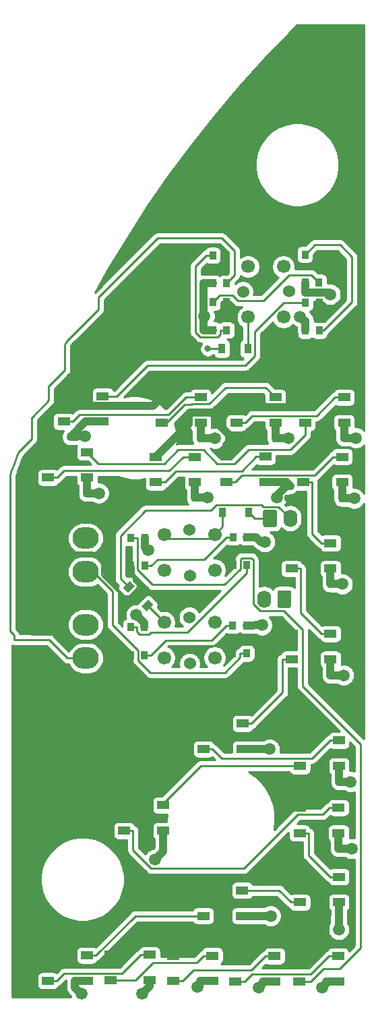
<source format=gbr>
G04 #@! TF.GenerationSoftware,KiCad,Pcbnew,(5.1.6)-1*
G04 #@! TF.CreationDate,2020-12-21T17:51:35+11:00*
G04 #@! TF.ProjectId,MasterModePushbuttonV2,4d617374-6572-44d6-9f64-655075736862,rev?*
G04 #@! TF.SameCoordinates,Original*
G04 #@! TF.FileFunction,Copper,L1,Top*
G04 #@! TF.FilePolarity,Positive*
%FSLAX46Y46*%
G04 Gerber Fmt 4.6, Leading zero omitted, Abs format (unit mm)*
G04 Created by KiCad (PCBNEW (5.1.6)-1) date 2020-12-21 17:51:35*
%MOMM*%
%LPD*%
G01*
G04 APERTURE LIST*
G04 #@! TA.AperFunction,ComponentPad*
%ADD10O,3.300000X2.700000*%
G04 #@! TD*
G04 #@! TA.AperFunction,SMDPad,CuDef*
%ADD11R,0.900000X1.200000*%
G04 #@! TD*
G04 #@! TA.AperFunction,SMDPad,CuDef*
%ADD12C,0.100000*%
G04 #@! TD*
G04 #@! TA.AperFunction,SMDPad,CuDef*
%ADD13R,0.850000X1.000000*%
G04 #@! TD*
G04 #@! TA.AperFunction,SMDPad,CuDef*
%ADD14R,1.500000X1.000000*%
G04 #@! TD*
G04 #@! TA.AperFunction,ComponentPad*
%ADD15C,1.524000*%
G04 #@! TD*
G04 #@! TA.AperFunction,ComponentPad*
%ADD16C,1.700000*%
G04 #@! TD*
G04 #@! TA.AperFunction,ComponentPad*
%ADD17O,1.740000X2.190000*%
G04 #@! TD*
G04 #@! TA.AperFunction,ViaPad*
%ADD18C,0.800000*%
G04 #@! TD*
G04 #@! TA.AperFunction,ViaPad*
%ADD19C,1.500000*%
G04 #@! TD*
G04 #@! TA.AperFunction,Conductor*
%ADD20C,0.250000*%
G04 #@! TD*
G04 #@! TA.AperFunction,Conductor*
%ADD21C,1.000000*%
G04 #@! TD*
G04 #@! TA.AperFunction,Conductor*
%ADD22C,0.254000*%
G04 #@! TD*
G04 APERTURE END LIST*
G04 #@! TA.AperFunction,SMDPad,CuDef*
G36*
G01*
X205958980Y-81753750D02*
X205958980Y-81241250D01*
G75*
G02*
X206177730Y-81022500I218750J0D01*
G01*
X206615230Y-81022500D01*
G75*
G02*
X206833980Y-81241250I0J-218750D01*
G01*
X206833980Y-81753750D01*
G75*
G02*
X206615230Y-81972500I-218750J0D01*
G01*
X206177730Y-81972500D01*
G75*
G02*
X205958980Y-81753750I0J218750D01*
G01*
G37*
G04 #@! TD.AperFunction*
G04 #@! TA.AperFunction,SMDPad,CuDef*
G36*
G01*
X204383980Y-81753750D02*
X204383980Y-81241250D01*
G75*
G02*
X204602730Y-81022500I218750J0D01*
G01*
X205040230Y-81022500D01*
G75*
G02*
X205258980Y-81241250I0J-218750D01*
G01*
X205258980Y-81753750D01*
G75*
G02*
X205040230Y-81972500I-218750J0D01*
G01*
X204602730Y-81972500D01*
G75*
G02*
X204383980Y-81753750I0J218750D01*
G01*
G37*
G04 #@! TD.AperFunction*
G04 #@! TA.AperFunction,SMDPad,CuDef*
G36*
G01*
X230202250Y-142135000D02*
X229689750Y-142135000D01*
G75*
G02*
X229471000Y-141916250I0J218750D01*
G01*
X229471000Y-141478750D01*
G75*
G02*
X229689750Y-141260000I218750J0D01*
G01*
X230202250Y-141260000D01*
G75*
G02*
X230421000Y-141478750I0J-218750D01*
G01*
X230421000Y-141916250D01*
G75*
G02*
X230202250Y-142135000I-218750J0D01*
G01*
G37*
G04 #@! TD.AperFunction*
G04 #@! TA.AperFunction,SMDPad,CuDef*
G36*
G01*
X230202250Y-143710000D02*
X229689750Y-143710000D01*
G75*
G02*
X229471000Y-143491250I0J218750D01*
G01*
X229471000Y-143053750D01*
G75*
G02*
X229689750Y-142835000I218750J0D01*
G01*
X230202250Y-142835000D01*
G75*
G02*
X230421000Y-143053750I0J-218750D01*
G01*
X230421000Y-143491250D01*
G75*
G02*
X230202250Y-143710000I-218750J0D01*
G01*
G37*
G04 #@! TD.AperFunction*
G04 #@! TA.AperFunction,SMDPad,CuDef*
G36*
G01*
X217596000Y-133203250D02*
X217596000Y-132690750D01*
G75*
G02*
X217814750Y-132472000I218750J0D01*
G01*
X218252250Y-132472000D01*
G75*
G02*
X218471000Y-132690750I0J-218750D01*
G01*
X218471000Y-133203250D01*
G75*
G02*
X218252250Y-133422000I-218750J0D01*
G01*
X217814750Y-133422000D01*
G75*
G02*
X217596000Y-133203250I0J218750D01*
G01*
G37*
G04 #@! TD.AperFunction*
G04 #@! TA.AperFunction,SMDPad,CuDef*
G36*
G01*
X216021000Y-133203250D02*
X216021000Y-132690750D01*
G75*
G02*
X216239750Y-132472000I218750J0D01*
G01*
X216677250Y-132472000D01*
G75*
G02*
X216896000Y-132690750I0J-218750D01*
G01*
X216896000Y-133203250D01*
G75*
G02*
X216677250Y-133422000I-218750J0D01*
G01*
X216239750Y-133422000D01*
G75*
G02*
X216021000Y-133203250I0J218750D01*
G01*
G37*
G04 #@! TD.AperFunction*
D10*
X208296000Y-98447500D03*
X208296000Y-94247500D03*
X202796000Y-98447500D03*
G04 #@! TA.AperFunction,ComponentPad*
G36*
G01*
X201396001Y-92897500D02*
X204195999Y-92897500D01*
G75*
G02*
X204446000Y-93147501I0J-250001D01*
G01*
X204446000Y-95347499D01*
G75*
G02*
X204195999Y-95597500I-250001J0D01*
G01*
X201396001Y-95597500D01*
G75*
G02*
X201146000Y-95347499I0J250001D01*
G01*
X201146000Y-93147501D01*
G75*
G02*
X201396001Y-92897500I250001J0D01*
G01*
G37*
G04 #@! TD.AperFunction*
X208296000Y-109297000D03*
X208296000Y-105097000D03*
X202796000Y-109297000D03*
G04 #@! TA.AperFunction,ComponentPad*
G36*
G01*
X201396001Y-103747000D02*
X204195999Y-103747000D01*
G75*
G02*
X204446000Y-103997001I0J-250001D01*
G01*
X204446000Y-106196999D01*
G75*
G02*
X204195999Y-106447000I-250001J0D01*
G01*
X201396001Y-106447000D01*
G75*
G02*
X201146000Y-106196999I0J250001D01*
G01*
X201146000Y-103997001D01*
G75*
G02*
X201396001Y-103747000I250001J0D01*
G01*
G37*
G04 #@! TD.AperFunction*
G04 #@! TA.AperFunction,SMDPad,CuDef*
G36*
G01*
X239646000Y-142203250D02*
X239646000Y-141690750D01*
G75*
G02*
X239864750Y-141472000I218750J0D01*
G01*
X240302250Y-141472000D01*
G75*
G02*
X240521000Y-141690750I0J-218750D01*
G01*
X240521000Y-142203250D01*
G75*
G02*
X240302250Y-142422000I-218750J0D01*
G01*
X239864750Y-142422000D01*
G75*
G02*
X239646000Y-142203250I0J218750D01*
G01*
G37*
G04 #@! TD.AperFunction*
G04 #@! TA.AperFunction,SMDPad,CuDef*
G36*
G01*
X238071000Y-142203250D02*
X238071000Y-141690750D01*
G75*
G02*
X238289750Y-141472000I218750J0D01*
G01*
X238727250Y-141472000D01*
G75*
G02*
X238946000Y-141690750I0J-218750D01*
G01*
X238946000Y-142203250D01*
G75*
G02*
X238727250Y-142422000I-218750J0D01*
G01*
X238289750Y-142422000D01*
G75*
G02*
X238071000Y-142203250I0J218750D01*
G01*
G37*
G04 #@! TD.AperFunction*
G04 #@! TA.AperFunction,SMDPad,CuDef*
G36*
G01*
X239646000Y-133503250D02*
X239646000Y-132990750D01*
G75*
G02*
X239864750Y-132772000I218750J0D01*
G01*
X240302250Y-132772000D01*
G75*
G02*
X240521000Y-132990750I0J-218750D01*
G01*
X240521000Y-133503250D01*
G75*
G02*
X240302250Y-133722000I-218750J0D01*
G01*
X239864750Y-133722000D01*
G75*
G02*
X239646000Y-133503250I0J218750D01*
G01*
G37*
G04 #@! TD.AperFunction*
G04 #@! TA.AperFunction,SMDPad,CuDef*
G36*
G01*
X238071000Y-133503250D02*
X238071000Y-132990750D01*
G75*
G02*
X238289750Y-132772000I218750J0D01*
G01*
X238727250Y-132772000D01*
G75*
G02*
X238946000Y-132990750I0J-218750D01*
G01*
X238946000Y-133503250D01*
G75*
G02*
X238727250Y-133722000I-218750J0D01*
G01*
X238289750Y-133722000D01*
G75*
G02*
X238071000Y-133503250I0J218750D01*
G01*
G37*
G04 #@! TD.AperFunction*
G04 #@! TA.AperFunction,SMDPad,CuDef*
G36*
G01*
X229639750Y-120310000D02*
X230152250Y-120310000D01*
G75*
G02*
X230371000Y-120528750I0J-218750D01*
G01*
X230371000Y-120966250D01*
G75*
G02*
X230152250Y-121185000I-218750J0D01*
G01*
X229639750Y-121185000D01*
G75*
G02*
X229421000Y-120966250I0J218750D01*
G01*
X229421000Y-120528750D01*
G75*
G02*
X229639750Y-120310000I218750J0D01*
G01*
G37*
G04 #@! TD.AperFunction*
G04 #@! TA.AperFunction,SMDPad,CuDef*
G36*
G01*
X229639750Y-118735000D02*
X230152250Y-118735000D01*
G75*
G02*
X230371000Y-118953750I0J-218750D01*
G01*
X230371000Y-119391250D01*
G75*
G02*
X230152250Y-119610000I-218750J0D01*
G01*
X229639750Y-119610000D01*
G75*
G02*
X229421000Y-119391250I0J218750D01*
G01*
X229421000Y-118953750D01*
G75*
G02*
X229639750Y-118735000I218750J0D01*
G01*
G37*
G04 #@! TD.AperFunction*
G04 #@! TA.AperFunction,SMDPad,CuDef*
G36*
G01*
X238609000Y-111703250D02*
X238609000Y-111190750D01*
G75*
G02*
X238827750Y-110972000I218750J0D01*
G01*
X239265250Y-110972000D01*
G75*
G02*
X239484000Y-111190750I0J-218750D01*
G01*
X239484000Y-111703250D01*
G75*
G02*
X239265250Y-111922000I-218750J0D01*
G01*
X238827750Y-111922000D01*
G75*
G02*
X238609000Y-111703250I0J218750D01*
G01*
G37*
G04 #@! TD.AperFunction*
G04 #@! TA.AperFunction,SMDPad,CuDef*
G36*
G01*
X237034000Y-111703250D02*
X237034000Y-111190750D01*
G75*
G02*
X237252750Y-110972000I218750J0D01*
G01*
X237690250Y-110972000D01*
G75*
G02*
X237909000Y-111190750I0J-218750D01*
G01*
X237909000Y-111703250D01*
G75*
G02*
X237690250Y-111922000I-218750J0D01*
G01*
X237252750Y-111922000D01*
G75*
G02*
X237034000Y-111703250I0J218750D01*
G01*
G37*
G04 #@! TD.AperFunction*
G04 #@! TA.AperFunction,SMDPad,CuDef*
G36*
G01*
X239709000Y-125103250D02*
X239709000Y-124590750D01*
G75*
G02*
X239927750Y-124372000I218750J0D01*
G01*
X240365250Y-124372000D01*
G75*
G02*
X240584000Y-124590750I0J-218750D01*
G01*
X240584000Y-125103250D01*
G75*
G02*
X240365250Y-125322000I-218750J0D01*
G01*
X239927750Y-125322000D01*
G75*
G02*
X239709000Y-125103250I0J218750D01*
G01*
G37*
G04 #@! TD.AperFunction*
G04 #@! TA.AperFunction,SMDPad,CuDef*
G36*
G01*
X238134000Y-125103250D02*
X238134000Y-124590750D01*
G75*
G02*
X238352750Y-124372000I218750J0D01*
G01*
X238790250Y-124372000D01*
G75*
G02*
X239009000Y-124590750I0J-218750D01*
G01*
X239009000Y-125103250D01*
G75*
G02*
X238790250Y-125322000I-218750J0D01*
G01*
X238352750Y-125322000D01*
G75*
G02*
X238134000Y-125103250I0J218750D01*
G01*
G37*
G04 #@! TD.AperFunction*
G04 #@! TA.AperFunction,SMDPad,CuDef*
G36*
G01*
X238609000Y-100253750D02*
X238609000Y-99741250D01*
G75*
G02*
X238827750Y-99522500I218750J0D01*
G01*
X239265250Y-99522500D01*
G75*
G02*
X239484000Y-99741250I0J-218750D01*
G01*
X239484000Y-100253750D01*
G75*
G02*
X239265250Y-100472500I-218750J0D01*
G01*
X238827750Y-100472500D01*
G75*
G02*
X238609000Y-100253750I0J218750D01*
G01*
G37*
G04 #@! TD.AperFunction*
G04 #@! TA.AperFunction,SMDPad,CuDef*
G36*
G01*
X237034000Y-100253750D02*
X237034000Y-99741250D01*
G75*
G02*
X237252750Y-99522500I218750J0D01*
G01*
X237690250Y-99522500D01*
G75*
G02*
X237909000Y-99741250I0J-218750D01*
G01*
X237909000Y-100253750D01*
G75*
G02*
X237690250Y-100472500I-218750J0D01*
G01*
X237252750Y-100472500D01*
G75*
G02*
X237034000Y-100253750I0J218750D01*
G01*
G37*
G04 #@! TD.AperFunction*
G04 #@! TA.AperFunction,SMDPad,CuDef*
G36*
G01*
X234002730Y-88059980D02*
X233490230Y-88059980D01*
G75*
G02*
X233271480Y-87841230I0J218750D01*
G01*
X233271480Y-87403730D01*
G75*
G02*
X233490230Y-87184980I218750J0D01*
G01*
X234002730Y-87184980D01*
G75*
G02*
X234221480Y-87403730I0J-218750D01*
G01*
X234221480Y-87841230D01*
G75*
G02*
X234002730Y-88059980I-218750J0D01*
G01*
G37*
G04 #@! TD.AperFunction*
G04 #@! TA.AperFunction,SMDPad,CuDef*
G36*
G01*
X234002730Y-89634980D02*
X233490230Y-89634980D01*
G75*
G02*
X233271480Y-89416230I0J218750D01*
G01*
X233271480Y-88978730D01*
G75*
G02*
X233490230Y-88759980I218750J0D01*
G01*
X234002730Y-88759980D01*
G75*
G02*
X234221480Y-88978730I0J-218750D01*
G01*
X234221480Y-89416230D01*
G75*
G02*
X234002730Y-89634980I-218750J0D01*
G01*
G37*
G04 #@! TD.AperFunction*
G04 #@! TA.AperFunction,SMDPad,CuDef*
G36*
G01*
X240109000Y-89503750D02*
X240109000Y-88991250D01*
G75*
G02*
X240327750Y-88772500I218750J0D01*
G01*
X240765250Y-88772500D01*
G75*
G02*
X240984000Y-88991250I0J-218750D01*
G01*
X240984000Y-89503750D01*
G75*
G02*
X240765250Y-89722500I-218750J0D01*
G01*
X240327750Y-89722500D01*
G75*
G02*
X240109000Y-89503750I0J218750D01*
G01*
G37*
G04 #@! TD.AperFunction*
G04 #@! TA.AperFunction,SMDPad,CuDef*
G36*
G01*
X238534000Y-89503750D02*
X238534000Y-88991250D01*
G75*
G02*
X238752750Y-88772500I218750J0D01*
G01*
X239190250Y-88772500D01*
G75*
G02*
X239409000Y-88991250I0J-218750D01*
G01*
X239409000Y-89503750D01*
G75*
G02*
X239190250Y-89722500I-218750J0D01*
G01*
X238752750Y-89722500D01*
G75*
G02*
X238534000Y-89503750I0J218750D01*
G01*
G37*
G04 #@! TD.AperFunction*
G04 #@! TA.AperFunction,SMDPad,CuDef*
G36*
G01*
X240346000Y-81903750D02*
X240346000Y-81391250D01*
G75*
G02*
X240564750Y-81172500I218750J0D01*
G01*
X241002250Y-81172500D01*
G75*
G02*
X241221000Y-81391250I0J-218750D01*
G01*
X241221000Y-81903750D01*
G75*
G02*
X241002250Y-82122500I-218750J0D01*
G01*
X240564750Y-82122500D01*
G75*
G02*
X240346000Y-81903750I0J218750D01*
G01*
G37*
G04 #@! TD.AperFunction*
G04 #@! TA.AperFunction,SMDPad,CuDef*
G36*
G01*
X238771000Y-81903750D02*
X238771000Y-81391250D01*
G75*
G02*
X238989750Y-81172500I218750J0D01*
G01*
X239427250Y-81172500D01*
G75*
G02*
X239646000Y-81391250I0J-218750D01*
G01*
X239646000Y-81903750D01*
G75*
G02*
X239427250Y-82122500I-218750J0D01*
G01*
X238989750Y-82122500D01*
G75*
G02*
X238771000Y-81903750I0J218750D01*
G01*
G37*
G04 #@! TD.AperFunction*
G04 #@! TA.AperFunction,SMDPad,CuDef*
G36*
G01*
X231696000Y-81953750D02*
X231696000Y-81441250D01*
G75*
G02*
X231914750Y-81222500I218750J0D01*
G01*
X232352250Y-81222500D01*
G75*
G02*
X232571000Y-81441250I0J-218750D01*
G01*
X232571000Y-81953750D01*
G75*
G02*
X232352250Y-82172500I-218750J0D01*
G01*
X231914750Y-82172500D01*
G75*
G02*
X231696000Y-81953750I0J218750D01*
G01*
G37*
G04 #@! TD.AperFunction*
G04 #@! TA.AperFunction,SMDPad,CuDef*
G36*
G01*
X230121000Y-81953750D02*
X230121000Y-81441250D01*
G75*
G02*
X230339750Y-81222500I218750J0D01*
G01*
X230777250Y-81222500D01*
G75*
G02*
X230996000Y-81441250I0J-218750D01*
G01*
X230996000Y-81953750D01*
G75*
G02*
X230777250Y-82172500I-218750J0D01*
G01*
X230339750Y-82172500D01*
G75*
G02*
X230121000Y-81953750I0J218750D01*
G01*
G37*
G04 #@! TD.AperFunction*
G04 #@! TA.AperFunction,SMDPad,CuDef*
G36*
G01*
X221559000Y-89403750D02*
X221559000Y-88891250D01*
G75*
G02*
X221777750Y-88672500I218750J0D01*
G01*
X222215250Y-88672500D01*
G75*
G02*
X222434000Y-88891250I0J-218750D01*
G01*
X222434000Y-89403750D01*
G75*
G02*
X222215250Y-89622500I-218750J0D01*
G01*
X221777750Y-89622500D01*
G75*
G02*
X221559000Y-89403750I0J218750D01*
G01*
G37*
G04 #@! TD.AperFunction*
G04 #@! TA.AperFunction,SMDPad,CuDef*
G36*
G01*
X219984000Y-89403750D02*
X219984000Y-88891250D01*
G75*
G02*
X220202750Y-88672500I218750J0D01*
G01*
X220640250Y-88672500D01*
G75*
G02*
X220859000Y-88891250I0J-218750D01*
G01*
X220859000Y-89403750D01*
G75*
G02*
X220640250Y-89622500I-218750J0D01*
G01*
X220202750Y-89622500D01*
G75*
G02*
X219984000Y-89403750I0J218750D01*
G01*
G37*
G04 #@! TD.AperFunction*
G04 #@! TA.AperFunction,SMDPad,CuDef*
G36*
G01*
X222296000Y-81953750D02*
X222296000Y-81441250D01*
G75*
G02*
X222514750Y-81222500I218750J0D01*
G01*
X222952250Y-81222500D01*
G75*
G02*
X223171000Y-81441250I0J-218750D01*
G01*
X223171000Y-81953750D01*
G75*
G02*
X222952250Y-82172500I-218750J0D01*
G01*
X222514750Y-82172500D01*
G75*
G02*
X222296000Y-81953750I0J218750D01*
G01*
G37*
G04 #@! TD.AperFunction*
G04 #@! TA.AperFunction,SMDPad,CuDef*
G36*
G01*
X220721000Y-81953750D02*
X220721000Y-81441250D01*
G75*
G02*
X220939750Y-81222500I218750J0D01*
G01*
X221377250Y-81222500D01*
G75*
G02*
X221596000Y-81441250I0J-218750D01*
G01*
X221596000Y-81953750D01*
G75*
G02*
X221377250Y-82172500I-218750J0D01*
G01*
X220939750Y-82172500D01*
G75*
G02*
X220721000Y-81953750I0J218750D01*
G01*
G37*
G04 #@! TD.AperFunction*
G04 #@! TA.AperFunction,SMDPad,CuDef*
G36*
G01*
X208009000Y-88853750D02*
X208009000Y-88341250D01*
G75*
G02*
X208227750Y-88122500I218750J0D01*
G01*
X208665250Y-88122500D01*
G75*
G02*
X208884000Y-88341250I0J-218750D01*
G01*
X208884000Y-88853750D01*
G75*
G02*
X208665250Y-89072500I-218750J0D01*
G01*
X208227750Y-89072500D01*
G75*
G02*
X208009000Y-88853750I0J218750D01*
G01*
G37*
G04 #@! TD.AperFunction*
G04 #@! TA.AperFunction,SMDPad,CuDef*
G36*
G01*
X206434000Y-88853750D02*
X206434000Y-88341250D01*
G75*
G02*
X206652750Y-88122500I218750J0D01*
G01*
X207090250Y-88122500D01*
G75*
G02*
X207309000Y-88341250I0J-218750D01*
G01*
X207309000Y-88853750D01*
G75*
G02*
X207090250Y-89072500I-218750J0D01*
G01*
X206652750Y-89072500D01*
G75*
G02*
X206434000Y-88853750I0J218750D01*
G01*
G37*
G04 #@! TD.AperFunction*
D11*
X228796480Y-90997480D03*
X225496480Y-90997480D03*
X225396000Y-70447500D03*
X228696000Y-70447500D03*
G04 #@! TA.AperFunction,SMDPad,CuDef*
D12*
G36*
X214455736Y-100258208D02*
G01*
X213607208Y-101106736D01*
X212970812Y-100470340D01*
X213819340Y-99621812D01*
X214455736Y-100258208D01*
G37*
G04 #@! TD.AperFunction*
G04 #@! TA.AperFunction,SMDPad,CuDef*
G36*
X216789188Y-102591660D02*
G01*
X215940660Y-103440188D01*
X215304264Y-102803792D01*
X216152792Y-101955264D01*
X216789188Y-102591660D01*
G37*
G04 #@! TD.AperFunction*
D13*
X228516000Y-105198000D03*
X228516000Y-108698000D03*
X226766000Y-105198000D03*
X226766000Y-108698000D03*
X215689000Y-105427000D03*
X215689000Y-108927000D03*
X213939000Y-105427000D03*
X213939000Y-108927000D03*
X228538000Y-94103500D03*
X228538000Y-97603500D03*
X226788000Y-94103500D03*
X226788000Y-97603500D03*
X215737000Y-94179700D03*
X215737000Y-97679700D03*
X213987000Y-94179700D03*
X213987000Y-97679700D03*
X235910000Y-68159700D03*
X235910000Y-64659700D03*
X237660000Y-68159700D03*
X237660000Y-64659700D03*
X235845000Y-62117100D03*
X235845000Y-58617100D03*
X237595000Y-62117100D03*
X237595000Y-58617100D03*
X224251000Y-68108900D03*
X224251000Y-64608900D03*
X226001000Y-68108900D03*
X226001000Y-64608900D03*
X224251000Y-62221300D03*
X224251000Y-58721300D03*
X226001000Y-62221300D03*
X226001000Y-58721300D03*
D14*
X235108000Y-146702000D03*
X235108000Y-149902000D03*
X240008000Y-146702000D03*
X240008000Y-149902000D03*
X227121000Y-146727000D03*
X227121000Y-149927000D03*
X232021000Y-146727000D03*
X232021000Y-149927000D03*
X219321000Y-146676000D03*
X219321000Y-149876000D03*
X224221000Y-146676000D03*
X224221000Y-149876000D03*
X211447000Y-146575000D03*
X211447000Y-149775000D03*
X216347000Y-146575000D03*
X216347000Y-149775000D03*
D15*
X221367000Y-109973000D03*
X221327000Y-104182000D03*
D16*
X224502000Y-109262000D03*
X218152000Y-109262000D03*
X224502000Y-104817000D03*
X218152000Y-104817000D03*
D15*
X221367000Y-98949500D03*
X221327000Y-93158500D03*
D16*
X224502000Y-98238500D03*
X218152000Y-98238500D03*
X224502000Y-93793500D03*
X218152000Y-93793500D03*
D15*
X233850000Y-63262700D03*
X228059000Y-63302700D03*
D16*
X233139000Y-60127700D03*
X233139000Y-66477700D03*
X228694000Y-60127700D03*
X228694000Y-66477700D03*
D17*
X230706480Y-101897480D03*
G04 #@! TA.AperFunction,ComponentPad*
G36*
G01*
X234116480Y-101052479D02*
X234116480Y-102742481D01*
G75*
G02*
X233866481Y-102992480I-249999J0D01*
G01*
X232626479Y-102992480D01*
G75*
G02*
X232376480Y-102742481I0J249999D01*
G01*
X232376480Y-101052479D01*
G75*
G02*
X232626479Y-100802480I249999J0D01*
G01*
X233866481Y-100802480D01*
G75*
G02*
X234116480Y-101052479I0J-249999D01*
G01*
G37*
G04 #@! TD.AperFunction*
X233986480Y-91747480D03*
G04 #@! TA.AperFunction,ComponentPad*
G36*
G01*
X230576480Y-92592481D02*
X230576480Y-90902479D01*
G75*
G02*
X230826479Y-90652480I249999J0D01*
G01*
X232066481Y-90652480D01*
G75*
G02*
X232316480Y-90902479I0J-249999D01*
G01*
X232316480Y-92592481D01*
G75*
G02*
X232066481Y-92842480I-249999J0D01*
G01*
X230826479Y-92842480D01*
G75*
G02*
X230576480Y-92592481I0J249999D01*
G01*
G37*
G04 #@! TD.AperFunction*
D14*
X203550000Y-146625000D03*
X203550000Y-149825000D03*
X208450000Y-146625000D03*
X208450000Y-149825000D03*
X223068000Y-138472000D03*
X223068000Y-141672000D03*
X227968000Y-138472000D03*
X227968000Y-141672000D03*
X235221000Y-136770000D03*
X235221000Y-139970000D03*
X240121000Y-136770000D03*
X240121000Y-139970000D03*
X235170000Y-128083000D03*
X235170000Y-131283000D03*
X240070000Y-128083000D03*
X240070000Y-131283000D03*
X213123000Y-127779000D03*
X213123000Y-130979000D03*
X218023000Y-127779000D03*
X218023000Y-130979000D03*
X235221000Y-119651000D03*
X235221000Y-122851000D03*
X240121000Y-119651000D03*
X240121000Y-122851000D03*
X223108000Y-117517000D03*
X223108000Y-120717000D03*
X228008000Y-117517000D03*
X228008000Y-120717000D03*
X234154000Y-106239000D03*
X234154000Y-109439000D03*
X239054000Y-106239000D03*
X239054000Y-109439000D03*
X234154000Y-94860300D03*
X234154000Y-98060300D03*
X239054000Y-94860300D03*
X239054000Y-98060300D03*
X235616000Y-84014700D03*
X235616000Y-87214700D03*
X240516000Y-84014700D03*
X240516000Y-87214700D03*
X225952000Y-83989100D03*
X225952000Y-87189100D03*
X230852000Y-83989100D03*
X230852000Y-87189100D03*
X217113000Y-84014700D03*
X217113000Y-87214700D03*
X222013000Y-84014700D03*
X222013000Y-87214700D03*
X203573000Y-83430300D03*
X203573000Y-86630300D03*
X208473000Y-83430300D03*
X208473000Y-86630300D03*
X235870000Y-76547100D03*
X235870000Y-79747100D03*
X240770000Y-76547100D03*
X240770000Y-79747100D03*
X227234000Y-76547100D03*
X227234000Y-79747100D03*
X232134000Y-76547100D03*
X232134000Y-79747100D03*
X217836000Y-76521500D03*
X217836000Y-79721500D03*
X222736000Y-76521500D03*
X222736000Y-79721500D03*
X205542000Y-76394700D03*
X205542000Y-79594700D03*
X210442000Y-76394700D03*
X210442000Y-79594700D03*
D18*
X223646500Y-70447500D03*
D19*
X223224400Y-66358900D03*
X214638100Y-103870000D03*
X235229000Y-66409700D03*
X230802700Y-94706500D03*
X216123900Y-95717000D03*
X207768800Y-151442000D03*
X239020600Y-63627400D03*
X215422200Y-151417000D03*
X238020600Y-150668700D03*
X230081500Y-150656900D03*
X222316600Y-150618700D03*
X231546000Y-141697000D03*
X216996000Y-134597000D03*
X240109000Y-143385000D03*
X241696000Y-133247000D03*
X231396000Y-120747000D03*
X241596000Y-124847000D03*
X240696000Y-111447000D03*
X240546000Y-99997500D03*
X232296000Y-89147500D03*
X242046000Y-89247500D03*
X242246000Y-81647500D03*
X233796000Y-81697500D03*
X224546000Y-81697500D03*
X223596000Y-89147500D03*
X209946000Y-88597500D03*
X230446480Y-105147480D03*
X208196480Y-81447480D03*
D20*
X205542000Y-79594700D02*
X206667300Y-79594700D01*
X206667300Y-79594700D02*
X207542600Y-78719400D01*
X207542600Y-78719400D02*
X218736700Y-78719400D01*
X218736700Y-78719400D02*
X220934600Y-76521500D01*
X220934600Y-76521500D02*
X222736000Y-76521500D01*
X232134000Y-76547100D02*
X230884380Y-75297480D01*
X223786001Y-77396501D02*
X221645501Y-77396501D01*
X230884380Y-75297480D02*
X225885022Y-75297480D01*
X225885022Y-75297480D02*
X223786001Y-77396501D01*
X218441720Y-79721500D02*
X217836000Y-79721500D01*
X220715740Y-77447480D02*
X218441720Y-79721500D01*
X221594522Y-77447480D02*
X220715740Y-77447480D01*
X221645501Y-77396501D02*
X221594522Y-77447480D01*
X239644700Y-76547100D02*
X237320000Y-78871800D01*
X237320000Y-78871800D02*
X229234600Y-78871800D01*
X229234600Y-78871800D02*
X228359300Y-79747100D01*
X240770000Y-76547100D02*
X239644700Y-76547100D01*
X227234000Y-79747100D02*
X228359300Y-79747100D01*
X219913003Y-83139699D02*
X218163001Y-84889701D01*
X223063001Y-83139699D02*
X219913003Y-83139699D01*
X218163001Y-84889701D02*
X209932401Y-84889701D01*
X224813003Y-84889701D02*
X223063001Y-83139699D01*
X228752003Y-83114099D02*
X226976401Y-84889701D01*
X209932401Y-84889701D02*
X208473000Y-83430300D01*
X234044403Y-83114099D02*
X228752003Y-83114099D01*
X235870000Y-81288502D02*
X234044403Y-83114099D01*
X226976401Y-84889701D02*
X224813003Y-84889701D01*
X235870000Y-79747100D02*
X235870000Y-81288502D01*
X203573000Y-86630300D02*
X204698300Y-86630300D01*
X204698300Y-86630300D02*
X205573600Y-85755000D01*
X205573600Y-85755000D02*
X218791200Y-85755000D01*
X218791200Y-85755000D02*
X220531500Y-84014700D01*
X220531500Y-84014700D02*
X222013000Y-84014700D01*
X217113000Y-87214700D02*
X218238300Y-87214700D01*
X230852000Y-83989100D02*
X229726700Y-83989100D01*
X218238300Y-87214700D02*
X219639700Y-85813300D01*
X219639700Y-85813300D02*
X227902500Y-85813300D01*
X227902500Y-85813300D02*
X229726700Y-83989100D01*
X240516000Y-84014700D02*
X239390700Y-84014700D01*
X225952000Y-87189100D02*
X227077300Y-87189100D01*
X227077300Y-87189100D02*
X227952600Y-86313800D01*
X227952600Y-86313800D02*
X237091600Y-86313800D01*
X237091600Y-86313800D02*
X239390700Y-84014700D01*
X239054000Y-94860300D02*
X237928700Y-94860300D01*
X235616000Y-87214700D02*
X236741300Y-87214700D01*
X236741300Y-87214700D02*
X236741300Y-93672900D01*
X236741300Y-93672900D02*
X237928700Y-94860300D01*
X239054000Y-106239000D02*
X237928700Y-106239000D01*
X234154000Y-98060300D02*
X235279300Y-98060300D01*
X235279300Y-98060300D02*
X235279300Y-103589600D01*
X235279300Y-103589600D02*
X237928700Y-106239000D01*
X228008000Y-117517000D02*
X229133300Y-117517000D01*
X234154000Y-109439000D02*
X233028700Y-109439000D01*
X233028700Y-109439000D02*
X233028700Y-113621600D01*
X233028700Y-113621600D02*
X229133300Y-117517000D01*
X240121000Y-119651000D02*
X238995700Y-119651000D01*
X223108000Y-120717000D02*
X224233300Y-120717000D01*
X224233300Y-120717000D02*
X225413200Y-121896900D01*
X225413200Y-121896900D02*
X236749800Y-121896900D01*
X236749800Y-121896900D02*
X238995700Y-119651000D01*
X235221000Y-122851000D02*
X222731800Y-122851000D01*
X222731800Y-122851000D02*
X218023000Y-127559800D01*
X218023000Y-127559800D02*
X218023000Y-127779000D01*
X240070000Y-128083000D02*
X238944700Y-128083000D01*
X213123000Y-130979000D02*
X214248300Y-130979000D01*
X214248300Y-130979000D02*
X214248300Y-133441700D01*
X214248300Y-133441700D02*
X216531700Y-135725100D01*
X216531700Y-135725100D02*
X228175700Y-135725100D01*
X228175700Y-135725100D02*
X234942500Y-128958300D01*
X234942500Y-128958300D02*
X238069400Y-128958300D01*
X238069400Y-128958300D02*
X238944700Y-128083000D01*
X240121000Y-136770000D02*
X238995700Y-136770000D01*
X235170000Y-131283000D02*
X236295300Y-131283000D01*
X236295300Y-131283000D02*
X236295300Y-134069600D01*
X236295300Y-134069600D02*
X238995700Y-136770000D01*
X235221000Y-139970000D02*
X234095700Y-139970000D01*
X234095700Y-139970000D02*
X232597700Y-138472000D01*
X232597700Y-138472000D02*
X227968000Y-138472000D01*
X208450000Y-146625000D02*
X209575300Y-146625000D01*
X223068000Y-141672000D02*
X214528300Y-141672000D01*
X214528300Y-141672000D02*
X209575300Y-146625000D01*
X216347000Y-146575000D02*
X215221700Y-146575000D01*
X203550000Y-149825000D02*
X204675300Y-149825000D01*
X204675300Y-149825000D02*
X205600700Y-148899600D01*
X205600700Y-148899600D02*
X212897100Y-148899600D01*
X212897100Y-148899600D02*
X215221700Y-146575000D01*
X224221000Y-146676000D02*
X223095700Y-146676000D01*
X211447000Y-149775000D02*
X214566400Y-149775000D01*
X214566400Y-149775000D02*
X214566400Y-149774900D01*
X214566400Y-149774900D02*
X216790000Y-147551300D01*
X216790000Y-147551300D02*
X222220400Y-147551300D01*
X222220400Y-147551300D02*
X223095700Y-146676000D01*
X232021000Y-146727000D02*
X230895700Y-146727000D01*
X219321000Y-149876000D02*
X220446300Y-149876000D01*
X220446300Y-149876000D02*
X221833800Y-148488500D01*
X221833800Y-148488500D02*
X229134200Y-148488500D01*
X229134200Y-148488500D02*
X230895700Y-146727000D01*
X238882700Y-146702000D02*
X236595800Y-148988900D01*
X236595800Y-148988900D02*
X229184400Y-148988900D01*
X229184400Y-148988900D02*
X228246300Y-149927000D01*
X227121000Y-149927000D02*
X228246300Y-149927000D01*
X240008000Y-146702000D02*
X238882700Y-146702000D01*
X226001000Y-68108900D02*
X225200700Y-68108900D01*
X224251000Y-58721300D02*
X223450700Y-58721300D01*
X223450700Y-58721300D02*
X222081900Y-60090100D01*
X222081900Y-60090100D02*
X222081900Y-68361100D01*
X222081900Y-68361100D02*
X222708800Y-68988000D01*
X222708800Y-68988000D02*
X224846800Y-68988000D01*
X224846800Y-68988000D02*
X225200700Y-68634100D01*
X225200700Y-68634100D02*
X225200700Y-68108900D01*
X226726001Y-63733899D02*
X225126001Y-63733899D01*
X227431803Y-64439701D02*
X226726001Y-63733899D01*
X230640001Y-64439701D02*
X227431803Y-64439701D01*
X233889351Y-61190351D02*
X230640001Y-64439701D01*
X225126001Y-63733899D02*
X224251000Y-64608900D01*
X236668251Y-61190351D02*
X233889351Y-61190351D01*
X237595000Y-62117100D02*
X236668251Y-61190351D01*
X229521001Y-71347501D02*
X228321022Y-72547480D01*
X229521001Y-68282697D02*
X229521001Y-71347501D01*
X235910000Y-64659700D02*
X233143998Y-64659700D01*
X233143998Y-64659700D02*
X229521001Y-68282697D01*
X212199260Y-76394700D02*
X210442000Y-76394700D01*
X216046480Y-72547480D02*
X212199260Y-76394700D01*
X228321022Y-72547480D02*
X216046480Y-72547480D01*
X213713274Y-100364274D02*
X212646480Y-99297480D01*
X230626470Y-90277470D02*
X232516470Y-90277470D01*
X232516470Y-90277470D02*
X233986480Y-91747480D01*
X230371479Y-90022479D02*
X230626470Y-90277470D01*
X224746479Y-90022479D02*
X230371479Y-90022479D01*
X224021478Y-90747480D02*
X224746479Y-90022479D01*
X215819218Y-90747480D02*
X224021478Y-90747480D01*
X212646480Y-93920218D02*
X215819218Y-90747480D01*
X212646480Y-99297480D02*
X212646480Y-93920218D01*
X216046700Y-102697700D02*
X216630400Y-103281300D01*
X218152000Y-104817000D02*
X216630300Y-103295300D01*
X216630300Y-103295300D02*
X216630300Y-103281400D01*
X216630300Y-103281400D02*
X216630400Y-103281300D01*
X229546480Y-91747480D02*
X228796480Y-90997480D01*
X231446480Y-91747480D02*
X229546480Y-91747480D01*
X225396000Y-70447500D02*
X223646500Y-70447500D01*
X223646500Y-70447500D02*
X223646500Y-70447500D01*
X228696000Y-70447500D02*
X228696000Y-69472200D01*
X228694000Y-66477700D02*
X228694000Y-69470200D01*
X228694000Y-69470200D02*
X228696000Y-69472200D01*
X224502000Y-93793500D02*
X223992500Y-94303000D01*
X223992500Y-94303000D02*
X218661500Y-94303000D01*
X218661500Y-94303000D02*
X218152000Y-93793500D01*
X225496480Y-92799020D02*
X224502000Y-93793500D01*
X225496480Y-90997480D02*
X225496480Y-92799020D01*
X228516000Y-108698000D02*
X227715700Y-108698000D01*
X227715700Y-108698000D02*
X227715700Y-109223200D01*
X227715700Y-109223200D02*
X225801100Y-111137800D01*
X225801100Y-111137800D02*
X216438000Y-111137800D01*
X216438000Y-111137800D02*
X214888600Y-109588400D01*
X214888600Y-109588400D02*
X214888600Y-108378900D01*
X208296000Y-98447500D02*
X209196500Y-98447500D01*
X211651830Y-100902830D02*
X211651830Y-105142130D01*
X209196500Y-98447500D02*
X211651830Y-100902830D01*
X214888600Y-108378900D02*
X211651830Y-105142130D01*
X199013142Y-85634480D02*
X199043763Y-85550197D01*
X199013142Y-85634480D02*
X199280141Y-84899572D01*
X199550700Y-84166635D02*
X199804727Y-83489233D01*
X199280141Y-84899572D02*
X199550700Y-84166635D01*
X199804727Y-83489233D02*
X201496480Y-81797480D01*
X201550660Y-79073911D02*
X201572523Y-79021437D01*
X201496480Y-81797480D02*
X201496480Y-79205850D01*
X201496480Y-79205850D02*
X201550660Y-79073911D01*
X201572523Y-79021437D02*
X203646480Y-76947480D01*
X203646480Y-76947480D02*
X203646480Y-75147480D01*
X203646480Y-75147480D02*
X205696480Y-73097480D01*
X205745760Y-69820830D02*
X205916694Y-69477265D01*
X205696480Y-73097480D02*
X205696480Y-69921169D01*
X205696480Y-69921169D02*
X205745760Y-69820830D01*
X205916694Y-69477265D02*
X209896480Y-65497479D01*
X209896480Y-65497479D02*
X209896480Y-63997480D01*
X209896480Y-63997480D02*
X217346480Y-56547480D01*
X226996480Y-61225820D02*
X226001000Y-62221300D01*
X225427182Y-56547480D02*
X226996480Y-58116778D01*
X226996480Y-58116778D02*
X226996480Y-61225820D01*
X217346480Y-56547480D02*
X225427182Y-56547480D01*
X198777390Y-86293936D02*
X199013142Y-85634480D01*
X205996000Y-109297000D02*
X203677390Y-106978390D01*
X208296000Y-109297000D02*
X205996000Y-109297000D01*
X199277390Y-106978390D02*
X199277390Y-106416570D01*
X199277390Y-106416570D02*
X198777390Y-105916570D01*
X203677390Y-106978390D02*
X199277390Y-106978390D01*
X198777390Y-105916570D02*
X198777390Y-86293936D01*
X238184260Y-68159700D02*
X241746480Y-64597480D01*
X237660000Y-68159700D02*
X238184260Y-68159700D01*
X241746480Y-64597480D02*
X241746480Y-58897480D01*
X240255550Y-57406550D02*
X237055550Y-57406550D01*
X241746480Y-58897480D02*
X240255550Y-57406550D01*
X237055550Y-57406550D02*
X235845000Y-58617100D01*
D21*
X223075700Y-66358900D02*
X223075700Y-68108900D01*
X223224400Y-66358900D02*
X223075700Y-66358900D01*
X223075700Y-66358900D02*
X223075700Y-62221300D01*
X214638100Y-103870000D02*
X215689000Y-104920900D01*
X215689000Y-104920900D02*
X215689000Y-105427000D01*
X224251000Y-62221300D02*
X223075700Y-62221300D01*
X235910000Y-68159700D02*
X235910000Y-66909400D01*
X235229000Y-66409700D02*
X235728700Y-66909400D01*
X235728700Y-66909400D02*
X235910000Y-66909400D01*
X228538000Y-94103500D02*
X229713300Y-94103500D01*
X230802700Y-94706500D02*
X230316300Y-94706500D01*
X230316300Y-94706500D02*
X229713300Y-94103500D01*
X215737000Y-94179700D02*
X215737000Y-95430000D01*
X216123900Y-95717000D02*
X215836900Y-95430000D01*
X215836900Y-95430000D02*
X215737000Y-95430000D01*
X208450000Y-149825000D02*
X206949700Y-149825000D01*
X207768800Y-151442000D02*
X207725900Y-151442000D01*
X207725900Y-151442000D02*
X206949700Y-150665800D01*
X206949700Y-150665800D02*
X206949700Y-149825000D01*
X232134000Y-80722300D02*
X232133500Y-80722800D01*
X232133500Y-80722800D02*
X232133500Y-81697500D01*
X232134000Y-80722300D02*
X232134000Y-81697500D01*
X232134000Y-81697500D02*
X233796000Y-81697500D01*
X232134000Y-79747100D02*
X232134000Y-80722300D01*
X229865500Y-120717000D02*
X229896000Y-120747500D01*
X229865500Y-120717000D02*
X230166000Y-120717000D01*
X230166000Y-120717000D02*
X230196000Y-120747000D01*
X230196000Y-120747000D02*
X231396000Y-120747000D01*
X228008000Y-120717000D02*
X229865500Y-120717000D01*
X224251000Y-68108900D02*
X223075700Y-68108900D01*
X235845000Y-62117100D02*
X235845000Y-63367400D01*
X239020600Y-63627400D02*
X238760600Y-63367400D01*
X238760600Y-63367400D02*
X235845000Y-63367400D01*
X215422200Y-151417000D02*
X216347000Y-150492200D01*
X216347000Y-150492200D02*
X216347000Y-149775000D01*
X229946000Y-141697000D02*
X229946000Y-141697500D01*
X229946000Y-141697000D02*
X231546000Y-141697000D01*
X227968000Y-141672000D02*
X229921000Y-141672000D01*
X229921000Y-141672000D02*
X229946000Y-141697000D01*
X218033500Y-132946500D02*
X218033500Y-132947000D01*
X218033500Y-132946500D02*
X218034000Y-132947000D01*
X218034000Y-132947000D02*
X218034000Y-133560000D01*
X218034000Y-133560000D02*
X216996000Y-134597000D01*
X218023000Y-130979000D02*
X218023000Y-132936000D01*
X218023000Y-132936000D02*
X218033500Y-132946500D01*
X240109000Y-142691000D02*
X240083500Y-142665500D01*
X240083500Y-142665500D02*
X240083500Y-141947000D01*
X240109000Y-142691000D02*
X240109000Y-143385000D01*
X240121000Y-139970000D02*
X240121000Y-141985000D01*
X240121000Y-141985000D02*
X240109000Y-141997000D01*
X240109000Y-141997000D02*
X240109000Y-142691000D01*
X240077000Y-133240500D02*
X240084000Y-133247000D01*
X240084000Y-133247000D02*
X241696000Y-133247000D01*
X240070000Y-131283000D02*
X240070000Y-133234000D01*
X240070000Y-133234000D02*
X240077000Y-133240500D01*
X240077000Y-133240500D02*
X240083500Y-133247000D01*
X240783500Y-81647000D02*
X240783500Y-81647500D01*
X240783500Y-81647000D02*
X240784000Y-81647500D01*
X240784000Y-81647500D02*
X242246000Y-81647500D01*
X240770000Y-79747100D02*
X240770000Y-81633500D01*
X240770000Y-81633500D02*
X240783500Y-81647000D01*
X224546000Y-81697500D02*
X224446000Y-81697500D01*
X240008000Y-149902000D02*
X238507700Y-149902000D01*
X238020600Y-150668700D02*
X238507700Y-150181600D01*
X238507700Y-150181600D02*
X238507700Y-149902000D01*
X232021000Y-149927000D02*
X230520700Y-149927000D01*
X230081500Y-150656900D02*
X230520700Y-150217700D01*
X230520700Y-150217700D02*
X230520700Y-149927000D01*
X224221000Y-149876000D02*
X222720700Y-149876000D01*
X222316600Y-150618700D02*
X222720700Y-150214600D01*
X222720700Y-150214600D02*
X222720700Y-149876000D01*
X222734000Y-81697500D02*
X224446000Y-81697500D01*
X222736000Y-79721500D02*
X222736000Y-81695500D01*
X222736000Y-81695500D02*
X222734000Y-81697500D01*
X222733500Y-81697500D02*
X222734000Y-81697500D01*
X240546000Y-99997500D02*
X240496000Y-99997500D01*
X239046500Y-99997500D02*
X240496000Y-99997500D01*
X240146500Y-124847000D02*
X241596000Y-124847000D01*
X240121000Y-122851000D02*
X240121000Y-124822000D01*
X240121000Y-124822000D02*
X240146000Y-124847000D01*
X240146000Y-124847000D02*
X240146500Y-124847000D01*
X239046500Y-111447000D02*
X240696000Y-111447000D01*
X239054000Y-109439000D02*
X239054000Y-111440000D01*
X239054000Y-111440000D02*
X239046000Y-111447000D01*
X239046000Y-111447000D02*
X239046500Y-111447000D01*
X240546500Y-89247500D02*
X242046000Y-89247500D01*
X240516000Y-87214700D02*
X240516000Y-89217000D01*
X240516000Y-89217000D02*
X240546000Y-89247500D01*
X240546000Y-89247500D02*
X240546500Y-89247500D01*
X221996500Y-89147500D02*
X223596000Y-89147500D01*
X222013000Y-87214700D02*
X222013000Y-89131000D01*
X222013000Y-89131000D02*
X221996000Y-89147500D01*
X221996000Y-89147500D02*
X221996500Y-89147500D01*
X208446500Y-88597500D02*
X209946000Y-88597500D01*
X208473000Y-86630300D02*
X208473000Y-88571000D01*
X208473000Y-88571000D02*
X208446000Y-88597500D01*
X208446000Y-88597500D02*
X208446500Y-88597500D01*
X239054000Y-98060300D02*
X239054000Y-99990000D01*
X239054000Y-99990000D02*
X239046000Y-99997500D01*
X239046000Y-99997500D02*
X239046500Y-99997500D01*
X233525600Y-87189100D02*
X233996480Y-87659980D01*
X230852000Y-87189100D02*
X233525600Y-87189100D01*
X232296000Y-88885460D02*
X232296000Y-89147500D01*
X233521480Y-87659980D02*
X232296000Y-88885460D01*
X233996480Y-87659980D02*
X233521480Y-87659980D01*
X228516000Y-105198000D02*
X230446480Y-105147480D01*
X230446480Y-105147480D02*
X230395960Y-105198000D01*
X208299280Y-79594700D02*
X206396480Y-81497500D01*
X210442000Y-79594700D02*
X208299280Y-79594700D01*
X206396480Y-81497500D02*
X208196480Y-81447480D01*
X208196480Y-81447480D02*
X208046460Y-81497500D01*
D20*
X204521010Y-95972510D02*
X202796000Y-94247500D01*
X209171510Y-95972510D02*
X204521010Y-95972510D01*
X210321010Y-97122010D02*
X209171510Y-95972510D01*
X210321010Y-98864890D02*
X210321010Y-97122010D01*
X212937866Y-101481746D02*
X210321010Y-98864890D01*
X213762544Y-101481746D02*
X212937866Y-101481746D01*
X214830746Y-100413544D02*
X213762544Y-101481746D01*
X214287290Y-99559416D02*
X214830746Y-100102872D01*
X214287290Y-97788290D02*
X214287290Y-99559416D01*
X214178700Y-97679700D02*
X214287290Y-97788290D01*
X214830746Y-100102872D02*
X214830746Y-100413544D01*
X213987000Y-97679700D02*
X214178700Y-97679700D01*
D21*
X216712799Y-77644701D02*
X217836000Y-76521500D01*
X206792001Y-77644701D02*
X216712799Y-77644701D01*
X205542000Y-76394700D02*
X206792001Y-77644701D01*
X221235999Y-79891701D02*
X217113000Y-84014700D01*
X221235999Y-78621499D02*
X221235999Y-79891701D01*
X221385999Y-78471499D02*
X221235999Y-78621499D01*
X225309601Y-78471499D02*
X221385999Y-78471499D01*
X227234000Y-76547100D02*
X225309601Y-78471499D01*
X225952000Y-82489100D02*
X226596480Y-81844620D01*
X225952000Y-83989100D02*
X225952000Y-82489100D01*
X226596480Y-81527978D02*
X225015982Y-79947480D01*
X226596480Y-81844620D02*
X226596480Y-81527978D01*
X225015982Y-78765118D02*
X227234000Y-76547100D01*
X225015982Y-79947480D02*
X225015982Y-78765118D01*
X235870000Y-77173960D02*
X235246859Y-77797101D01*
X228484001Y-77797101D02*
X227234000Y-76547100D01*
X235246859Y-77797101D02*
X228484001Y-77797101D01*
X235870000Y-76547100D02*
X235870000Y-77173960D01*
D20*
X215737000Y-97679700D02*
X216537300Y-97679700D01*
X226788000Y-94103500D02*
X225987700Y-94103500D01*
X216537300Y-97679700D02*
X217337600Y-96879400D01*
X217337600Y-96879400D02*
X223211800Y-96879400D01*
X223211800Y-96879400D02*
X225987700Y-94103500D01*
X213939000Y-105427000D02*
X214739300Y-105427000D01*
X228538000Y-97603500D02*
X228538000Y-98579600D01*
X228538000Y-98579600D02*
X221069500Y-106048100D01*
X221069500Y-106048100D02*
X216523500Y-106048100D01*
X216523500Y-106048100D02*
X216523500Y-106048200D01*
X216523500Y-106048200D02*
X216269400Y-106302300D01*
X216269400Y-106302300D02*
X215089400Y-106302300D01*
X215089400Y-106302300D02*
X214739300Y-105952200D01*
X214739300Y-105952200D02*
X214739300Y-105427000D01*
X226766000Y-105198000D02*
X225965700Y-105198000D01*
X215689000Y-108927000D02*
X216489300Y-108927000D01*
X216489300Y-108927000D02*
X218376800Y-107039500D01*
X218376800Y-107039500D02*
X224124200Y-107039500D01*
X224124200Y-107039500D02*
X225965700Y-105198000D01*
X214787300Y-98186500D02*
X214787300Y-94179700D01*
X225757800Y-100091200D02*
X216692000Y-100091200D01*
X216692000Y-100091200D02*
X214787300Y-98186500D01*
X227737600Y-98111400D02*
X225757800Y-100091200D01*
X214787300Y-94179700D02*
X213987000Y-94179700D01*
X229124300Y-96728100D02*
X227910900Y-96728100D01*
X227910900Y-96728100D02*
X227737600Y-96901400D01*
X229338001Y-96941801D02*
X229124300Y-96728100D01*
X235108000Y-149902000D02*
X236579700Y-149902000D01*
X236579700Y-149902000D02*
X238179700Y-148302000D01*
X238179700Y-148302000D02*
X240237200Y-148302000D01*
X240237200Y-148302000D02*
X242832200Y-145707000D01*
X227737600Y-96901400D02*
X227737600Y-98111400D01*
X242832200Y-145707000D02*
X242832200Y-120076800D01*
X230190780Y-103367490D02*
X229338001Y-102514711D01*
X242832200Y-120076800D02*
X235569600Y-112814200D01*
X235569600Y-105729598D02*
X233207492Y-103367490D01*
X235569600Y-112814200D02*
X235569600Y-105729598D01*
X233207492Y-103367490D02*
X230190780Y-103367490D01*
X229338001Y-102514711D02*
X229338001Y-96941801D01*
D22*
G36*
X226236480Y-58431580D02*
G01*
X226236481Y-60911017D01*
X226064270Y-61083228D01*
X225576000Y-61083228D01*
X225451518Y-61095488D01*
X225331820Y-61131798D01*
X225221506Y-61190763D01*
X225126000Y-61269142D01*
X225030494Y-61190763D01*
X224920180Y-61131798D01*
X224800482Y-61095488D01*
X224676000Y-61083228D01*
X223826000Y-61083228D01*
X223794808Y-61086300D01*
X223131452Y-61086300D01*
X223075700Y-61080809D01*
X223019949Y-61086300D01*
X223019948Y-61086300D01*
X222853201Y-61102723D01*
X222841900Y-61106151D01*
X222841900Y-60404901D01*
X223486793Y-59760008D01*
X223581820Y-59810802D01*
X223701518Y-59847112D01*
X223826000Y-59859372D01*
X224676000Y-59859372D01*
X224800482Y-59847112D01*
X224920180Y-59810802D01*
X225030494Y-59751837D01*
X225127185Y-59672485D01*
X225206537Y-59575794D01*
X225265502Y-59465480D01*
X225301812Y-59345782D01*
X225314072Y-59221300D01*
X225314072Y-58221300D01*
X225301812Y-58096818D01*
X225265502Y-57977120D01*
X225206537Y-57866806D01*
X225127185Y-57770115D01*
X225030494Y-57690763D01*
X224920180Y-57631798D01*
X224800482Y-57595488D01*
X224676000Y-57583228D01*
X223826000Y-57583228D01*
X223701518Y-57595488D01*
X223581820Y-57631798D01*
X223471506Y-57690763D01*
X223374815Y-57770115D01*
X223295463Y-57866806D01*
X223236498Y-57977120D01*
X223231500Y-57993596D01*
X223158453Y-58015754D01*
X223026424Y-58086326D01*
X222910699Y-58181299D01*
X222886901Y-58210297D01*
X221570903Y-59526296D01*
X221541899Y-59550099D01*
X221490083Y-59613238D01*
X221446926Y-59665824D01*
X221400951Y-59751837D01*
X221376354Y-59797854D01*
X221332897Y-59941115D01*
X221321900Y-60052768D01*
X221321900Y-60052778D01*
X221318224Y-60090100D01*
X221321900Y-60127422D01*
X221321901Y-68323768D01*
X221318224Y-68361100D01*
X221332898Y-68510085D01*
X221376354Y-68653346D01*
X221446926Y-68785376D01*
X221515473Y-68868900D01*
X221541900Y-68901101D01*
X221570897Y-68924898D01*
X222145005Y-69499008D01*
X222168799Y-69528001D01*
X222197792Y-69551795D01*
X222197796Y-69551799D01*
X222268485Y-69609811D01*
X222284524Y-69622974D01*
X222416553Y-69693546D01*
X222559814Y-69737003D01*
X222671467Y-69748000D01*
X222671476Y-69748000D01*
X222708799Y-69751676D01*
X222746122Y-69748000D01*
X222882289Y-69748000D01*
X222842563Y-69787726D01*
X222729295Y-69957244D01*
X222651274Y-70145602D01*
X222611500Y-70345561D01*
X222611500Y-70549439D01*
X222651274Y-70749398D01*
X222729295Y-70937756D01*
X222842563Y-71107274D01*
X222986726Y-71251437D01*
X223156244Y-71364705D01*
X223344602Y-71442726D01*
X223544561Y-71482500D01*
X223748439Y-71482500D01*
X223948398Y-71442726D01*
X224136756Y-71364705D01*
X224306274Y-71251437D01*
X224335442Y-71222269D01*
X224356498Y-71291680D01*
X224415463Y-71401994D01*
X224494815Y-71498685D01*
X224591506Y-71578037D01*
X224701820Y-71637002D01*
X224821518Y-71673312D01*
X224946000Y-71685572D01*
X225846000Y-71685572D01*
X225970482Y-71673312D01*
X226090180Y-71637002D01*
X226200494Y-71578037D01*
X226297185Y-71498685D01*
X226376537Y-71401994D01*
X226435502Y-71291680D01*
X226471812Y-71171982D01*
X226484072Y-71047500D01*
X226484072Y-69847500D01*
X226471812Y-69723018D01*
X226435502Y-69603320D01*
X226376537Y-69493006D01*
X226297185Y-69396315D01*
X226200494Y-69316963D01*
X226090180Y-69257998D01*
X226053832Y-69246972D01*
X226426000Y-69246972D01*
X226550482Y-69234712D01*
X226670180Y-69198402D01*
X226780494Y-69139437D01*
X226877185Y-69060085D01*
X226956537Y-68963394D01*
X227015502Y-68853080D01*
X227051812Y-68733382D01*
X227064072Y-68608900D01*
X227064072Y-67608900D01*
X227051812Y-67484418D01*
X227015502Y-67364720D01*
X226956537Y-67254406D01*
X226877185Y-67157715D01*
X226780494Y-67078363D01*
X226670180Y-67019398D01*
X226550482Y-66983088D01*
X226426000Y-66970828D01*
X225576000Y-66970828D01*
X225451518Y-66983088D01*
X225331820Y-67019398D01*
X225221506Y-67078363D01*
X225126000Y-67156742D01*
X225030494Y-67078363D01*
X224920180Y-67019398D01*
X224800482Y-66983088D01*
X224676000Y-66970828D01*
X224470044Y-66970828D01*
X224556175Y-66762889D01*
X224609400Y-66495311D01*
X224609400Y-66222489D01*
X224556175Y-65954911D01*
X224470044Y-65746972D01*
X224676000Y-65746972D01*
X224800482Y-65734712D01*
X224920180Y-65698402D01*
X225030494Y-65639437D01*
X225127185Y-65560085D01*
X225206537Y-65463394D01*
X225265502Y-65353080D01*
X225301812Y-65233382D01*
X225314072Y-65108900D01*
X225314072Y-64620630D01*
X225440803Y-64493899D01*
X226411200Y-64493899D01*
X226868004Y-64950703D01*
X226891802Y-64979702D01*
X227007527Y-65074675D01*
X227139556Y-65145247D01*
X227282817Y-65188704D01*
X227394470Y-65199701D01*
X227394478Y-65199701D01*
X227431803Y-65203377D01*
X227469128Y-65199701D01*
X227933731Y-65199701D01*
X227747368Y-65324225D01*
X227540525Y-65531068D01*
X227378010Y-65774289D01*
X227266068Y-66044542D01*
X227209000Y-66331440D01*
X227209000Y-66623960D01*
X227266068Y-66910858D01*
X227378010Y-67181111D01*
X227540525Y-67424332D01*
X227747368Y-67631175D01*
X227934000Y-67755879D01*
X227934001Y-69294249D01*
X227891506Y-69316963D01*
X227794815Y-69396315D01*
X227715463Y-69493006D01*
X227656498Y-69603320D01*
X227620188Y-69723018D01*
X227607928Y-69847500D01*
X227607928Y-71047500D01*
X227620188Y-71171982D01*
X227656498Y-71291680D01*
X227715463Y-71401994D01*
X227794815Y-71498685D01*
X227891506Y-71578037D01*
X228001820Y-71637002D01*
X228120652Y-71673049D01*
X228006221Y-71787480D01*
X216083805Y-71787480D01*
X216046480Y-71783804D01*
X216009155Y-71787480D01*
X216009147Y-71787480D01*
X215897494Y-71798477D01*
X215754233Y-71841934D01*
X215622204Y-71912506D01*
X215506479Y-72007479D01*
X215482681Y-72036477D01*
X211884459Y-75634700D01*
X211773046Y-75634700D01*
X211722537Y-75540206D01*
X211643185Y-75443515D01*
X211546494Y-75364163D01*
X211436180Y-75305198D01*
X211316482Y-75268888D01*
X211192000Y-75256628D01*
X209692000Y-75256628D01*
X209567518Y-75268888D01*
X209447820Y-75305198D01*
X209337506Y-75364163D01*
X209240815Y-75443515D01*
X209161463Y-75540206D01*
X209102498Y-75650520D01*
X209066188Y-75770218D01*
X209053928Y-75894700D01*
X209053928Y-76894700D01*
X209066188Y-77019182D01*
X209102498Y-77138880D01*
X209161463Y-77249194D01*
X209240815Y-77345885D01*
X209337506Y-77425237D01*
X209447820Y-77484202D01*
X209567518Y-77520512D01*
X209692000Y-77532772D01*
X211142805Y-77532772D01*
X211130989Y-77540667D01*
X210712256Y-77959400D01*
X207579922Y-77959400D01*
X207542599Y-77955724D01*
X207505276Y-77959400D01*
X207505267Y-77959400D01*
X207393614Y-77970397D01*
X207267809Y-78008559D01*
X207250353Y-78013854D01*
X207118323Y-78084426D01*
X207043901Y-78145503D01*
X207002599Y-78179399D01*
X206978801Y-78208397D01*
X206631207Y-78555992D01*
X206536180Y-78505198D01*
X206416482Y-78468888D01*
X206292000Y-78456628D01*
X204792000Y-78456628D01*
X204667518Y-78468888D01*
X204547820Y-78505198D01*
X204437506Y-78564163D01*
X204340815Y-78643515D01*
X204261463Y-78740206D01*
X204202498Y-78850520D01*
X204166188Y-78970218D01*
X204153928Y-79094700D01*
X204153928Y-80094700D01*
X204166188Y-80219182D01*
X204202498Y-80338880D01*
X204261463Y-80449194D01*
X204340815Y-80545885D01*
X204437506Y-80625237D01*
X204547820Y-80684202D01*
X204667518Y-80720512D01*
X204792000Y-80732772D01*
X205491942Y-80732772D01*
X205465309Y-80765225D01*
X205386130Y-80913358D01*
X205337372Y-81074092D01*
X205336904Y-81078840D01*
X205331087Y-81090491D01*
X205305780Y-81183105D01*
X205277903Y-81275002D01*
X205276344Y-81290828D01*
X205272155Y-81306159D01*
X205265404Y-81401912D01*
X205255989Y-81497500D01*
X205257548Y-81513327D01*
X205256430Y-81529180D01*
X205268488Y-81624410D01*
X205277903Y-81719998D01*
X205282519Y-81735215D01*
X205284516Y-81750985D01*
X205314926Y-81842045D01*
X205336662Y-81913698D01*
X205337372Y-81920908D01*
X205386130Y-82081642D01*
X205465309Y-82229775D01*
X205571865Y-82359615D01*
X205701705Y-82466171D01*
X205849838Y-82545350D01*
X206010572Y-82594108D01*
X206145307Y-82607379D01*
X206173982Y-82616077D01*
X206189808Y-82617636D01*
X206205139Y-82621825D01*
X206300895Y-82628577D01*
X206396480Y-82637991D01*
X206467957Y-82630951D01*
X207173466Y-82611346D01*
X207133498Y-82686120D01*
X207097188Y-82805818D01*
X207084928Y-82930300D01*
X207084928Y-83930300D01*
X207097188Y-84054782D01*
X207133498Y-84174480D01*
X207192463Y-84284794D01*
X207271815Y-84381485D01*
X207368506Y-84460837D01*
X207478820Y-84519802D01*
X207598518Y-84556112D01*
X207723000Y-84568372D01*
X208536271Y-84568372D01*
X208962898Y-84995000D01*
X205610922Y-84995000D01*
X205573599Y-84991324D01*
X205536276Y-84995000D01*
X205536267Y-84995000D01*
X205424614Y-85005997D01*
X205316848Y-85038687D01*
X205281353Y-85049454D01*
X205149323Y-85120026D01*
X205078285Y-85178326D01*
X205033599Y-85214999D01*
X205009801Y-85243997D01*
X204662207Y-85591592D01*
X204567180Y-85540798D01*
X204447482Y-85504488D01*
X204323000Y-85492228D01*
X202823000Y-85492228D01*
X202698518Y-85504488D01*
X202578820Y-85540798D01*
X202468506Y-85599763D01*
X202371815Y-85679115D01*
X202292463Y-85775806D01*
X202233498Y-85886120D01*
X202197188Y-86005818D01*
X202184928Y-86130300D01*
X202184928Y-87130300D01*
X202197188Y-87254782D01*
X202233498Y-87374480D01*
X202292463Y-87484794D01*
X202371815Y-87581485D01*
X202468506Y-87660837D01*
X202578820Y-87719802D01*
X202698518Y-87756112D01*
X202823000Y-87768372D01*
X204323000Y-87768372D01*
X204447482Y-87756112D01*
X204567180Y-87719802D01*
X204677494Y-87660837D01*
X204774185Y-87581485D01*
X204853537Y-87484794D01*
X204912502Y-87374480D01*
X204917500Y-87358004D01*
X204990547Y-87335846D01*
X205122576Y-87265274D01*
X205238301Y-87170301D01*
X205262103Y-87141298D01*
X205888402Y-86515000D01*
X207084928Y-86515000D01*
X207084928Y-87130300D01*
X207097188Y-87254782D01*
X207133498Y-87374480D01*
X207192463Y-87484794D01*
X207271815Y-87581485D01*
X207338001Y-87635802D01*
X207338001Y-88337615D01*
X207329552Y-88364558D01*
X207328978Y-88369874D01*
X207327423Y-88375001D01*
X207316980Y-88481032D01*
X207305559Y-88586842D01*
X207306034Y-88592172D01*
X207305509Y-88597500D01*
X207315950Y-88703510D01*
X207325393Y-88809535D01*
X207326898Y-88814668D01*
X207327423Y-88819999D01*
X207358361Y-88921986D01*
X207388292Y-89024080D01*
X207388440Y-89024364D01*
X207436150Y-89181642D01*
X207515329Y-89329775D01*
X207621885Y-89459615D01*
X207751725Y-89566171D01*
X207899858Y-89645350D01*
X208060592Y-89694108D01*
X208190634Y-89706916D01*
X208213058Y-89713948D01*
X208218374Y-89714522D01*
X208223501Y-89716077D01*
X208329534Y-89726520D01*
X208435342Y-89737941D01*
X208496433Y-89732500D01*
X209151714Y-89732500D01*
X209289957Y-89824871D01*
X209542011Y-89929275D01*
X209809589Y-89982500D01*
X210082411Y-89982500D01*
X210349989Y-89929275D01*
X210602043Y-89824871D01*
X210828886Y-89673299D01*
X211021799Y-89480386D01*
X211173371Y-89253543D01*
X211277775Y-89001489D01*
X211331000Y-88733911D01*
X211331000Y-88461089D01*
X211277775Y-88193511D01*
X211173371Y-87941457D01*
X211021799Y-87714614D01*
X210828886Y-87521701D01*
X210602043Y-87370129D01*
X210349989Y-87265725D01*
X210082411Y-87212500D01*
X209852976Y-87212500D01*
X209861072Y-87130300D01*
X209861072Y-86515000D01*
X212475719Y-86515000D01*
X212955636Y-86713788D01*
X213975141Y-86916580D01*
X215014619Y-86916580D01*
X215724928Y-86775291D01*
X215724928Y-87714700D01*
X215737188Y-87839182D01*
X215773498Y-87958880D01*
X215832463Y-88069194D01*
X215911815Y-88165885D01*
X216008506Y-88245237D01*
X216118820Y-88304202D01*
X216238518Y-88340512D01*
X216363000Y-88352772D01*
X217863000Y-88352772D01*
X217987482Y-88340512D01*
X218107180Y-88304202D01*
X218217494Y-88245237D01*
X218314185Y-88165885D01*
X218393537Y-88069194D01*
X218452502Y-87958880D01*
X218457500Y-87942404D01*
X218530547Y-87920246D01*
X218662576Y-87849674D01*
X218778301Y-87754701D01*
X218802104Y-87725697D01*
X219954502Y-86573300D01*
X220642320Y-86573300D01*
X220637188Y-86590218D01*
X220624928Y-86714700D01*
X220624928Y-87714700D01*
X220637188Y-87839182D01*
X220673498Y-87958880D01*
X220732463Y-88069194D01*
X220811815Y-88165885D01*
X220878001Y-88220202D01*
X220878001Y-88923096D01*
X220877423Y-88925001D01*
X220867296Y-89027823D01*
X220855636Y-89130480D01*
X220856347Y-89138996D01*
X220855509Y-89147500D01*
X220865636Y-89250319D01*
X220874227Y-89353280D01*
X220876585Y-89361493D01*
X220877423Y-89369999D01*
X220907420Y-89468885D01*
X220935928Y-89568173D01*
X220937469Y-89571163D01*
X220986150Y-89731642D01*
X221065329Y-89879775D01*
X221153719Y-89987480D01*
X215856540Y-89987480D01*
X215819217Y-89983804D01*
X215781894Y-89987480D01*
X215781885Y-89987480D01*
X215670232Y-89998477D01*
X215535799Y-90039256D01*
X215526971Y-90041934D01*
X215394941Y-90112506D01*
X215345234Y-90153300D01*
X215279217Y-90207479D01*
X215255419Y-90236477D01*
X212135478Y-93356419D01*
X212106480Y-93380217D01*
X212082682Y-93409215D01*
X212082681Y-93409216D01*
X212011506Y-93495942D01*
X211940934Y-93627972D01*
X211912343Y-93722228D01*
X211897478Y-93771232D01*
X211886481Y-93882885D01*
X211882804Y-93920218D01*
X211886481Y-93957550D01*
X211886480Y-99260157D01*
X211882804Y-99297480D01*
X211886480Y-99334802D01*
X211886480Y-99334812D01*
X211897477Y-99446465D01*
X211938044Y-99580198D01*
X211940934Y-99589726D01*
X212011506Y-99721756D01*
X212051351Y-99770306D01*
X212106479Y-99837481D01*
X212135482Y-99861284D01*
X212422778Y-100148580D01*
X212381310Y-100226160D01*
X212345000Y-100345858D01*
X212332740Y-100470340D01*
X212344107Y-100585759D01*
X212286804Y-100478553D01*
X212215629Y-100391827D01*
X212191831Y-100362829D01*
X212162834Y-100339032D01*
X210561975Y-98738174D01*
X210590604Y-98447500D01*
X210552278Y-98058372D01*
X210438774Y-97684198D01*
X210254453Y-97339357D01*
X210006398Y-97037102D01*
X209704143Y-96789047D01*
X209359302Y-96604726D01*
X208985128Y-96491222D01*
X208693510Y-96462500D01*
X207898490Y-96462500D01*
X207606872Y-96491222D01*
X207232698Y-96604726D01*
X206887857Y-96789047D01*
X206585602Y-97037102D01*
X206337547Y-97339357D01*
X206153226Y-97684198D01*
X206039722Y-98058372D01*
X206001396Y-98447500D01*
X206039722Y-98836628D01*
X206153226Y-99210802D01*
X206337547Y-99555643D01*
X206585602Y-99857898D01*
X206887857Y-100105953D01*
X207232698Y-100290274D01*
X207606872Y-100403778D01*
X207898490Y-100432500D01*
X208693510Y-100432500D01*
X208985128Y-100403778D01*
X209359302Y-100290274D01*
X209704143Y-100105953D01*
X209745890Y-100071692D01*
X210891830Y-101217632D01*
X210891831Y-105104798D01*
X210888154Y-105142130D01*
X210891831Y-105179463D01*
X210902828Y-105291116D01*
X210907137Y-105305321D01*
X210946284Y-105434376D01*
X211016856Y-105566406D01*
X211087835Y-105652893D01*
X211111830Y-105682131D01*
X211140828Y-105705929D01*
X214128601Y-108693703D01*
X214128600Y-109551077D01*
X214124924Y-109588400D01*
X214128600Y-109625722D01*
X214128600Y-109625732D01*
X214139597Y-109737385D01*
X214169533Y-109836072D01*
X214183054Y-109880646D01*
X214253626Y-110012676D01*
X214280977Y-110046003D01*
X214348599Y-110128401D01*
X214377602Y-110152203D01*
X215874205Y-111648808D01*
X215897999Y-111677801D01*
X215926992Y-111701595D01*
X215926996Y-111701599D01*
X215997685Y-111759611D01*
X216013724Y-111772774D01*
X216145753Y-111843346D01*
X216289014Y-111886803D01*
X216400667Y-111897800D01*
X216400676Y-111897800D01*
X216437999Y-111901476D01*
X216475322Y-111897800D01*
X225763778Y-111897800D01*
X225801100Y-111901476D01*
X225838422Y-111897800D01*
X225838433Y-111897800D01*
X225950086Y-111886803D01*
X226093347Y-111843346D01*
X226225376Y-111772774D01*
X226341101Y-111677801D01*
X226364904Y-111648797D01*
X228177630Y-109836072D01*
X228941000Y-109836072D01*
X229065482Y-109823812D01*
X229185180Y-109787502D01*
X229295494Y-109728537D01*
X229392185Y-109649185D01*
X229471537Y-109552494D01*
X229530502Y-109442180D01*
X229566812Y-109322482D01*
X229579072Y-109198000D01*
X229579072Y-108198000D01*
X229566812Y-108073518D01*
X229530502Y-107953820D01*
X229471537Y-107843506D01*
X229392185Y-107746815D01*
X229295494Y-107667463D01*
X229185180Y-107608498D01*
X229065482Y-107572188D01*
X228941000Y-107559928D01*
X228091000Y-107559928D01*
X227966518Y-107572188D01*
X227846820Y-107608498D01*
X227736506Y-107667463D01*
X227639815Y-107746815D01*
X227560463Y-107843506D01*
X227501498Y-107953820D01*
X227496500Y-107970296D01*
X227423453Y-107992454D01*
X227291424Y-108063026D01*
X227175699Y-108157999D01*
X227080726Y-108273724D01*
X227010154Y-108405753D01*
X226966697Y-108549014D01*
X226952023Y-108698000D01*
X226955700Y-108735333D01*
X226955700Y-108908398D01*
X225655492Y-110208607D01*
X225817990Y-109965411D01*
X225929932Y-109695158D01*
X225987000Y-109408260D01*
X225987000Y-109115740D01*
X225929932Y-108828842D01*
X225817990Y-108558589D01*
X225655475Y-108315368D01*
X225448632Y-108108525D01*
X225205411Y-107946010D01*
X224935158Y-107834068D01*
X224648260Y-107777000D01*
X224355740Y-107777000D01*
X224068842Y-107834068D01*
X223798589Y-107946010D01*
X223555368Y-108108525D01*
X223348525Y-108315368D01*
X223186010Y-108558589D01*
X223074068Y-108828842D01*
X223017000Y-109115740D01*
X223017000Y-109408260D01*
X223074068Y-109695158D01*
X223186010Y-109965411D01*
X223348525Y-110208632D01*
X223517693Y-110377800D01*
X222710849Y-110377800D01*
X222764000Y-110110592D01*
X222764000Y-109835408D01*
X222710314Y-109565510D01*
X222605005Y-109311273D01*
X222452120Y-109082465D01*
X222257535Y-108887880D01*
X222028727Y-108734995D01*
X221774490Y-108629686D01*
X221504592Y-108576000D01*
X221229408Y-108576000D01*
X220959510Y-108629686D01*
X220705273Y-108734995D01*
X220476465Y-108887880D01*
X220281880Y-109082465D01*
X220128995Y-109311273D01*
X220023686Y-109565510D01*
X219970000Y-109835408D01*
X219970000Y-110110592D01*
X220023151Y-110377800D01*
X219136307Y-110377800D01*
X219305475Y-110208632D01*
X219467990Y-109965411D01*
X219579932Y-109695158D01*
X219637000Y-109408260D01*
X219637000Y-109115740D01*
X219579932Y-108828842D01*
X219467990Y-108558589D01*
X219305475Y-108315368D01*
X219098632Y-108108525D01*
X218855411Y-107946010D01*
X218635982Y-107855120D01*
X218691602Y-107799500D01*
X224086878Y-107799500D01*
X224124200Y-107803176D01*
X224161522Y-107799500D01*
X224161533Y-107799500D01*
X224273186Y-107788503D01*
X224416447Y-107745046D01*
X224548476Y-107674474D01*
X224664201Y-107579501D01*
X224688004Y-107550497D01*
X226001793Y-106236708D01*
X226096820Y-106287502D01*
X226216518Y-106323812D01*
X226341000Y-106336072D01*
X227191000Y-106336072D01*
X227315482Y-106323812D01*
X227435180Y-106287502D01*
X227545494Y-106228537D01*
X227641000Y-106150158D01*
X227736506Y-106228537D01*
X227846820Y-106287502D01*
X227966518Y-106323812D01*
X228091000Y-106336072D01*
X228941000Y-106336072D01*
X229065482Y-106323812D01*
X229082811Y-106318555D01*
X229682690Y-106302857D01*
X229790437Y-106374851D01*
X230042491Y-106479255D01*
X230310069Y-106532480D01*
X230582891Y-106532480D01*
X230850469Y-106479255D01*
X231102523Y-106374851D01*
X231329366Y-106223279D01*
X231522279Y-106030366D01*
X231673851Y-105803523D01*
X231778255Y-105551469D01*
X231831480Y-105283891D01*
X231831480Y-105011069D01*
X231778255Y-104743491D01*
X231673851Y-104491437D01*
X231522279Y-104264594D01*
X231385175Y-104127490D01*
X232892691Y-104127490D01*
X234809601Y-106044401D01*
X234809601Y-108300928D01*
X233404000Y-108300928D01*
X233279518Y-108313188D01*
X233159820Y-108349498D01*
X233049506Y-108408463D01*
X232952815Y-108487815D01*
X232873463Y-108584506D01*
X232814498Y-108694820D01*
X232809500Y-108711296D01*
X232736453Y-108733454D01*
X232604424Y-108804026D01*
X232488699Y-108898999D01*
X232393726Y-109014724D01*
X232323154Y-109146753D01*
X232279697Y-109290014D01*
X232265023Y-109439000D01*
X232268700Y-109476333D01*
X232268701Y-113306797D01*
X229097207Y-116478292D01*
X229002180Y-116427498D01*
X228882482Y-116391188D01*
X228758000Y-116378928D01*
X227258000Y-116378928D01*
X227133518Y-116391188D01*
X227013820Y-116427498D01*
X226903506Y-116486463D01*
X226806815Y-116565815D01*
X226727463Y-116662506D01*
X226668498Y-116772820D01*
X226632188Y-116892518D01*
X226619928Y-117017000D01*
X226619928Y-118017000D01*
X226632188Y-118141482D01*
X226668498Y-118261180D01*
X226727463Y-118371494D01*
X226806815Y-118468185D01*
X226903506Y-118547537D01*
X227013820Y-118606502D01*
X227133518Y-118642812D01*
X227258000Y-118655072D01*
X228758000Y-118655072D01*
X228882482Y-118642812D01*
X229002180Y-118606502D01*
X229112494Y-118547537D01*
X229209185Y-118468185D01*
X229288537Y-118371494D01*
X229347502Y-118261180D01*
X229352500Y-118244704D01*
X229425547Y-118222546D01*
X229557576Y-118151974D01*
X229673301Y-118057001D01*
X229697104Y-118027997D01*
X233539703Y-114185399D01*
X233568701Y-114161601D01*
X233663674Y-114045876D01*
X233734246Y-113913847D01*
X233777703Y-113770586D01*
X233788700Y-113658933D01*
X233792377Y-113621600D01*
X233788700Y-113584267D01*
X233788700Y-110577072D01*
X234809600Y-110577072D01*
X234809600Y-112776877D01*
X234805924Y-112814200D01*
X234809600Y-112851522D01*
X234809600Y-112851532D01*
X234820597Y-112963185D01*
X234827708Y-112986626D01*
X234864054Y-113106446D01*
X234934626Y-113238476D01*
X234974471Y-113287026D01*
X235029599Y-113354201D01*
X235058603Y-113378004D01*
X240193526Y-118512928D01*
X239371000Y-118512928D01*
X239246518Y-118525188D01*
X239126820Y-118561498D01*
X239016506Y-118620463D01*
X238919815Y-118699815D01*
X238840463Y-118796506D01*
X238781498Y-118906820D01*
X238776500Y-118923296D01*
X238703453Y-118945454D01*
X238571424Y-119016026D01*
X238455699Y-119110999D01*
X238431901Y-119139997D01*
X236434999Y-121136900D01*
X232730577Y-121136900D01*
X232781000Y-120883411D01*
X232781000Y-120610589D01*
X232727775Y-120343011D01*
X232623371Y-120090957D01*
X232471799Y-119864114D01*
X232278886Y-119671201D01*
X232052043Y-119519629D01*
X231799989Y-119415225D01*
X231532411Y-119362000D01*
X231259589Y-119362000D01*
X230992011Y-119415225D01*
X230739957Y-119519629D01*
X230601714Y-119612000D01*
X230433256Y-119612000D01*
X230388499Y-119598423D01*
X230221752Y-119582000D01*
X230221751Y-119582000D01*
X230166000Y-119576509D01*
X230110249Y-119582000D01*
X229921251Y-119582000D01*
X229865500Y-119576509D01*
X229809749Y-119582000D01*
X228789192Y-119582000D01*
X228758000Y-119578928D01*
X227258000Y-119578928D01*
X227133518Y-119591188D01*
X227013820Y-119627498D01*
X226903506Y-119686463D01*
X226806815Y-119765815D01*
X226727463Y-119862506D01*
X226668498Y-119972820D01*
X226632188Y-120092518D01*
X226619928Y-120217000D01*
X226619928Y-121136900D01*
X225728002Y-121136900D01*
X224797104Y-120206003D01*
X224773301Y-120176999D01*
X224657576Y-120082026D01*
X224525547Y-120011454D01*
X224452500Y-119989296D01*
X224447502Y-119972820D01*
X224388537Y-119862506D01*
X224309185Y-119765815D01*
X224212494Y-119686463D01*
X224102180Y-119627498D01*
X223982482Y-119591188D01*
X223858000Y-119578928D01*
X222358000Y-119578928D01*
X222233518Y-119591188D01*
X222113820Y-119627498D01*
X222003506Y-119686463D01*
X221906815Y-119765815D01*
X221827463Y-119862506D01*
X221768498Y-119972820D01*
X221732188Y-120092518D01*
X221719928Y-120217000D01*
X221719928Y-121217000D01*
X221732188Y-121341482D01*
X221768498Y-121461180D01*
X221827463Y-121571494D01*
X221906815Y-121668185D01*
X222003506Y-121747537D01*
X222113820Y-121806502D01*
X222233518Y-121842812D01*
X222358000Y-121855072D01*
X223858000Y-121855072D01*
X223982482Y-121842812D01*
X224102180Y-121806502D01*
X224197207Y-121755708D01*
X224532498Y-122091000D01*
X222769123Y-122091000D01*
X222731800Y-122087324D01*
X222694477Y-122091000D01*
X222694467Y-122091000D01*
X222582814Y-122101997D01*
X222439553Y-122145454D01*
X222307524Y-122216026D01*
X222191799Y-122310999D01*
X222168001Y-122339997D01*
X217867071Y-126640928D01*
X217273000Y-126640928D01*
X217148518Y-126653188D01*
X217028820Y-126689498D01*
X216918506Y-126748463D01*
X216821815Y-126827815D01*
X216742463Y-126924506D01*
X216683498Y-127034820D01*
X216647188Y-127154518D01*
X216634928Y-127279000D01*
X216634928Y-128279000D01*
X216647188Y-128403482D01*
X216683498Y-128523180D01*
X216742463Y-128633494D01*
X216821815Y-128730185D01*
X216918506Y-128809537D01*
X217028820Y-128868502D01*
X217148518Y-128904812D01*
X217273000Y-128917072D01*
X218497113Y-128917072D01*
X218462447Y-129596006D01*
X218463199Y-129621674D01*
X218461621Y-129647302D01*
X218465898Y-129713849D01*
X218479876Y-129840928D01*
X218047561Y-129840928D01*
X218023000Y-129838509D01*
X217998439Y-129840928D01*
X217273000Y-129840928D01*
X217148518Y-129853188D01*
X217028820Y-129889498D01*
X216918506Y-129948463D01*
X216821815Y-130027815D01*
X216742463Y-130124506D01*
X216683498Y-130234820D01*
X216647188Y-130354518D01*
X216634928Y-130479000D01*
X216634928Y-131479000D01*
X216647188Y-131603482D01*
X216683498Y-131723180D01*
X216742463Y-131833494D01*
X216821815Y-131930185D01*
X216888001Y-131984502D01*
X216888001Y-132880239D01*
X216882509Y-132936000D01*
X216897755Y-133090792D01*
X216755756Y-133232654D01*
X216592011Y-133265225D01*
X216339957Y-133369629D01*
X216113114Y-133521201D01*
X215920201Y-133714114D01*
X215790150Y-133908749D01*
X215008300Y-133126899D01*
X215008300Y-131016333D01*
X215011977Y-130979000D01*
X214997303Y-130830014D01*
X214953846Y-130686753D01*
X214883274Y-130554724D01*
X214788301Y-130438999D01*
X214672576Y-130344026D01*
X214540547Y-130273454D01*
X214467500Y-130251296D01*
X214462502Y-130234820D01*
X214403537Y-130124506D01*
X214324185Y-130027815D01*
X214227494Y-129948463D01*
X214117180Y-129889498D01*
X213997482Y-129853188D01*
X213873000Y-129840928D01*
X212373000Y-129840928D01*
X212248518Y-129853188D01*
X212128820Y-129889498D01*
X212018506Y-129948463D01*
X211921815Y-130027815D01*
X211842463Y-130124506D01*
X211783498Y-130234820D01*
X211747188Y-130354518D01*
X211734928Y-130479000D01*
X211734928Y-131479000D01*
X211747188Y-131603482D01*
X211783498Y-131723180D01*
X211842463Y-131833494D01*
X211921815Y-131930185D01*
X212018506Y-132009537D01*
X212128820Y-132068502D01*
X212248518Y-132104812D01*
X212373000Y-132117072D01*
X213488300Y-132117072D01*
X213488301Y-133404368D01*
X213484624Y-133441700D01*
X213488301Y-133479033D01*
X213499298Y-133590686D01*
X213502344Y-133600726D01*
X213542754Y-133733946D01*
X213613326Y-133865976D01*
X213674862Y-133940957D01*
X213708300Y-133981701D01*
X213737298Y-134005499D01*
X215967901Y-136236103D01*
X215991699Y-136265101D01*
X216107424Y-136360074D01*
X216239453Y-136430646D01*
X216382714Y-136474103D01*
X216494367Y-136485100D01*
X216494376Y-136485100D01*
X216531699Y-136488776D01*
X216569022Y-136485100D01*
X228138378Y-136485100D01*
X228175700Y-136488776D01*
X228213022Y-136485100D01*
X228213033Y-136485100D01*
X228324686Y-136474103D01*
X228467947Y-136430646D01*
X228599976Y-136360074D01*
X228715701Y-136265101D01*
X228739504Y-136236097D01*
X233781928Y-131193674D01*
X233781928Y-131783000D01*
X233794188Y-131907482D01*
X233830498Y-132027180D01*
X233889463Y-132137494D01*
X233968815Y-132234185D01*
X234065506Y-132313537D01*
X234175820Y-132372502D01*
X234295518Y-132408812D01*
X234420000Y-132421072D01*
X235535300Y-132421072D01*
X235535301Y-134032268D01*
X235531624Y-134069600D01*
X235535301Y-134106933D01*
X235545609Y-134211585D01*
X235546298Y-134218585D01*
X235589754Y-134361846D01*
X235660326Y-134493876D01*
X235712772Y-134557781D01*
X235755300Y-134609601D01*
X235784298Y-134633399D01*
X238431901Y-137281003D01*
X238455699Y-137310001D01*
X238571424Y-137404974D01*
X238703453Y-137475546D01*
X238776500Y-137497704D01*
X238781498Y-137514180D01*
X238840463Y-137624494D01*
X238919815Y-137721185D01*
X239016506Y-137800537D01*
X239126820Y-137859502D01*
X239246518Y-137895812D01*
X239371000Y-137908072D01*
X240871000Y-137908072D01*
X240995482Y-137895812D01*
X241115180Y-137859502D01*
X241225494Y-137800537D01*
X241322185Y-137721185D01*
X241401537Y-137624494D01*
X241460502Y-137514180D01*
X241496812Y-137394482D01*
X241509072Y-137270000D01*
X241509072Y-136270000D01*
X241496812Y-136145518D01*
X241460502Y-136025820D01*
X241401537Y-135915506D01*
X241322185Y-135818815D01*
X241225494Y-135739463D01*
X241115180Y-135680498D01*
X240995482Y-135644188D01*
X240871000Y-135631928D01*
X239371000Y-135631928D01*
X239246518Y-135644188D01*
X239126820Y-135680498D01*
X239031793Y-135731292D01*
X237055300Y-133754799D01*
X237055300Y-131320333D01*
X237058977Y-131283000D01*
X237044303Y-131134014D01*
X237000846Y-130990753D01*
X236930274Y-130858724D01*
X236835301Y-130742999D01*
X236719576Y-130648026D01*
X236587547Y-130577454D01*
X236514500Y-130555296D01*
X236509502Y-130538820D01*
X236450537Y-130428506D01*
X236371185Y-130331815D01*
X236274494Y-130252463D01*
X236164180Y-130193498D01*
X236044482Y-130157188D01*
X235920000Y-130144928D01*
X234830674Y-130144928D01*
X235257302Y-129718300D01*
X238032078Y-129718300D01*
X238069400Y-129721976D01*
X238106722Y-129718300D01*
X238106733Y-129718300D01*
X238218386Y-129707303D01*
X238361647Y-129663846D01*
X238493676Y-129593274D01*
X238609401Y-129498301D01*
X238633203Y-129469298D01*
X238980793Y-129121708D01*
X239075820Y-129172502D01*
X239195518Y-129208812D01*
X239320000Y-129221072D01*
X240820000Y-129221072D01*
X240944482Y-129208812D01*
X241064180Y-129172502D01*
X241174494Y-129113537D01*
X241271185Y-129034185D01*
X241350537Y-128937494D01*
X241409502Y-128827180D01*
X241445812Y-128707482D01*
X241458072Y-128583000D01*
X241458072Y-127583000D01*
X241445812Y-127458518D01*
X241409502Y-127338820D01*
X241350537Y-127228506D01*
X241271185Y-127131815D01*
X241174494Y-127052463D01*
X241064180Y-126993498D01*
X240944482Y-126957188D01*
X240820000Y-126944928D01*
X239320000Y-126944928D01*
X239195518Y-126957188D01*
X239075820Y-126993498D01*
X238965506Y-127052463D01*
X238868815Y-127131815D01*
X238789463Y-127228506D01*
X238730498Y-127338820D01*
X238725500Y-127355296D01*
X238672048Y-127371510D01*
X238652453Y-127377454D01*
X238520423Y-127448026D01*
X238440401Y-127513699D01*
X238404699Y-127542999D01*
X238380901Y-127571997D01*
X237754599Y-128198300D01*
X234979822Y-128198300D01*
X234942499Y-128194624D01*
X234905176Y-128198300D01*
X234905167Y-128198300D01*
X234793514Y-128209297D01*
X234650253Y-128252754D01*
X234518224Y-128323326D01*
X234402499Y-128418299D01*
X234378701Y-128447297D01*
X231974236Y-130851762D01*
X231981623Y-130827177D01*
X231992655Y-130761412D01*
X232110512Y-129790755D01*
X232111553Y-129765102D01*
X232114915Y-129739642D01*
X232115291Y-129672959D01*
X232076442Y-128695946D01*
X232073366Y-128670447D01*
X232072615Y-128644786D01*
X232062325Y-128578901D01*
X231867769Y-127620668D01*
X231860660Y-127596000D01*
X231855813Y-127570778D01*
X231835121Y-127507386D01*
X231489865Y-126592585D01*
X231478905Y-126569375D01*
X231470087Y-126545248D01*
X231439526Y-126485980D01*
X230952451Y-125638145D01*
X230937914Y-125616975D01*
X230925358Y-125594580D01*
X230885714Y-125540960D01*
X230269354Y-124781908D01*
X230251619Y-124763334D01*
X230235644Y-124743235D01*
X230187938Y-124696643D01*
X229458146Y-124045898D01*
X229437673Y-124030401D01*
X229418687Y-124013112D01*
X229364146Y-123974747D01*
X229364145Y-123974746D01*
X229364142Y-123974744D01*
X228793682Y-123611000D01*
X233889954Y-123611000D01*
X233940463Y-123705494D01*
X234019815Y-123802185D01*
X234116506Y-123881537D01*
X234226820Y-123940502D01*
X234346518Y-123976812D01*
X234471000Y-123989072D01*
X235971000Y-123989072D01*
X236095482Y-123976812D01*
X236215180Y-123940502D01*
X236325494Y-123881537D01*
X236422185Y-123802185D01*
X236501537Y-123705494D01*
X236560502Y-123595180D01*
X236596812Y-123475482D01*
X236609072Y-123351000D01*
X236609072Y-122656900D01*
X236712478Y-122656900D01*
X236749800Y-122660576D01*
X236787122Y-122656900D01*
X236787133Y-122656900D01*
X236898786Y-122645903D01*
X237042047Y-122602446D01*
X237174076Y-122531874D01*
X237289801Y-122436901D01*
X237313604Y-122407897D01*
X239031793Y-120689708D01*
X239126820Y-120740502D01*
X239246518Y-120776812D01*
X239371000Y-120789072D01*
X240871000Y-120789072D01*
X240995482Y-120776812D01*
X241115180Y-120740502D01*
X241225494Y-120681537D01*
X241322185Y-120602185D01*
X241401537Y-120505494D01*
X241460502Y-120395180D01*
X241496812Y-120275482D01*
X241509072Y-120151000D01*
X241509072Y-119828475D01*
X242072201Y-120391604D01*
X242072201Y-123545136D01*
X241999989Y-123515225D01*
X241732411Y-123462000D01*
X241498140Y-123462000D01*
X241509072Y-123351000D01*
X241509072Y-122351000D01*
X241496812Y-122226518D01*
X241460502Y-122106820D01*
X241401537Y-121996506D01*
X241322185Y-121899815D01*
X241225494Y-121820463D01*
X241115180Y-121761498D01*
X240995482Y-121725188D01*
X240871000Y-121712928D01*
X240145561Y-121712928D01*
X240121000Y-121710509D01*
X240096439Y-121712928D01*
X239371000Y-121712928D01*
X239246518Y-121725188D01*
X239126820Y-121761498D01*
X239016506Y-121820463D01*
X238919815Y-121899815D01*
X238840463Y-121996506D01*
X238781498Y-122106820D01*
X238745188Y-122226518D01*
X238732928Y-122351000D01*
X238732928Y-123351000D01*
X238745188Y-123475482D01*
X238781498Y-123595180D01*
X238840463Y-123705494D01*
X238919815Y-123802185D01*
X238986001Y-123856502D01*
X238986001Y-124766239D01*
X238980509Y-124822000D01*
X239002423Y-125044498D01*
X239067324Y-125258446D01*
X239094475Y-125309242D01*
X239105336Y-125329560D01*
X239136150Y-125431142D01*
X239215329Y-125579275D01*
X239321885Y-125709115D01*
X239451725Y-125815671D01*
X239599858Y-125894850D01*
X239760592Y-125943608D01*
X239894586Y-125956806D01*
X239923501Y-125965577D01*
X240090248Y-125982000D01*
X240090258Y-125982000D01*
X240145999Y-125987490D01*
X240201741Y-125982000D01*
X240801714Y-125982000D01*
X240939957Y-126074371D01*
X241192011Y-126178775D01*
X241459589Y-126232000D01*
X241732411Y-126232000D01*
X241999989Y-126178775D01*
X242072201Y-126148864D01*
X242072201Y-131909697D01*
X241832411Y-131862000D01*
X241559589Y-131862000D01*
X241448107Y-131884175D01*
X241458072Y-131783000D01*
X241458072Y-130783000D01*
X241445812Y-130658518D01*
X241409502Y-130538820D01*
X241350537Y-130428506D01*
X241271185Y-130331815D01*
X241174494Y-130252463D01*
X241064180Y-130193498D01*
X240944482Y-130157188D01*
X240820000Y-130144928D01*
X240094561Y-130144928D01*
X240070000Y-130142509D01*
X240045439Y-130144928D01*
X239320000Y-130144928D01*
X239195518Y-130157188D01*
X239075820Y-130193498D01*
X238965506Y-130252463D01*
X238868815Y-130331815D01*
X238789463Y-130428506D01*
X238730498Y-130538820D01*
X238694188Y-130658518D01*
X238681928Y-130783000D01*
X238681928Y-131783000D01*
X238694188Y-131907482D01*
X238730498Y-132027180D01*
X238789463Y-132137494D01*
X238868815Y-132234185D01*
X238935001Y-132288502D01*
X238935001Y-133199289D01*
X238930291Y-133276211D01*
X238942527Y-133366167D01*
X238951424Y-133456499D01*
X238957571Y-133476761D01*
X238960425Y-133497746D01*
X238989977Y-133583589D01*
X239016325Y-133670447D01*
X239026306Y-133689121D01*
X239033200Y-133709146D01*
X239039334Y-133719666D01*
X239073150Y-133831142D01*
X239152329Y-133979275D01*
X239258885Y-134109115D01*
X239388725Y-134215671D01*
X239536858Y-134294850D01*
X239697592Y-134343608D01*
X239832331Y-134356879D01*
X239861001Y-134365576D01*
X239882873Y-134367730D01*
X239903054Y-134373045D01*
X239992349Y-134378513D01*
X240083499Y-134387490D01*
X240104763Y-134385396D01*
X240126211Y-134386709D01*
X240160830Y-134382000D01*
X240901714Y-134382000D01*
X241039957Y-134474371D01*
X241292011Y-134578775D01*
X241559589Y-134632000D01*
X241832411Y-134632000D01*
X242072200Y-134584303D01*
X242072200Y-145392198D01*
X241384087Y-146080311D01*
X241383812Y-146077518D01*
X241347502Y-145957820D01*
X241288537Y-145847506D01*
X241209185Y-145750815D01*
X241112494Y-145671463D01*
X241002180Y-145612498D01*
X240882482Y-145576188D01*
X240758000Y-145563928D01*
X239258000Y-145563928D01*
X239133518Y-145576188D01*
X239013820Y-145612498D01*
X238903506Y-145671463D01*
X238806815Y-145750815D01*
X238727463Y-145847506D01*
X238668498Y-145957820D01*
X238663500Y-145974296D01*
X238611644Y-145990026D01*
X238590453Y-145996454D01*
X238458423Y-146067026D01*
X238403378Y-146112201D01*
X238342699Y-146161999D01*
X238318901Y-146190997D01*
X236280999Y-148228900D01*
X230468601Y-148228900D01*
X230931793Y-147765708D01*
X231026820Y-147816502D01*
X231146518Y-147852812D01*
X231271000Y-147865072D01*
X232771000Y-147865072D01*
X232895482Y-147852812D01*
X233015180Y-147816502D01*
X233125494Y-147757537D01*
X233222185Y-147678185D01*
X233301537Y-147581494D01*
X233360502Y-147471180D01*
X233396812Y-147351482D01*
X233409072Y-147227000D01*
X233409072Y-146227000D01*
X233396812Y-146102518D01*
X233360502Y-145982820D01*
X233301537Y-145872506D01*
X233222185Y-145775815D01*
X233125494Y-145696463D01*
X233015180Y-145637498D01*
X232895482Y-145601188D01*
X232771000Y-145588928D01*
X231271000Y-145588928D01*
X231146518Y-145601188D01*
X231026820Y-145637498D01*
X230916506Y-145696463D01*
X230819815Y-145775815D01*
X230740463Y-145872506D01*
X230681498Y-145982820D01*
X230676500Y-145999296D01*
X230603453Y-146021454D01*
X230471424Y-146092026D01*
X230355699Y-146186999D01*
X230331901Y-146215997D01*
X228819399Y-147728500D01*
X225284405Y-147728500D01*
X225325494Y-147706537D01*
X225422185Y-147627185D01*
X225501537Y-147530494D01*
X225560502Y-147420180D01*
X225596812Y-147300482D01*
X225609072Y-147176000D01*
X225609072Y-146176000D01*
X225596812Y-146051518D01*
X225560502Y-145931820D01*
X225501537Y-145821506D01*
X225422185Y-145724815D01*
X225325494Y-145645463D01*
X225215180Y-145586498D01*
X225095482Y-145550188D01*
X224971000Y-145537928D01*
X223471000Y-145537928D01*
X223346518Y-145550188D01*
X223226820Y-145586498D01*
X223116506Y-145645463D01*
X223019815Y-145724815D01*
X222940463Y-145821506D01*
X222881498Y-145931820D01*
X222876500Y-145948296D01*
X222826958Y-145963324D01*
X222803453Y-145970454D01*
X222671423Y-146041026D01*
X222609280Y-146092026D01*
X222555699Y-146135999D01*
X222531901Y-146164997D01*
X221905599Y-146791300D01*
X217735072Y-146791300D01*
X217735072Y-146075000D01*
X217722812Y-145950518D01*
X217686502Y-145830820D01*
X217627537Y-145720506D01*
X217548185Y-145623815D01*
X217451494Y-145544463D01*
X217341180Y-145485498D01*
X217221482Y-145449188D01*
X217097000Y-145436928D01*
X215597000Y-145436928D01*
X215472518Y-145449188D01*
X215352820Y-145485498D01*
X215242506Y-145544463D01*
X215145815Y-145623815D01*
X215066463Y-145720506D01*
X215007498Y-145830820D01*
X215002500Y-145847296D01*
X214929453Y-145869454D01*
X214797424Y-145940026D01*
X214681699Y-146034999D01*
X214657901Y-146063997D01*
X212582299Y-148139600D01*
X205638022Y-148139600D01*
X205600699Y-148135924D01*
X205563376Y-148139600D01*
X205563367Y-148139600D01*
X205451714Y-148150597D01*
X205308453Y-148194054D01*
X205176424Y-148264626D01*
X205060699Y-148359599D01*
X205036901Y-148388597D01*
X204639207Y-148786292D01*
X204544180Y-148735498D01*
X204424482Y-148699188D01*
X204300000Y-148686928D01*
X202800000Y-148686928D01*
X202675518Y-148699188D01*
X202555820Y-148735498D01*
X202445506Y-148794463D01*
X202348815Y-148873815D01*
X202269463Y-148970506D01*
X202210498Y-149080820D01*
X202174188Y-149200518D01*
X202161928Y-149325000D01*
X202161928Y-150325000D01*
X202174188Y-150449482D01*
X202210498Y-150569180D01*
X202269463Y-150679494D01*
X202348815Y-150776185D01*
X202445506Y-150855537D01*
X202555820Y-150914502D01*
X202675518Y-150950812D01*
X202800000Y-150963072D01*
X204300000Y-150963072D01*
X204424482Y-150950812D01*
X204544180Y-150914502D01*
X204654494Y-150855537D01*
X204751185Y-150776185D01*
X204830537Y-150679494D01*
X204889502Y-150569180D01*
X204894500Y-150552704D01*
X204967547Y-150530546D01*
X205099576Y-150459974D01*
X205215301Y-150365001D01*
X205239103Y-150335998D01*
X205815667Y-149759435D01*
X205809209Y-149825000D01*
X205814700Y-149880752D01*
X205814700Y-150610049D01*
X205809209Y-150665800D01*
X205814700Y-150721551D01*
X205831123Y-150888298D01*
X205896024Y-151102246D01*
X206001416Y-151299423D01*
X206143251Y-151472249D01*
X206186564Y-151507795D01*
X206415241Y-151736472D01*
X206434656Y-151834080D01*
X199037380Y-151834080D01*
X199037380Y-146125000D01*
X207061928Y-146125000D01*
X207061928Y-147125000D01*
X207074188Y-147249482D01*
X207110498Y-147369180D01*
X207169463Y-147479494D01*
X207248815Y-147576185D01*
X207345506Y-147655537D01*
X207455820Y-147714502D01*
X207575518Y-147750812D01*
X207700000Y-147763072D01*
X209200000Y-147763072D01*
X209324482Y-147750812D01*
X209444180Y-147714502D01*
X209554494Y-147655537D01*
X209651185Y-147576185D01*
X209730537Y-147479494D01*
X209789502Y-147369180D01*
X209794500Y-147352704D01*
X209867547Y-147330546D01*
X209999576Y-147259974D01*
X210115301Y-147165001D01*
X210139104Y-147135997D01*
X214026512Y-143248589D01*
X238724000Y-143248589D01*
X238724000Y-143521411D01*
X238777225Y-143788989D01*
X238881629Y-144041043D01*
X239033201Y-144267886D01*
X239226114Y-144460799D01*
X239452957Y-144612371D01*
X239705011Y-144716775D01*
X239972589Y-144770000D01*
X240245411Y-144770000D01*
X240512989Y-144716775D01*
X240765043Y-144612371D01*
X240991886Y-144460799D01*
X241184799Y-144267886D01*
X241336371Y-144041043D01*
X241440775Y-143788989D01*
X241494000Y-143521411D01*
X241494000Y-143248589D01*
X241440775Y-142981011D01*
X241336371Y-142728957D01*
X241244000Y-142590714D01*
X241244000Y-142162591D01*
X241256000Y-142040752D01*
X241256000Y-142040751D01*
X241261491Y-141985000D01*
X241256000Y-141929248D01*
X241256000Y-140975501D01*
X241322185Y-140921185D01*
X241401537Y-140824494D01*
X241460502Y-140714180D01*
X241496812Y-140594482D01*
X241509072Y-140470000D01*
X241509072Y-139470000D01*
X241496812Y-139345518D01*
X241460502Y-139225820D01*
X241401537Y-139115506D01*
X241322185Y-139018815D01*
X241225494Y-138939463D01*
X241115180Y-138880498D01*
X240995482Y-138844188D01*
X240871000Y-138831928D01*
X240145561Y-138831928D01*
X240121000Y-138829509D01*
X240096439Y-138831928D01*
X239371000Y-138831928D01*
X239246518Y-138844188D01*
X239126820Y-138880498D01*
X239016506Y-138939463D01*
X238919815Y-139018815D01*
X238840463Y-139115506D01*
X238781498Y-139225820D01*
X238745188Y-139345518D01*
X238732928Y-139470000D01*
X238732928Y-140470000D01*
X238745188Y-140594482D01*
X238781498Y-140714180D01*
X238840463Y-140824494D01*
X238919815Y-140921185D01*
X238986000Y-140975502D01*
X238986001Y-141655017D01*
X238964923Y-141724501D01*
X238948500Y-141891248D01*
X238948500Y-142609749D01*
X238946290Y-142632185D01*
X238881629Y-142728957D01*
X238777225Y-142981011D01*
X238724000Y-143248589D01*
X214026512Y-143248589D01*
X214843102Y-142432000D01*
X221736954Y-142432000D01*
X221787463Y-142526494D01*
X221866815Y-142623185D01*
X221963506Y-142702537D01*
X222073820Y-142761502D01*
X222193518Y-142797812D01*
X222318000Y-142810072D01*
X223818000Y-142810072D01*
X223942482Y-142797812D01*
X224062180Y-142761502D01*
X224172494Y-142702537D01*
X224269185Y-142623185D01*
X224348537Y-142526494D01*
X224407502Y-142416180D01*
X224443812Y-142296482D01*
X224456072Y-142172000D01*
X224456072Y-141172000D01*
X226579928Y-141172000D01*
X226579928Y-142172000D01*
X226592188Y-142296482D01*
X226628498Y-142416180D01*
X226687463Y-142526494D01*
X226766815Y-142623185D01*
X226863506Y-142702537D01*
X226973820Y-142761502D01*
X227093518Y-142797812D01*
X227218000Y-142810072D01*
X228718000Y-142810072D01*
X228749192Y-142807000D01*
X229693579Y-142807000D01*
X229723502Y-142816077D01*
X229946000Y-142837991D01*
X230006828Y-142832000D01*
X230751714Y-142832000D01*
X230889957Y-142924371D01*
X231142011Y-143028775D01*
X231409589Y-143082000D01*
X231682411Y-143082000D01*
X231949989Y-143028775D01*
X232202043Y-142924371D01*
X232428886Y-142772799D01*
X232621799Y-142579886D01*
X232773371Y-142353043D01*
X232877775Y-142100989D01*
X232931000Y-141833411D01*
X232931000Y-141560589D01*
X232877775Y-141293011D01*
X232773371Y-141040957D01*
X232621799Y-140814114D01*
X232428886Y-140621201D01*
X232202043Y-140469629D01*
X231949989Y-140365225D01*
X231682411Y-140312000D01*
X231409589Y-140312000D01*
X231142011Y-140365225D01*
X230889957Y-140469629D01*
X230751714Y-140562000D01*
X230171773Y-140562000D01*
X230143499Y-140553423D01*
X229976752Y-140537000D01*
X229976751Y-140537000D01*
X229921000Y-140531509D01*
X229865249Y-140537000D01*
X228749192Y-140537000D01*
X228718000Y-140533928D01*
X227218000Y-140533928D01*
X227093518Y-140546188D01*
X226973820Y-140582498D01*
X226863506Y-140641463D01*
X226766815Y-140720815D01*
X226687463Y-140817506D01*
X226628498Y-140927820D01*
X226592188Y-141047518D01*
X226579928Y-141172000D01*
X224456072Y-141172000D01*
X224443812Y-141047518D01*
X224407502Y-140927820D01*
X224348537Y-140817506D01*
X224269185Y-140720815D01*
X224172494Y-140641463D01*
X224062180Y-140582498D01*
X223942482Y-140546188D01*
X223818000Y-140533928D01*
X222318000Y-140533928D01*
X222193518Y-140546188D01*
X222073820Y-140582498D01*
X221963506Y-140641463D01*
X221866815Y-140720815D01*
X221787463Y-140817506D01*
X221736954Y-140912000D01*
X214565625Y-140912000D01*
X214528300Y-140908324D01*
X214490975Y-140912000D01*
X214490967Y-140912000D01*
X214379314Y-140922997D01*
X214236053Y-140966454D01*
X214104024Y-141037026D01*
X213988299Y-141131999D01*
X213964501Y-141160997D01*
X209539207Y-145586292D01*
X209444180Y-145535498D01*
X209324482Y-145499188D01*
X209200000Y-145486928D01*
X207700000Y-145486928D01*
X207575518Y-145499188D01*
X207455820Y-145535498D01*
X207345506Y-145594463D01*
X207248815Y-145673815D01*
X207169463Y-145770506D01*
X207110498Y-145880820D01*
X207074188Y-146000518D01*
X207061928Y-146125000D01*
X199037380Y-146125000D01*
X199037380Y-136555341D01*
X202613880Y-136555341D01*
X202613880Y-137594819D01*
X202816672Y-138614324D01*
X203214463Y-139574677D01*
X203791967Y-140438971D01*
X204526989Y-141173993D01*
X205391283Y-141751497D01*
X206351636Y-142149288D01*
X207371141Y-142352080D01*
X208410619Y-142352080D01*
X209430124Y-142149288D01*
X210390477Y-141751497D01*
X211254771Y-141173993D01*
X211989793Y-140438971D01*
X212567297Y-139574677D01*
X212965088Y-138614324D01*
X213092854Y-137972000D01*
X226579928Y-137972000D01*
X226579928Y-138972000D01*
X226592188Y-139096482D01*
X226628498Y-139216180D01*
X226687463Y-139326494D01*
X226766815Y-139423185D01*
X226863506Y-139502537D01*
X226973820Y-139561502D01*
X227093518Y-139597812D01*
X227218000Y-139610072D01*
X228718000Y-139610072D01*
X228842482Y-139597812D01*
X228962180Y-139561502D01*
X229072494Y-139502537D01*
X229169185Y-139423185D01*
X229248537Y-139326494D01*
X229299046Y-139232000D01*
X232282899Y-139232000D01*
X233531901Y-140481003D01*
X233555699Y-140510001D01*
X233584697Y-140533799D01*
X233671423Y-140604974D01*
X233803453Y-140675546D01*
X233876500Y-140697704D01*
X233881498Y-140714180D01*
X233940463Y-140824494D01*
X234019815Y-140921185D01*
X234116506Y-141000537D01*
X234226820Y-141059502D01*
X234346518Y-141095812D01*
X234471000Y-141108072D01*
X235971000Y-141108072D01*
X236095482Y-141095812D01*
X236215180Y-141059502D01*
X236325494Y-141000537D01*
X236422185Y-140921185D01*
X236501537Y-140824494D01*
X236560502Y-140714180D01*
X236596812Y-140594482D01*
X236609072Y-140470000D01*
X236609072Y-139470000D01*
X236596812Y-139345518D01*
X236560502Y-139225820D01*
X236501537Y-139115506D01*
X236422185Y-139018815D01*
X236325494Y-138939463D01*
X236215180Y-138880498D01*
X236095482Y-138844188D01*
X235971000Y-138831928D01*
X234471000Y-138831928D01*
X234346518Y-138844188D01*
X234226820Y-138880498D01*
X234131793Y-138931292D01*
X233161504Y-137961003D01*
X233137701Y-137931999D01*
X233021976Y-137837026D01*
X232889947Y-137766454D01*
X232746686Y-137722997D01*
X232635033Y-137712000D01*
X232635022Y-137712000D01*
X232597700Y-137708324D01*
X232560378Y-137712000D01*
X229299046Y-137712000D01*
X229248537Y-137617506D01*
X229169185Y-137520815D01*
X229072494Y-137441463D01*
X228962180Y-137382498D01*
X228842482Y-137346188D01*
X228718000Y-137333928D01*
X227218000Y-137333928D01*
X227093518Y-137346188D01*
X226973820Y-137382498D01*
X226863506Y-137441463D01*
X226766815Y-137520815D01*
X226687463Y-137617506D01*
X226628498Y-137727820D01*
X226592188Y-137847518D01*
X226579928Y-137972000D01*
X213092854Y-137972000D01*
X213167880Y-137594819D01*
X213167880Y-136555341D01*
X212965088Y-135535836D01*
X212567297Y-134575483D01*
X211989793Y-133711189D01*
X211254771Y-132976167D01*
X210390477Y-132398663D01*
X209430124Y-132000872D01*
X208410619Y-131798080D01*
X207371141Y-131798080D01*
X206351636Y-132000872D01*
X205391283Y-132398663D01*
X204526989Y-132976167D01*
X203791967Y-133711189D01*
X203214463Y-134575483D01*
X202816672Y-135535836D01*
X202613880Y-136555341D01*
X199037380Y-136555341D01*
X199037380Y-107699782D01*
X199128404Y-107727393D01*
X199277390Y-107742067D01*
X199314723Y-107738390D01*
X203362589Y-107738390D01*
X205432201Y-109808003D01*
X205455999Y-109837001D01*
X205571724Y-109931974D01*
X205703753Y-110002546D01*
X205847014Y-110046003D01*
X205958667Y-110057000D01*
X205958675Y-110057000D01*
X205996000Y-110060676D01*
X206033325Y-110057000D01*
X206152224Y-110057000D01*
X206153226Y-110060302D01*
X206337547Y-110405143D01*
X206585602Y-110707398D01*
X206887857Y-110955453D01*
X207232698Y-111139774D01*
X207606872Y-111253278D01*
X207898490Y-111282000D01*
X208693510Y-111282000D01*
X208985128Y-111253278D01*
X209359302Y-111139774D01*
X209704143Y-110955453D01*
X210006398Y-110707398D01*
X210254453Y-110405143D01*
X210438774Y-110060302D01*
X210552278Y-109686128D01*
X210590604Y-109297000D01*
X210552278Y-108907872D01*
X210438774Y-108533698D01*
X210254453Y-108188857D01*
X210006398Y-107886602D01*
X209704143Y-107638547D01*
X209359302Y-107454226D01*
X208985128Y-107340722D01*
X208693510Y-107312000D01*
X207898490Y-107312000D01*
X207606872Y-107340722D01*
X207232698Y-107454226D01*
X206887857Y-107638547D01*
X206585602Y-107886602D01*
X206337547Y-108188857D01*
X206206964Y-108433162D01*
X204241194Y-106467393D01*
X204217391Y-106438389D01*
X204101666Y-106343416D01*
X203969637Y-106272844D01*
X203826376Y-106229387D01*
X203714723Y-106218390D01*
X203714712Y-106218390D01*
X203677390Y-106214714D01*
X203640068Y-106218390D01*
X200011470Y-106218390D01*
X199982936Y-106124323D01*
X199912364Y-105992294D01*
X199817391Y-105876569D01*
X199788387Y-105852766D01*
X199537390Y-105601769D01*
X199537390Y-105097000D01*
X206001396Y-105097000D01*
X206039722Y-105486128D01*
X206153226Y-105860302D01*
X206337547Y-106205143D01*
X206585602Y-106507398D01*
X206887857Y-106755453D01*
X207232698Y-106939774D01*
X207606872Y-107053278D01*
X207898490Y-107082000D01*
X208693510Y-107082000D01*
X208985128Y-107053278D01*
X209359302Y-106939774D01*
X209704143Y-106755453D01*
X210006398Y-106507398D01*
X210254453Y-106205143D01*
X210438774Y-105860302D01*
X210552278Y-105486128D01*
X210590604Y-105097000D01*
X210552278Y-104707872D01*
X210438774Y-104333698D01*
X210254453Y-103988857D01*
X210006398Y-103686602D01*
X209704143Y-103438547D01*
X209359302Y-103254226D01*
X208985128Y-103140722D01*
X208693510Y-103112000D01*
X207898490Y-103112000D01*
X207606872Y-103140722D01*
X207232698Y-103254226D01*
X206887857Y-103438547D01*
X206585602Y-103686602D01*
X206337547Y-103988857D01*
X206153226Y-104333698D01*
X206039722Y-104707872D01*
X206001396Y-105097000D01*
X199537390Y-105097000D01*
X199537390Y-94247500D01*
X206001396Y-94247500D01*
X206039722Y-94636628D01*
X206153226Y-95010802D01*
X206337547Y-95355643D01*
X206585602Y-95657898D01*
X206887857Y-95905953D01*
X207232698Y-96090274D01*
X207606872Y-96203778D01*
X207898490Y-96232500D01*
X208693510Y-96232500D01*
X208985128Y-96203778D01*
X209359302Y-96090274D01*
X209704143Y-95905953D01*
X210006398Y-95657898D01*
X210254453Y-95355643D01*
X210438774Y-95010802D01*
X210552278Y-94636628D01*
X210590604Y-94247500D01*
X210552278Y-93858372D01*
X210438774Y-93484198D01*
X210254453Y-93139357D01*
X210006398Y-92837102D01*
X209704143Y-92589047D01*
X209359302Y-92404726D01*
X208985128Y-92291222D01*
X208693510Y-92262500D01*
X207898490Y-92262500D01*
X207606872Y-92291222D01*
X207232698Y-92404726D01*
X206887857Y-92589047D01*
X206585602Y-92837102D01*
X206337547Y-93139357D01*
X206153226Y-93484198D01*
X206039722Y-93858372D01*
X206001396Y-94247500D01*
X199537390Y-94247500D01*
X199537390Y-86425699D01*
X199728156Y-85892080D01*
X199770828Y-85774628D01*
X199770829Y-85774624D01*
X199993808Y-85160883D01*
X200262974Y-84431718D01*
X200458534Y-83910227D01*
X202007484Y-82361278D01*
X202036481Y-82337481D01*
X202073619Y-82292228D01*
X202131454Y-82221757D01*
X202202026Y-82089727D01*
X202203931Y-82083446D01*
X202245483Y-81946466D01*
X202256480Y-81834813D01*
X202256480Y-81834804D01*
X202260156Y-81797481D01*
X202256480Y-81760158D01*
X202256480Y-79412281D01*
X204157484Y-77511278D01*
X204186481Y-77487481D01*
X204219309Y-77447480D01*
X204281454Y-77371757D01*
X204352026Y-77239727D01*
X204361383Y-77208881D01*
X204395483Y-77096466D01*
X204406480Y-76984813D01*
X204406480Y-76984804D01*
X204410156Y-76947481D01*
X204406480Y-76910158D01*
X204406480Y-75462281D01*
X206207484Y-73661278D01*
X206236481Y-73637481D01*
X206331454Y-73521756D01*
X206402026Y-73389727D01*
X206445483Y-73246466D01*
X206456480Y-73134813D01*
X206456480Y-73134803D01*
X206460156Y-73097480D01*
X206456480Y-73060157D01*
X206456480Y-70098496D01*
X206541849Y-69926911D01*
X210407484Y-66061277D01*
X210436481Y-66037480D01*
X210531454Y-65921755D01*
X210602026Y-65789726D01*
X210645483Y-65646465D01*
X210656480Y-65534812D01*
X210656480Y-65534803D01*
X210660156Y-65497480D01*
X210656480Y-65460157D01*
X210656480Y-64312281D01*
X217661282Y-57307480D01*
X225112381Y-57307480D01*
X226236480Y-58431580D01*
G37*
X226236480Y-58431580D02*
X226236481Y-60911017D01*
X226064270Y-61083228D01*
X225576000Y-61083228D01*
X225451518Y-61095488D01*
X225331820Y-61131798D01*
X225221506Y-61190763D01*
X225126000Y-61269142D01*
X225030494Y-61190763D01*
X224920180Y-61131798D01*
X224800482Y-61095488D01*
X224676000Y-61083228D01*
X223826000Y-61083228D01*
X223794808Y-61086300D01*
X223131452Y-61086300D01*
X223075700Y-61080809D01*
X223019949Y-61086300D01*
X223019948Y-61086300D01*
X222853201Y-61102723D01*
X222841900Y-61106151D01*
X222841900Y-60404901D01*
X223486793Y-59760008D01*
X223581820Y-59810802D01*
X223701518Y-59847112D01*
X223826000Y-59859372D01*
X224676000Y-59859372D01*
X224800482Y-59847112D01*
X224920180Y-59810802D01*
X225030494Y-59751837D01*
X225127185Y-59672485D01*
X225206537Y-59575794D01*
X225265502Y-59465480D01*
X225301812Y-59345782D01*
X225314072Y-59221300D01*
X225314072Y-58221300D01*
X225301812Y-58096818D01*
X225265502Y-57977120D01*
X225206537Y-57866806D01*
X225127185Y-57770115D01*
X225030494Y-57690763D01*
X224920180Y-57631798D01*
X224800482Y-57595488D01*
X224676000Y-57583228D01*
X223826000Y-57583228D01*
X223701518Y-57595488D01*
X223581820Y-57631798D01*
X223471506Y-57690763D01*
X223374815Y-57770115D01*
X223295463Y-57866806D01*
X223236498Y-57977120D01*
X223231500Y-57993596D01*
X223158453Y-58015754D01*
X223026424Y-58086326D01*
X222910699Y-58181299D01*
X222886901Y-58210297D01*
X221570903Y-59526296D01*
X221541899Y-59550099D01*
X221490083Y-59613238D01*
X221446926Y-59665824D01*
X221400951Y-59751837D01*
X221376354Y-59797854D01*
X221332897Y-59941115D01*
X221321900Y-60052768D01*
X221321900Y-60052778D01*
X221318224Y-60090100D01*
X221321900Y-60127422D01*
X221321901Y-68323768D01*
X221318224Y-68361100D01*
X221332898Y-68510085D01*
X221376354Y-68653346D01*
X221446926Y-68785376D01*
X221515473Y-68868900D01*
X221541900Y-68901101D01*
X221570897Y-68924898D01*
X222145005Y-69499008D01*
X222168799Y-69528001D01*
X222197792Y-69551795D01*
X222197796Y-69551799D01*
X222268485Y-69609811D01*
X222284524Y-69622974D01*
X222416553Y-69693546D01*
X222559814Y-69737003D01*
X222671467Y-69748000D01*
X222671476Y-69748000D01*
X222708799Y-69751676D01*
X222746122Y-69748000D01*
X222882289Y-69748000D01*
X222842563Y-69787726D01*
X222729295Y-69957244D01*
X222651274Y-70145602D01*
X222611500Y-70345561D01*
X222611500Y-70549439D01*
X222651274Y-70749398D01*
X222729295Y-70937756D01*
X222842563Y-71107274D01*
X222986726Y-71251437D01*
X223156244Y-71364705D01*
X223344602Y-71442726D01*
X223544561Y-71482500D01*
X223748439Y-71482500D01*
X223948398Y-71442726D01*
X224136756Y-71364705D01*
X224306274Y-71251437D01*
X224335442Y-71222269D01*
X224356498Y-71291680D01*
X224415463Y-71401994D01*
X224494815Y-71498685D01*
X224591506Y-71578037D01*
X224701820Y-71637002D01*
X224821518Y-71673312D01*
X224946000Y-71685572D01*
X225846000Y-71685572D01*
X225970482Y-71673312D01*
X226090180Y-71637002D01*
X226200494Y-71578037D01*
X226297185Y-71498685D01*
X226376537Y-71401994D01*
X226435502Y-71291680D01*
X226471812Y-71171982D01*
X226484072Y-71047500D01*
X226484072Y-69847500D01*
X226471812Y-69723018D01*
X226435502Y-69603320D01*
X226376537Y-69493006D01*
X226297185Y-69396315D01*
X226200494Y-69316963D01*
X226090180Y-69257998D01*
X226053832Y-69246972D01*
X226426000Y-69246972D01*
X226550482Y-69234712D01*
X226670180Y-69198402D01*
X226780494Y-69139437D01*
X226877185Y-69060085D01*
X226956537Y-68963394D01*
X227015502Y-68853080D01*
X227051812Y-68733382D01*
X227064072Y-68608900D01*
X227064072Y-67608900D01*
X227051812Y-67484418D01*
X227015502Y-67364720D01*
X226956537Y-67254406D01*
X226877185Y-67157715D01*
X226780494Y-67078363D01*
X226670180Y-67019398D01*
X226550482Y-66983088D01*
X226426000Y-66970828D01*
X225576000Y-66970828D01*
X225451518Y-66983088D01*
X225331820Y-67019398D01*
X225221506Y-67078363D01*
X225126000Y-67156742D01*
X225030494Y-67078363D01*
X224920180Y-67019398D01*
X224800482Y-66983088D01*
X224676000Y-66970828D01*
X224470044Y-66970828D01*
X224556175Y-66762889D01*
X224609400Y-66495311D01*
X224609400Y-66222489D01*
X224556175Y-65954911D01*
X224470044Y-65746972D01*
X224676000Y-65746972D01*
X224800482Y-65734712D01*
X224920180Y-65698402D01*
X225030494Y-65639437D01*
X225127185Y-65560085D01*
X225206537Y-65463394D01*
X225265502Y-65353080D01*
X225301812Y-65233382D01*
X225314072Y-65108900D01*
X225314072Y-64620630D01*
X225440803Y-64493899D01*
X226411200Y-64493899D01*
X226868004Y-64950703D01*
X226891802Y-64979702D01*
X227007527Y-65074675D01*
X227139556Y-65145247D01*
X227282817Y-65188704D01*
X227394470Y-65199701D01*
X227394478Y-65199701D01*
X227431803Y-65203377D01*
X227469128Y-65199701D01*
X227933731Y-65199701D01*
X227747368Y-65324225D01*
X227540525Y-65531068D01*
X227378010Y-65774289D01*
X227266068Y-66044542D01*
X227209000Y-66331440D01*
X227209000Y-66623960D01*
X227266068Y-66910858D01*
X227378010Y-67181111D01*
X227540525Y-67424332D01*
X227747368Y-67631175D01*
X227934000Y-67755879D01*
X227934001Y-69294249D01*
X227891506Y-69316963D01*
X227794815Y-69396315D01*
X227715463Y-69493006D01*
X227656498Y-69603320D01*
X227620188Y-69723018D01*
X227607928Y-69847500D01*
X227607928Y-71047500D01*
X227620188Y-71171982D01*
X227656498Y-71291680D01*
X227715463Y-71401994D01*
X227794815Y-71498685D01*
X227891506Y-71578037D01*
X228001820Y-71637002D01*
X228120652Y-71673049D01*
X228006221Y-71787480D01*
X216083805Y-71787480D01*
X216046480Y-71783804D01*
X216009155Y-71787480D01*
X216009147Y-71787480D01*
X215897494Y-71798477D01*
X215754233Y-71841934D01*
X215622204Y-71912506D01*
X215506479Y-72007479D01*
X215482681Y-72036477D01*
X211884459Y-75634700D01*
X211773046Y-75634700D01*
X211722537Y-75540206D01*
X211643185Y-75443515D01*
X211546494Y-75364163D01*
X211436180Y-75305198D01*
X211316482Y-75268888D01*
X211192000Y-75256628D01*
X209692000Y-75256628D01*
X209567518Y-75268888D01*
X209447820Y-75305198D01*
X209337506Y-75364163D01*
X209240815Y-75443515D01*
X209161463Y-75540206D01*
X209102498Y-75650520D01*
X209066188Y-75770218D01*
X209053928Y-75894700D01*
X209053928Y-76894700D01*
X209066188Y-77019182D01*
X209102498Y-77138880D01*
X209161463Y-77249194D01*
X209240815Y-77345885D01*
X209337506Y-77425237D01*
X209447820Y-77484202D01*
X209567518Y-77520512D01*
X209692000Y-77532772D01*
X211142805Y-77532772D01*
X211130989Y-77540667D01*
X210712256Y-77959400D01*
X207579922Y-77959400D01*
X207542599Y-77955724D01*
X207505276Y-77959400D01*
X207505267Y-77959400D01*
X207393614Y-77970397D01*
X207267809Y-78008559D01*
X207250353Y-78013854D01*
X207118323Y-78084426D01*
X207043901Y-78145503D01*
X207002599Y-78179399D01*
X206978801Y-78208397D01*
X206631207Y-78555992D01*
X206536180Y-78505198D01*
X206416482Y-78468888D01*
X206292000Y-78456628D01*
X204792000Y-78456628D01*
X204667518Y-78468888D01*
X204547820Y-78505198D01*
X204437506Y-78564163D01*
X204340815Y-78643515D01*
X204261463Y-78740206D01*
X204202498Y-78850520D01*
X204166188Y-78970218D01*
X204153928Y-79094700D01*
X204153928Y-80094700D01*
X204166188Y-80219182D01*
X204202498Y-80338880D01*
X204261463Y-80449194D01*
X204340815Y-80545885D01*
X204437506Y-80625237D01*
X204547820Y-80684202D01*
X204667518Y-80720512D01*
X204792000Y-80732772D01*
X205491942Y-80732772D01*
X205465309Y-80765225D01*
X205386130Y-80913358D01*
X205337372Y-81074092D01*
X205336904Y-81078840D01*
X205331087Y-81090491D01*
X205305780Y-81183105D01*
X205277903Y-81275002D01*
X205276344Y-81290828D01*
X205272155Y-81306159D01*
X205265404Y-81401912D01*
X205255989Y-81497500D01*
X205257548Y-81513327D01*
X205256430Y-81529180D01*
X205268488Y-81624410D01*
X205277903Y-81719998D01*
X205282519Y-81735215D01*
X205284516Y-81750985D01*
X205314926Y-81842045D01*
X205336662Y-81913698D01*
X205337372Y-81920908D01*
X205386130Y-82081642D01*
X205465309Y-82229775D01*
X205571865Y-82359615D01*
X205701705Y-82466171D01*
X205849838Y-82545350D01*
X206010572Y-82594108D01*
X206145307Y-82607379D01*
X206173982Y-82616077D01*
X206189808Y-82617636D01*
X206205139Y-82621825D01*
X206300895Y-82628577D01*
X206396480Y-82637991D01*
X206467957Y-82630951D01*
X207173466Y-82611346D01*
X207133498Y-82686120D01*
X207097188Y-82805818D01*
X207084928Y-82930300D01*
X207084928Y-83930300D01*
X207097188Y-84054782D01*
X207133498Y-84174480D01*
X207192463Y-84284794D01*
X207271815Y-84381485D01*
X207368506Y-84460837D01*
X207478820Y-84519802D01*
X207598518Y-84556112D01*
X207723000Y-84568372D01*
X208536271Y-84568372D01*
X208962898Y-84995000D01*
X205610922Y-84995000D01*
X205573599Y-84991324D01*
X205536276Y-84995000D01*
X205536267Y-84995000D01*
X205424614Y-85005997D01*
X205316848Y-85038687D01*
X205281353Y-85049454D01*
X205149323Y-85120026D01*
X205078285Y-85178326D01*
X205033599Y-85214999D01*
X205009801Y-85243997D01*
X204662207Y-85591592D01*
X204567180Y-85540798D01*
X204447482Y-85504488D01*
X204323000Y-85492228D01*
X202823000Y-85492228D01*
X202698518Y-85504488D01*
X202578820Y-85540798D01*
X202468506Y-85599763D01*
X202371815Y-85679115D01*
X202292463Y-85775806D01*
X202233498Y-85886120D01*
X202197188Y-86005818D01*
X202184928Y-86130300D01*
X202184928Y-87130300D01*
X202197188Y-87254782D01*
X202233498Y-87374480D01*
X202292463Y-87484794D01*
X202371815Y-87581485D01*
X202468506Y-87660837D01*
X202578820Y-87719802D01*
X202698518Y-87756112D01*
X202823000Y-87768372D01*
X204323000Y-87768372D01*
X204447482Y-87756112D01*
X204567180Y-87719802D01*
X204677494Y-87660837D01*
X204774185Y-87581485D01*
X204853537Y-87484794D01*
X204912502Y-87374480D01*
X204917500Y-87358004D01*
X204990547Y-87335846D01*
X205122576Y-87265274D01*
X205238301Y-87170301D01*
X205262103Y-87141298D01*
X205888402Y-86515000D01*
X207084928Y-86515000D01*
X207084928Y-87130300D01*
X207097188Y-87254782D01*
X207133498Y-87374480D01*
X207192463Y-87484794D01*
X207271815Y-87581485D01*
X207338001Y-87635802D01*
X207338001Y-88337615D01*
X207329552Y-88364558D01*
X207328978Y-88369874D01*
X207327423Y-88375001D01*
X207316980Y-88481032D01*
X207305559Y-88586842D01*
X207306034Y-88592172D01*
X207305509Y-88597500D01*
X207315950Y-88703510D01*
X207325393Y-88809535D01*
X207326898Y-88814668D01*
X207327423Y-88819999D01*
X207358361Y-88921986D01*
X207388292Y-89024080D01*
X207388440Y-89024364D01*
X207436150Y-89181642D01*
X207515329Y-89329775D01*
X207621885Y-89459615D01*
X207751725Y-89566171D01*
X207899858Y-89645350D01*
X208060592Y-89694108D01*
X208190634Y-89706916D01*
X208213058Y-89713948D01*
X208218374Y-89714522D01*
X208223501Y-89716077D01*
X208329534Y-89726520D01*
X208435342Y-89737941D01*
X208496433Y-89732500D01*
X209151714Y-89732500D01*
X209289957Y-89824871D01*
X209542011Y-89929275D01*
X209809589Y-89982500D01*
X210082411Y-89982500D01*
X210349989Y-89929275D01*
X210602043Y-89824871D01*
X210828886Y-89673299D01*
X211021799Y-89480386D01*
X211173371Y-89253543D01*
X211277775Y-89001489D01*
X211331000Y-88733911D01*
X211331000Y-88461089D01*
X211277775Y-88193511D01*
X211173371Y-87941457D01*
X211021799Y-87714614D01*
X210828886Y-87521701D01*
X210602043Y-87370129D01*
X210349989Y-87265725D01*
X210082411Y-87212500D01*
X209852976Y-87212500D01*
X209861072Y-87130300D01*
X209861072Y-86515000D01*
X212475719Y-86515000D01*
X212955636Y-86713788D01*
X213975141Y-86916580D01*
X215014619Y-86916580D01*
X215724928Y-86775291D01*
X215724928Y-87714700D01*
X215737188Y-87839182D01*
X215773498Y-87958880D01*
X215832463Y-88069194D01*
X215911815Y-88165885D01*
X216008506Y-88245237D01*
X216118820Y-88304202D01*
X216238518Y-88340512D01*
X216363000Y-88352772D01*
X217863000Y-88352772D01*
X217987482Y-88340512D01*
X218107180Y-88304202D01*
X218217494Y-88245237D01*
X218314185Y-88165885D01*
X218393537Y-88069194D01*
X218452502Y-87958880D01*
X218457500Y-87942404D01*
X218530547Y-87920246D01*
X218662576Y-87849674D01*
X218778301Y-87754701D01*
X218802104Y-87725697D01*
X219954502Y-86573300D01*
X220642320Y-86573300D01*
X220637188Y-86590218D01*
X220624928Y-86714700D01*
X220624928Y-87714700D01*
X220637188Y-87839182D01*
X220673498Y-87958880D01*
X220732463Y-88069194D01*
X220811815Y-88165885D01*
X220878001Y-88220202D01*
X220878001Y-88923096D01*
X220877423Y-88925001D01*
X220867296Y-89027823D01*
X220855636Y-89130480D01*
X220856347Y-89138996D01*
X220855509Y-89147500D01*
X220865636Y-89250319D01*
X220874227Y-89353280D01*
X220876585Y-89361493D01*
X220877423Y-89369999D01*
X220907420Y-89468885D01*
X220935928Y-89568173D01*
X220937469Y-89571163D01*
X220986150Y-89731642D01*
X221065329Y-89879775D01*
X221153719Y-89987480D01*
X215856540Y-89987480D01*
X215819217Y-89983804D01*
X215781894Y-89987480D01*
X215781885Y-89987480D01*
X215670232Y-89998477D01*
X215535799Y-90039256D01*
X215526971Y-90041934D01*
X215394941Y-90112506D01*
X215345234Y-90153300D01*
X215279217Y-90207479D01*
X215255419Y-90236477D01*
X212135478Y-93356419D01*
X212106480Y-93380217D01*
X212082682Y-93409215D01*
X212082681Y-93409216D01*
X212011506Y-93495942D01*
X211940934Y-93627972D01*
X211912343Y-93722228D01*
X211897478Y-93771232D01*
X211886481Y-93882885D01*
X211882804Y-93920218D01*
X211886481Y-93957550D01*
X211886480Y-99260157D01*
X211882804Y-99297480D01*
X211886480Y-99334802D01*
X211886480Y-99334812D01*
X211897477Y-99446465D01*
X211938044Y-99580198D01*
X211940934Y-99589726D01*
X212011506Y-99721756D01*
X212051351Y-99770306D01*
X212106479Y-99837481D01*
X212135482Y-99861284D01*
X212422778Y-100148580D01*
X212381310Y-100226160D01*
X212345000Y-100345858D01*
X212332740Y-100470340D01*
X212344107Y-100585759D01*
X212286804Y-100478553D01*
X212215629Y-100391827D01*
X212191831Y-100362829D01*
X212162834Y-100339032D01*
X210561975Y-98738174D01*
X210590604Y-98447500D01*
X210552278Y-98058372D01*
X210438774Y-97684198D01*
X210254453Y-97339357D01*
X210006398Y-97037102D01*
X209704143Y-96789047D01*
X209359302Y-96604726D01*
X208985128Y-96491222D01*
X208693510Y-96462500D01*
X207898490Y-96462500D01*
X207606872Y-96491222D01*
X207232698Y-96604726D01*
X206887857Y-96789047D01*
X206585602Y-97037102D01*
X206337547Y-97339357D01*
X206153226Y-97684198D01*
X206039722Y-98058372D01*
X206001396Y-98447500D01*
X206039722Y-98836628D01*
X206153226Y-99210802D01*
X206337547Y-99555643D01*
X206585602Y-99857898D01*
X206887857Y-100105953D01*
X207232698Y-100290274D01*
X207606872Y-100403778D01*
X207898490Y-100432500D01*
X208693510Y-100432500D01*
X208985128Y-100403778D01*
X209359302Y-100290274D01*
X209704143Y-100105953D01*
X209745890Y-100071692D01*
X210891830Y-101217632D01*
X210891831Y-105104798D01*
X210888154Y-105142130D01*
X210891831Y-105179463D01*
X210902828Y-105291116D01*
X210907137Y-105305321D01*
X210946284Y-105434376D01*
X211016856Y-105566406D01*
X211087835Y-105652893D01*
X211111830Y-105682131D01*
X211140828Y-105705929D01*
X214128601Y-108693703D01*
X214128600Y-109551077D01*
X214124924Y-109588400D01*
X214128600Y-109625722D01*
X214128600Y-109625732D01*
X214139597Y-109737385D01*
X214169533Y-109836072D01*
X214183054Y-109880646D01*
X214253626Y-110012676D01*
X214280977Y-110046003D01*
X214348599Y-110128401D01*
X214377602Y-110152203D01*
X215874205Y-111648808D01*
X215897999Y-111677801D01*
X215926992Y-111701595D01*
X215926996Y-111701599D01*
X215997685Y-111759611D01*
X216013724Y-111772774D01*
X216145753Y-111843346D01*
X216289014Y-111886803D01*
X216400667Y-111897800D01*
X216400676Y-111897800D01*
X216437999Y-111901476D01*
X216475322Y-111897800D01*
X225763778Y-111897800D01*
X225801100Y-111901476D01*
X225838422Y-111897800D01*
X225838433Y-111897800D01*
X225950086Y-111886803D01*
X226093347Y-111843346D01*
X226225376Y-111772774D01*
X226341101Y-111677801D01*
X226364904Y-111648797D01*
X228177630Y-109836072D01*
X228941000Y-109836072D01*
X229065482Y-109823812D01*
X229185180Y-109787502D01*
X229295494Y-109728537D01*
X229392185Y-109649185D01*
X229471537Y-109552494D01*
X229530502Y-109442180D01*
X229566812Y-109322482D01*
X229579072Y-109198000D01*
X229579072Y-108198000D01*
X229566812Y-108073518D01*
X229530502Y-107953820D01*
X229471537Y-107843506D01*
X229392185Y-107746815D01*
X229295494Y-107667463D01*
X229185180Y-107608498D01*
X229065482Y-107572188D01*
X228941000Y-107559928D01*
X228091000Y-107559928D01*
X227966518Y-107572188D01*
X227846820Y-107608498D01*
X227736506Y-107667463D01*
X227639815Y-107746815D01*
X227560463Y-107843506D01*
X227501498Y-107953820D01*
X227496500Y-107970296D01*
X227423453Y-107992454D01*
X227291424Y-108063026D01*
X227175699Y-108157999D01*
X227080726Y-108273724D01*
X227010154Y-108405753D01*
X226966697Y-108549014D01*
X226952023Y-108698000D01*
X226955700Y-108735333D01*
X226955700Y-108908398D01*
X225655492Y-110208607D01*
X225817990Y-109965411D01*
X225929932Y-109695158D01*
X225987000Y-109408260D01*
X225987000Y-109115740D01*
X225929932Y-108828842D01*
X225817990Y-108558589D01*
X225655475Y-108315368D01*
X225448632Y-108108525D01*
X225205411Y-107946010D01*
X224935158Y-107834068D01*
X224648260Y-107777000D01*
X224355740Y-107777000D01*
X224068842Y-107834068D01*
X223798589Y-107946010D01*
X223555368Y-108108525D01*
X223348525Y-108315368D01*
X223186010Y-108558589D01*
X223074068Y-108828842D01*
X223017000Y-109115740D01*
X223017000Y-109408260D01*
X223074068Y-109695158D01*
X223186010Y-109965411D01*
X223348525Y-110208632D01*
X223517693Y-110377800D01*
X222710849Y-110377800D01*
X222764000Y-110110592D01*
X222764000Y-109835408D01*
X222710314Y-109565510D01*
X222605005Y-109311273D01*
X222452120Y-109082465D01*
X222257535Y-108887880D01*
X222028727Y-108734995D01*
X221774490Y-108629686D01*
X221504592Y-108576000D01*
X221229408Y-108576000D01*
X220959510Y-108629686D01*
X220705273Y-108734995D01*
X220476465Y-108887880D01*
X220281880Y-109082465D01*
X220128995Y-109311273D01*
X220023686Y-109565510D01*
X219970000Y-109835408D01*
X219970000Y-110110592D01*
X220023151Y-110377800D01*
X219136307Y-110377800D01*
X219305475Y-110208632D01*
X219467990Y-109965411D01*
X219579932Y-109695158D01*
X219637000Y-109408260D01*
X219637000Y-109115740D01*
X219579932Y-108828842D01*
X219467990Y-108558589D01*
X219305475Y-108315368D01*
X219098632Y-108108525D01*
X218855411Y-107946010D01*
X218635982Y-107855120D01*
X218691602Y-107799500D01*
X224086878Y-107799500D01*
X224124200Y-107803176D01*
X224161522Y-107799500D01*
X224161533Y-107799500D01*
X224273186Y-107788503D01*
X224416447Y-107745046D01*
X224548476Y-107674474D01*
X224664201Y-107579501D01*
X224688004Y-107550497D01*
X226001793Y-106236708D01*
X226096820Y-106287502D01*
X226216518Y-106323812D01*
X226341000Y-106336072D01*
X227191000Y-106336072D01*
X227315482Y-106323812D01*
X227435180Y-106287502D01*
X227545494Y-106228537D01*
X227641000Y-106150158D01*
X227736506Y-106228537D01*
X227846820Y-106287502D01*
X227966518Y-106323812D01*
X228091000Y-106336072D01*
X228941000Y-106336072D01*
X229065482Y-106323812D01*
X229082811Y-106318555D01*
X229682690Y-106302857D01*
X229790437Y-106374851D01*
X230042491Y-106479255D01*
X230310069Y-106532480D01*
X230582891Y-106532480D01*
X230850469Y-106479255D01*
X231102523Y-106374851D01*
X231329366Y-106223279D01*
X231522279Y-106030366D01*
X231673851Y-105803523D01*
X231778255Y-105551469D01*
X231831480Y-105283891D01*
X231831480Y-105011069D01*
X231778255Y-104743491D01*
X231673851Y-104491437D01*
X231522279Y-104264594D01*
X231385175Y-104127490D01*
X232892691Y-104127490D01*
X234809601Y-106044401D01*
X234809601Y-108300928D01*
X233404000Y-108300928D01*
X233279518Y-108313188D01*
X233159820Y-108349498D01*
X233049506Y-108408463D01*
X232952815Y-108487815D01*
X232873463Y-108584506D01*
X232814498Y-108694820D01*
X232809500Y-108711296D01*
X232736453Y-108733454D01*
X232604424Y-108804026D01*
X232488699Y-108898999D01*
X232393726Y-109014724D01*
X232323154Y-109146753D01*
X232279697Y-109290014D01*
X232265023Y-109439000D01*
X232268700Y-109476333D01*
X232268701Y-113306797D01*
X229097207Y-116478292D01*
X229002180Y-116427498D01*
X228882482Y-116391188D01*
X228758000Y-116378928D01*
X227258000Y-116378928D01*
X227133518Y-116391188D01*
X227013820Y-116427498D01*
X226903506Y-116486463D01*
X226806815Y-116565815D01*
X226727463Y-116662506D01*
X226668498Y-116772820D01*
X226632188Y-116892518D01*
X226619928Y-117017000D01*
X226619928Y-118017000D01*
X226632188Y-118141482D01*
X226668498Y-118261180D01*
X226727463Y-118371494D01*
X226806815Y-118468185D01*
X226903506Y-118547537D01*
X227013820Y-118606502D01*
X227133518Y-118642812D01*
X227258000Y-118655072D01*
X228758000Y-118655072D01*
X228882482Y-118642812D01*
X229002180Y-118606502D01*
X229112494Y-118547537D01*
X229209185Y-118468185D01*
X229288537Y-118371494D01*
X229347502Y-118261180D01*
X229352500Y-118244704D01*
X229425547Y-118222546D01*
X229557576Y-118151974D01*
X229673301Y-118057001D01*
X229697104Y-118027997D01*
X233539703Y-114185399D01*
X233568701Y-114161601D01*
X233663674Y-114045876D01*
X233734246Y-113913847D01*
X233777703Y-113770586D01*
X233788700Y-113658933D01*
X233792377Y-113621600D01*
X233788700Y-113584267D01*
X233788700Y-110577072D01*
X234809600Y-110577072D01*
X234809600Y-112776877D01*
X234805924Y-112814200D01*
X234809600Y-112851522D01*
X234809600Y-112851532D01*
X234820597Y-112963185D01*
X234827708Y-112986626D01*
X234864054Y-113106446D01*
X234934626Y-113238476D01*
X234974471Y-113287026D01*
X235029599Y-113354201D01*
X235058603Y-113378004D01*
X240193526Y-118512928D01*
X239371000Y-118512928D01*
X239246518Y-118525188D01*
X239126820Y-118561498D01*
X239016506Y-118620463D01*
X238919815Y-118699815D01*
X238840463Y-118796506D01*
X238781498Y-118906820D01*
X238776500Y-118923296D01*
X238703453Y-118945454D01*
X238571424Y-119016026D01*
X238455699Y-119110999D01*
X238431901Y-119139997D01*
X236434999Y-121136900D01*
X232730577Y-121136900D01*
X232781000Y-120883411D01*
X232781000Y-120610589D01*
X232727775Y-120343011D01*
X232623371Y-120090957D01*
X232471799Y-119864114D01*
X232278886Y-119671201D01*
X232052043Y-119519629D01*
X231799989Y-119415225D01*
X231532411Y-119362000D01*
X231259589Y-119362000D01*
X230992011Y-119415225D01*
X230739957Y-119519629D01*
X230601714Y-119612000D01*
X230433256Y-119612000D01*
X230388499Y-119598423D01*
X230221752Y-119582000D01*
X230221751Y-119582000D01*
X230166000Y-119576509D01*
X230110249Y-119582000D01*
X229921251Y-119582000D01*
X229865500Y-119576509D01*
X229809749Y-119582000D01*
X228789192Y-119582000D01*
X228758000Y-119578928D01*
X227258000Y-119578928D01*
X227133518Y-119591188D01*
X227013820Y-119627498D01*
X226903506Y-119686463D01*
X226806815Y-119765815D01*
X226727463Y-119862506D01*
X226668498Y-119972820D01*
X226632188Y-120092518D01*
X226619928Y-120217000D01*
X226619928Y-121136900D01*
X225728002Y-121136900D01*
X224797104Y-120206003D01*
X224773301Y-120176999D01*
X224657576Y-120082026D01*
X224525547Y-120011454D01*
X224452500Y-119989296D01*
X224447502Y-119972820D01*
X224388537Y-119862506D01*
X224309185Y-119765815D01*
X224212494Y-119686463D01*
X224102180Y-119627498D01*
X223982482Y-119591188D01*
X223858000Y-119578928D01*
X222358000Y-119578928D01*
X222233518Y-119591188D01*
X222113820Y-119627498D01*
X222003506Y-119686463D01*
X221906815Y-119765815D01*
X221827463Y-119862506D01*
X221768498Y-119972820D01*
X221732188Y-120092518D01*
X221719928Y-120217000D01*
X221719928Y-121217000D01*
X221732188Y-121341482D01*
X221768498Y-121461180D01*
X221827463Y-121571494D01*
X221906815Y-121668185D01*
X222003506Y-121747537D01*
X222113820Y-121806502D01*
X222233518Y-121842812D01*
X222358000Y-121855072D01*
X223858000Y-121855072D01*
X223982482Y-121842812D01*
X224102180Y-121806502D01*
X224197207Y-121755708D01*
X224532498Y-122091000D01*
X222769123Y-122091000D01*
X222731800Y-122087324D01*
X222694477Y-122091000D01*
X222694467Y-122091000D01*
X222582814Y-122101997D01*
X222439553Y-122145454D01*
X222307524Y-122216026D01*
X222191799Y-122310999D01*
X222168001Y-122339997D01*
X217867071Y-126640928D01*
X217273000Y-126640928D01*
X217148518Y-126653188D01*
X217028820Y-126689498D01*
X216918506Y-126748463D01*
X216821815Y-126827815D01*
X216742463Y-126924506D01*
X216683498Y-127034820D01*
X216647188Y-127154518D01*
X216634928Y-127279000D01*
X216634928Y-128279000D01*
X216647188Y-128403482D01*
X216683498Y-128523180D01*
X216742463Y-128633494D01*
X216821815Y-128730185D01*
X216918506Y-128809537D01*
X217028820Y-128868502D01*
X217148518Y-128904812D01*
X217273000Y-128917072D01*
X218497113Y-128917072D01*
X218462447Y-129596006D01*
X218463199Y-129621674D01*
X218461621Y-129647302D01*
X218465898Y-129713849D01*
X218479876Y-129840928D01*
X218047561Y-129840928D01*
X218023000Y-129838509D01*
X217998439Y-129840928D01*
X217273000Y-129840928D01*
X217148518Y-129853188D01*
X217028820Y-129889498D01*
X216918506Y-129948463D01*
X216821815Y-130027815D01*
X216742463Y-130124506D01*
X216683498Y-130234820D01*
X216647188Y-130354518D01*
X216634928Y-130479000D01*
X216634928Y-131479000D01*
X216647188Y-131603482D01*
X216683498Y-131723180D01*
X216742463Y-131833494D01*
X216821815Y-131930185D01*
X216888001Y-131984502D01*
X216888001Y-132880239D01*
X216882509Y-132936000D01*
X216897755Y-133090792D01*
X216755756Y-133232654D01*
X216592011Y-133265225D01*
X216339957Y-133369629D01*
X216113114Y-133521201D01*
X215920201Y-133714114D01*
X215790150Y-133908749D01*
X215008300Y-133126899D01*
X215008300Y-131016333D01*
X215011977Y-130979000D01*
X214997303Y-130830014D01*
X214953846Y-130686753D01*
X214883274Y-130554724D01*
X214788301Y-130438999D01*
X214672576Y-130344026D01*
X214540547Y-130273454D01*
X214467500Y-130251296D01*
X214462502Y-130234820D01*
X214403537Y-130124506D01*
X214324185Y-130027815D01*
X214227494Y-129948463D01*
X214117180Y-129889498D01*
X213997482Y-129853188D01*
X213873000Y-129840928D01*
X212373000Y-129840928D01*
X212248518Y-129853188D01*
X212128820Y-129889498D01*
X212018506Y-129948463D01*
X211921815Y-130027815D01*
X211842463Y-130124506D01*
X211783498Y-130234820D01*
X211747188Y-130354518D01*
X211734928Y-130479000D01*
X211734928Y-131479000D01*
X211747188Y-131603482D01*
X211783498Y-131723180D01*
X211842463Y-131833494D01*
X211921815Y-131930185D01*
X212018506Y-132009537D01*
X212128820Y-132068502D01*
X212248518Y-132104812D01*
X212373000Y-132117072D01*
X213488300Y-132117072D01*
X213488301Y-133404368D01*
X213484624Y-133441700D01*
X213488301Y-133479033D01*
X213499298Y-133590686D01*
X213502344Y-133600726D01*
X213542754Y-133733946D01*
X213613326Y-133865976D01*
X213674862Y-133940957D01*
X213708300Y-133981701D01*
X213737298Y-134005499D01*
X215967901Y-136236103D01*
X215991699Y-136265101D01*
X216107424Y-136360074D01*
X216239453Y-136430646D01*
X216382714Y-136474103D01*
X216494367Y-136485100D01*
X216494376Y-136485100D01*
X216531699Y-136488776D01*
X216569022Y-136485100D01*
X228138378Y-136485100D01*
X228175700Y-136488776D01*
X228213022Y-136485100D01*
X228213033Y-136485100D01*
X228324686Y-136474103D01*
X228467947Y-136430646D01*
X228599976Y-136360074D01*
X228715701Y-136265101D01*
X228739504Y-136236097D01*
X233781928Y-131193674D01*
X233781928Y-131783000D01*
X233794188Y-131907482D01*
X233830498Y-132027180D01*
X233889463Y-132137494D01*
X233968815Y-132234185D01*
X234065506Y-132313537D01*
X234175820Y-132372502D01*
X234295518Y-132408812D01*
X234420000Y-132421072D01*
X235535300Y-132421072D01*
X235535301Y-134032268D01*
X235531624Y-134069600D01*
X235535301Y-134106933D01*
X235545609Y-134211585D01*
X235546298Y-134218585D01*
X235589754Y-134361846D01*
X235660326Y-134493876D01*
X235712772Y-134557781D01*
X235755300Y-134609601D01*
X235784298Y-134633399D01*
X238431901Y-137281003D01*
X238455699Y-137310001D01*
X238571424Y-137404974D01*
X238703453Y-137475546D01*
X238776500Y-137497704D01*
X238781498Y-137514180D01*
X238840463Y-137624494D01*
X238919815Y-137721185D01*
X239016506Y-137800537D01*
X239126820Y-137859502D01*
X239246518Y-137895812D01*
X239371000Y-137908072D01*
X240871000Y-137908072D01*
X240995482Y-137895812D01*
X241115180Y-137859502D01*
X241225494Y-137800537D01*
X241322185Y-137721185D01*
X241401537Y-137624494D01*
X241460502Y-137514180D01*
X241496812Y-137394482D01*
X241509072Y-137270000D01*
X241509072Y-136270000D01*
X241496812Y-136145518D01*
X241460502Y-136025820D01*
X241401537Y-135915506D01*
X241322185Y-135818815D01*
X241225494Y-135739463D01*
X241115180Y-135680498D01*
X240995482Y-135644188D01*
X240871000Y-135631928D01*
X239371000Y-135631928D01*
X239246518Y-135644188D01*
X239126820Y-135680498D01*
X239031793Y-135731292D01*
X237055300Y-133754799D01*
X237055300Y-131320333D01*
X237058977Y-131283000D01*
X237044303Y-131134014D01*
X237000846Y-130990753D01*
X236930274Y-130858724D01*
X236835301Y-130742999D01*
X236719576Y-130648026D01*
X236587547Y-130577454D01*
X236514500Y-130555296D01*
X236509502Y-130538820D01*
X236450537Y-130428506D01*
X236371185Y-130331815D01*
X236274494Y-130252463D01*
X236164180Y-130193498D01*
X236044482Y-130157188D01*
X235920000Y-130144928D01*
X234830674Y-130144928D01*
X235257302Y-129718300D01*
X238032078Y-129718300D01*
X238069400Y-129721976D01*
X238106722Y-129718300D01*
X238106733Y-129718300D01*
X238218386Y-129707303D01*
X238361647Y-129663846D01*
X238493676Y-129593274D01*
X238609401Y-129498301D01*
X238633203Y-129469298D01*
X238980793Y-129121708D01*
X239075820Y-129172502D01*
X239195518Y-129208812D01*
X239320000Y-129221072D01*
X240820000Y-129221072D01*
X240944482Y-129208812D01*
X241064180Y-129172502D01*
X241174494Y-129113537D01*
X241271185Y-129034185D01*
X241350537Y-128937494D01*
X241409502Y-128827180D01*
X241445812Y-128707482D01*
X241458072Y-128583000D01*
X241458072Y-127583000D01*
X241445812Y-127458518D01*
X241409502Y-127338820D01*
X241350537Y-127228506D01*
X241271185Y-127131815D01*
X241174494Y-127052463D01*
X241064180Y-126993498D01*
X240944482Y-126957188D01*
X240820000Y-126944928D01*
X239320000Y-126944928D01*
X239195518Y-126957188D01*
X239075820Y-126993498D01*
X238965506Y-127052463D01*
X238868815Y-127131815D01*
X238789463Y-127228506D01*
X238730498Y-127338820D01*
X238725500Y-127355296D01*
X238672048Y-127371510D01*
X238652453Y-127377454D01*
X238520423Y-127448026D01*
X238440401Y-127513699D01*
X238404699Y-127542999D01*
X238380901Y-127571997D01*
X237754599Y-128198300D01*
X234979822Y-128198300D01*
X234942499Y-128194624D01*
X234905176Y-128198300D01*
X234905167Y-128198300D01*
X234793514Y-128209297D01*
X234650253Y-128252754D01*
X234518224Y-128323326D01*
X234402499Y-128418299D01*
X234378701Y-128447297D01*
X231974236Y-130851762D01*
X231981623Y-130827177D01*
X231992655Y-130761412D01*
X232110512Y-129790755D01*
X232111553Y-129765102D01*
X232114915Y-129739642D01*
X232115291Y-129672959D01*
X232076442Y-128695946D01*
X232073366Y-128670447D01*
X232072615Y-128644786D01*
X232062325Y-128578901D01*
X231867769Y-127620668D01*
X231860660Y-127596000D01*
X231855813Y-127570778D01*
X231835121Y-127507386D01*
X231489865Y-126592585D01*
X231478905Y-126569375D01*
X231470087Y-126545248D01*
X231439526Y-126485980D01*
X230952451Y-125638145D01*
X230937914Y-125616975D01*
X230925358Y-125594580D01*
X230885714Y-125540960D01*
X230269354Y-124781908D01*
X230251619Y-124763334D01*
X230235644Y-124743235D01*
X230187938Y-124696643D01*
X229458146Y-124045898D01*
X229437673Y-124030401D01*
X229418687Y-124013112D01*
X229364146Y-123974747D01*
X229364145Y-123974746D01*
X229364142Y-123974744D01*
X228793682Y-123611000D01*
X233889954Y-123611000D01*
X233940463Y-123705494D01*
X234019815Y-123802185D01*
X234116506Y-123881537D01*
X234226820Y-123940502D01*
X234346518Y-123976812D01*
X234471000Y-123989072D01*
X235971000Y-123989072D01*
X236095482Y-123976812D01*
X236215180Y-123940502D01*
X236325494Y-123881537D01*
X236422185Y-123802185D01*
X236501537Y-123705494D01*
X236560502Y-123595180D01*
X236596812Y-123475482D01*
X236609072Y-123351000D01*
X236609072Y-122656900D01*
X236712478Y-122656900D01*
X236749800Y-122660576D01*
X236787122Y-122656900D01*
X236787133Y-122656900D01*
X236898786Y-122645903D01*
X237042047Y-122602446D01*
X237174076Y-122531874D01*
X237289801Y-122436901D01*
X237313604Y-122407897D01*
X239031793Y-120689708D01*
X239126820Y-120740502D01*
X239246518Y-120776812D01*
X239371000Y-120789072D01*
X240871000Y-120789072D01*
X240995482Y-120776812D01*
X241115180Y-120740502D01*
X241225494Y-120681537D01*
X241322185Y-120602185D01*
X241401537Y-120505494D01*
X241460502Y-120395180D01*
X241496812Y-120275482D01*
X241509072Y-120151000D01*
X241509072Y-119828475D01*
X242072201Y-120391604D01*
X242072201Y-123545136D01*
X241999989Y-123515225D01*
X241732411Y-123462000D01*
X241498140Y-123462000D01*
X241509072Y-123351000D01*
X241509072Y-122351000D01*
X241496812Y-122226518D01*
X241460502Y-122106820D01*
X241401537Y-121996506D01*
X241322185Y-121899815D01*
X241225494Y-121820463D01*
X241115180Y-121761498D01*
X240995482Y-121725188D01*
X240871000Y-121712928D01*
X240145561Y-121712928D01*
X240121000Y-121710509D01*
X240096439Y-121712928D01*
X239371000Y-121712928D01*
X239246518Y-121725188D01*
X239126820Y-121761498D01*
X239016506Y-121820463D01*
X238919815Y-121899815D01*
X238840463Y-121996506D01*
X238781498Y-122106820D01*
X238745188Y-122226518D01*
X238732928Y-122351000D01*
X238732928Y-123351000D01*
X238745188Y-123475482D01*
X238781498Y-123595180D01*
X238840463Y-123705494D01*
X238919815Y-123802185D01*
X238986001Y-123856502D01*
X238986001Y-124766239D01*
X238980509Y-124822000D01*
X239002423Y-125044498D01*
X239067324Y-125258446D01*
X239094475Y-125309242D01*
X239105336Y-125329560D01*
X239136150Y-125431142D01*
X239215329Y-125579275D01*
X239321885Y-125709115D01*
X239451725Y-125815671D01*
X239599858Y-125894850D01*
X239760592Y-125943608D01*
X239894586Y-125956806D01*
X239923501Y-125965577D01*
X240090248Y-125982000D01*
X240090258Y-125982000D01*
X240145999Y-125987490D01*
X240201741Y-125982000D01*
X240801714Y-125982000D01*
X240939957Y-126074371D01*
X241192011Y-126178775D01*
X241459589Y-126232000D01*
X241732411Y-126232000D01*
X241999989Y-126178775D01*
X242072201Y-126148864D01*
X242072201Y-131909697D01*
X241832411Y-131862000D01*
X241559589Y-131862000D01*
X241448107Y-131884175D01*
X241458072Y-131783000D01*
X241458072Y-130783000D01*
X241445812Y-130658518D01*
X241409502Y-130538820D01*
X241350537Y-130428506D01*
X241271185Y-130331815D01*
X241174494Y-130252463D01*
X241064180Y-130193498D01*
X240944482Y-130157188D01*
X240820000Y-130144928D01*
X240094561Y-130144928D01*
X240070000Y-130142509D01*
X240045439Y-130144928D01*
X239320000Y-130144928D01*
X239195518Y-130157188D01*
X239075820Y-130193498D01*
X238965506Y-130252463D01*
X238868815Y-130331815D01*
X238789463Y-130428506D01*
X238730498Y-130538820D01*
X238694188Y-130658518D01*
X238681928Y-130783000D01*
X238681928Y-131783000D01*
X238694188Y-131907482D01*
X238730498Y-132027180D01*
X238789463Y-132137494D01*
X238868815Y-132234185D01*
X238935001Y-132288502D01*
X238935001Y-133199289D01*
X238930291Y-133276211D01*
X238942527Y-133366167D01*
X238951424Y-133456499D01*
X238957571Y-133476761D01*
X238960425Y-133497746D01*
X238989977Y-133583589D01*
X239016325Y-133670447D01*
X239026306Y-133689121D01*
X239033200Y-133709146D01*
X239039334Y-133719666D01*
X239073150Y-133831142D01*
X239152329Y-133979275D01*
X239258885Y-134109115D01*
X239388725Y-134215671D01*
X239536858Y-134294850D01*
X239697592Y-134343608D01*
X239832331Y-134356879D01*
X239861001Y-134365576D01*
X239882873Y-134367730D01*
X239903054Y-134373045D01*
X239992349Y-134378513D01*
X240083499Y-134387490D01*
X240104763Y-134385396D01*
X240126211Y-134386709D01*
X240160830Y-134382000D01*
X240901714Y-134382000D01*
X241039957Y-134474371D01*
X241292011Y-134578775D01*
X241559589Y-134632000D01*
X241832411Y-134632000D01*
X242072200Y-134584303D01*
X242072200Y-145392198D01*
X241384087Y-146080311D01*
X241383812Y-146077518D01*
X241347502Y-145957820D01*
X241288537Y-145847506D01*
X241209185Y-145750815D01*
X241112494Y-145671463D01*
X241002180Y-145612498D01*
X240882482Y-145576188D01*
X240758000Y-145563928D01*
X239258000Y-145563928D01*
X239133518Y-145576188D01*
X239013820Y-145612498D01*
X238903506Y-145671463D01*
X238806815Y-145750815D01*
X238727463Y-145847506D01*
X238668498Y-145957820D01*
X238663500Y-145974296D01*
X238611644Y-145990026D01*
X238590453Y-145996454D01*
X238458423Y-146067026D01*
X238403378Y-146112201D01*
X238342699Y-146161999D01*
X238318901Y-146190997D01*
X236280999Y-148228900D01*
X230468601Y-148228900D01*
X230931793Y-147765708D01*
X231026820Y-147816502D01*
X231146518Y-147852812D01*
X231271000Y-147865072D01*
X232771000Y-147865072D01*
X232895482Y-147852812D01*
X233015180Y-147816502D01*
X233125494Y-147757537D01*
X233222185Y-147678185D01*
X233301537Y-147581494D01*
X233360502Y-147471180D01*
X233396812Y-147351482D01*
X233409072Y-147227000D01*
X233409072Y-146227000D01*
X233396812Y-146102518D01*
X233360502Y-145982820D01*
X233301537Y-145872506D01*
X233222185Y-145775815D01*
X233125494Y-145696463D01*
X233015180Y-145637498D01*
X232895482Y-145601188D01*
X232771000Y-145588928D01*
X231271000Y-145588928D01*
X231146518Y-145601188D01*
X231026820Y-145637498D01*
X230916506Y-145696463D01*
X230819815Y-145775815D01*
X230740463Y-145872506D01*
X230681498Y-145982820D01*
X230676500Y-145999296D01*
X230603453Y-146021454D01*
X230471424Y-146092026D01*
X230355699Y-146186999D01*
X230331901Y-146215997D01*
X228819399Y-147728500D01*
X225284405Y-147728500D01*
X225325494Y-147706537D01*
X225422185Y-147627185D01*
X225501537Y-147530494D01*
X225560502Y-147420180D01*
X225596812Y-147300482D01*
X225609072Y-147176000D01*
X225609072Y-146176000D01*
X225596812Y-146051518D01*
X225560502Y-145931820D01*
X225501537Y-145821506D01*
X225422185Y-145724815D01*
X225325494Y-145645463D01*
X225215180Y-145586498D01*
X225095482Y-145550188D01*
X224971000Y-145537928D01*
X223471000Y-145537928D01*
X223346518Y-145550188D01*
X223226820Y-145586498D01*
X223116506Y-145645463D01*
X223019815Y-145724815D01*
X222940463Y-145821506D01*
X222881498Y-145931820D01*
X222876500Y-145948296D01*
X222826958Y-145963324D01*
X222803453Y-145970454D01*
X222671423Y-146041026D01*
X222609280Y-146092026D01*
X222555699Y-146135999D01*
X222531901Y-146164997D01*
X221905599Y-146791300D01*
X217735072Y-146791300D01*
X217735072Y-146075000D01*
X217722812Y-145950518D01*
X217686502Y-145830820D01*
X217627537Y-145720506D01*
X217548185Y-145623815D01*
X217451494Y-145544463D01*
X217341180Y-145485498D01*
X217221482Y-145449188D01*
X217097000Y-145436928D01*
X215597000Y-145436928D01*
X215472518Y-145449188D01*
X215352820Y-145485498D01*
X215242506Y-145544463D01*
X215145815Y-145623815D01*
X215066463Y-145720506D01*
X215007498Y-145830820D01*
X215002500Y-145847296D01*
X214929453Y-145869454D01*
X214797424Y-145940026D01*
X214681699Y-146034999D01*
X214657901Y-146063997D01*
X212582299Y-148139600D01*
X205638022Y-148139600D01*
X205600699Y-148135924D01*
X205563376Y-148139600D01*
X205563367Y-148139600D01*
X205451714Y-148150597D01*
X205308453Y-148194054D01*
X205176424Y-148264626D01*
X205060699Y-148359599D01*
X205036901Y-148388597D01*
X204639207Y-148786292D01*
X204544180Y-148735498D01*
X204424482Y-148699188D01*
X204300000Y-148686928D01*
X202800000Y-148686928D01*
X202675518Y-148699188D01*
X202555820Y-148735498D01*
X202445506Y-148794463D01*
X202348815Y-148873815D01*
X202269463Y-148970506D01*
X202210498Y-149080820D01*
X202174188Y-149200518D01*
X202161928Y-149325000D01*
X202161928Y-150325000D01*
X202174188Y-150449482D01*
X202210498Y-150569180D01*
X202269463Y-150679494D01*
X202348815Y-150776185D01*
X202445506Y-150855537D01*
X202555820Y-150914502D01*
X202675518Y-150950812D01*
X202800000Y-150963072D01*
X204300000Y-150963072D01*
X204424482Y-150950812D01*
X204544180Y-150914502D01*
X204654494Y-150855537D01*
X204751185Y-150776185D01*
X204830537Y-150679494D01*
X204889502Y-150569180D01*
X204894500Y-150552704D01*
X204967547Y-150530546D01*
X205099576Y-150459974D01*
X205215301Y-150365001D01*
X205239103Y-150335998D01*
X205815667Y-149759435D01*
X205809209Y-149825000D01*
X205814700Y-149880752D01*
X205814700Y-150610049D01*
X205809209Y-150665800D01*
X205814700Y-150721551D01*
X205831123Y-150888298D01*
X205896024Y-151102246D01*
X206001416Y-151299423D01*
X206143251Y-151472249D01*
X206186564Y-151507795D01*
X206415241Y-151736472D01*
X206434656Y-151834080D01*
X199037380Y-151834080D01*
X199037380Y-146125000D01*
X207061928Y-146125000D01*
X207061928Y-147125000D01*
X207074188Y-147249482D01*
X207110498Y-147369180D01*
X207169463Y-147479494D01*
X207248815Y-147576185D01*
X207345506Y-147655537D01*
X207455820Y-147714502D01*
X207575518Y-147750812D01*
X207700000Y-147763072D01*
X209200000Y-147763072D01*
X209324482Y-147750812D01*
X209444180Y-147714502D01*
X209554494Y-147655537D01*
X209651185Y-147576185D01*
X209730537Y-147479494D01*
X209789502Y-147369180D01*
X209794500Y-147352704D01*
X209867547Y-147330546D01*
X209999576Y-147259974D01*
X210115301Y-147165001D01*
X210139104Y-147135997D01*
X214026512Y-143248589D01*
X238724000Y-143248589D01*
X238724000Y-143521411D01*
X238777225Y-143788989D01*
X238881629Y-144041043D01*
X239033201Y-144267886D01*
X239226114Y-144460799D01*
X239452957Y-144612371D01*
X239705011Y-144716775D01*
X239972589Y-144770000D01*
X240245411Y-144770000D01*
X240512989Y-144716775D01*
X240765043Y-144612371D01*
X240991886Y-144460799D01*
X241184799Y-144267886D01*
X241336371Y-144041043D01*
X241440775Y-143788989D01*
X241494000Y-143521411D01*
X241494000Y-143248589D01*
X241440775Y-142981011D01*
X241336371Y-142728957D01*
X241244000Y-142590714D01*
X241244000Y-142162591D01*
X241256000Y-142040752D01*
X241256000Y-142040751D01*
X241261491Y-141985000D01*
X241256000Y-141929248D01*
X241256000Y-140975501D01*
X241322185Y-140921185D01*
X241401537Y-140824494D01*
X241460502Y-140714180D01*
X241496812Y-140594482D01*
X241509072Y-140470000D01*
X241509072Y-139470000D01*
X241496812Y-139345518D01*
X241460502Y-139225820D01*
X241401537Y-139115506D01*
X241322185Y-139018815D01*
X241225494Y-138939463D01*
X241115180Y-138880498D01*
X240995482Y-138844188D01*
X240871000Y-138831928D01*
X240145561Y-138831928D01*
X240121000Y-138829509D01*
X240096439Y-138831928D01*
X239371000Y-138831928D01*
X239246518Y-138844188D01*
X239126820Y-138880498D01*
X239016506Y-138939463D01*
X238919815Y-139018815D01*
X238840463Y-139115506D01*
X238781498Y-139225820D01*
X238745188Y-139345518D01*
X238732928Y-139470000D01*
X238732928Y-140470000D01*
X238745188Y-140594482D01*
X238781498Y-140714180D01*
X238840463Y-140824494D01*
X238919815Y-140921185D01*
X238986000Y-140975502D01*
X238986001Y-141655017D01*
X238964923Y-141724501D01*
X238948500Y-141891248D01*
X238948500Y-142609749D01*
X238946290Y-142632185D01*
X238881629Y-142728957D01*
X238777225Y-142981011D01*
X238724000Y-143248589D01*
X214026512Y-143248589D01*
X214843102Y-142432000D01*
X221736954Y-142432000D01*
X221787463Y-142526494D01*
X221866815Y-142623185D01*
X221963506Y-142702537D01*
X222073820Y-142761502D01*
X222193518Y-142797812D01*
X222318000Y-142810072D01*
X223818000Y-142810072D01*
X223942482Y-142797812D01*
X224062180Y-142761502D01*
X224172494Y-142702537D01*
X224269185Y-142623185D01*
X224348537Y-142526494D01*
X224407502Y-142416180D01*
X224443812Y-142296482D01*
X224456072Y-142172000D01*
X224456072Y-141172000D01*
X226579928Y-141172000D01*
X226579928Y-142172000D01*
X226592188Y-142296482D01*
X226628498Y-142416180D01*
X226687463Y-142526494D01*
X226766815Y-142623185D01*
X226863506Y-142702537D01*
X226973820Y-142761502D01*
X227093518Y-142797812D01*
X227218000Y-142810072D01*
X228718000Y-142810072D01*
X228749192Y-142807000D01*
X229693579Y-142807000D01*
X229723502Y-142816077D01*
X229946000Y-142837991D01*
X230006828Y-142832000D01*
X230751714Y-142832000D01*
X230889957Y-142924371D01*
X231142011Y-143028775D01*
X231409589Y-143082000D01*
X231682411Y-143082000D01*
X231949989Y-143028775D01*
X232202043Y-142924371D01*
X232428886Y-142772799D01*
X232621799Y-142579886D01*
X232773371Y-142353043D01*
X232877775Y-142100989D01*
X232931000Y-141833411D01*
X232931000Y-141560589D01*
X232877775Y-141293011D01*
X232773371Y-141040957D01*
X232621799Y-140814114D01*
X232428886Y-140621201D01*
X232202043Y-140469629D01*
X231949989Y-140365225D01*
X231682411Y-140312000D01*
X231409589Y-140312000D01*
X231142011Y-140365225D01*
X230889957Y-140469629D01*
X230751714Y-140562000D01*
X230171773Y-140562000D01*
X230143499Y-140553423D01*
X229976752Y-140537000D01*
X229976751Y-140537000D01*
X229921000Y-140531509D01*
X229865249Y-140537000D01*
X228749192Y-140537000D01*
X228718000Y-140533928D01*
X227218000Y-140533928D01*
X227093518Y-140546188D01*
X226973820Y-140582498D01*
X226863506Y-140641463D01*
X226766815Y-140720815D01*
X226687463Y-140817506D01*
X226628498Y-140927820D01*
X226592188Y-141047518D01*
X226579928Y-141172000D01*
X224456072Y-141172000D01*
X224443812Y-141047518D01*
X224407502Y-140927820D01*
X224348537Y-140817506D01*
X224269185Y-140720815D01*
X224172494Y-140641463D01*
X224062180Y-140582498D01*
X223942482Y-140546188D01*
X223818000Y-140533928D01*
X222318000Y-140533928D01*
X222193518Y-140546188D01*
X222073820Y-140582498D01*
X221963506Y-140641463D01*
X221866815Y-140720815D01*
X221787463Y-140817506D01*
X221736954Y-140912000D01*
X214565625Y-140912000D01*
X214528300Y-140908324D01*
X214490975Y-140912000D01*
X214490967Y-140912000D01*
X214379314Y-140922997D01*
X214236053Y-140966454D01*
X214104024Y-141037026D01*
X213988299Y-141131999D01*
X213964501Y-141160997D01*
X209539207Y-145586292D01*
X209444180Y-145535498D01*
X209324482Y-145499188D01*
X209200000Y-145486928D01*
X207700000Y-145486928D01*
X207575518Y-145499188D01*
X207455820Y-145535498D01*
X207345506Y-145594463D01*
X207248815Y-145673815D01*
X207169463Y-145770506D01*
X207110498Y-145880820D01*
X207074188Y-146000518D01*
X207061928Y-146125000D01*
X199037380Y-146125000D01*
X199037380Y-136555341D01*
X202613880Y-136555341D01*
X202613880Y-137594819D01*
X202816672Y-138614324D01*
X203214463Y-139574677D01*
X203791967Y-140438971D01*
X204526989Y-141173993D01*
X205391283Y-141751497D01*
X206351636Y-142149288D01*
X207371141Y-142352080D01*
X208410619Y-142352080D01*
X209430124Y-142149288D01*
X210390477Y-141751497D01*
X211254771Y-141173993D01*
X211989793Y-140438971D01*
X212567297Y-139574677D01*
X212965088Y-138614324D01*
X213092854Y-137972000D01*
X226579928Y-137972000D01*
X226579928Y-138972000D01*
X226592188Y-139096482D01*
X226628498Y-139216180D01*
X226687463Y-139326494D01*
X226766815Y-139423185D01*
X226863506Y-139502537D01*
X226973820Y-139561502D01*
X227093518Y-139597812D01*
X227218000Y-139610072D01*
X228718000Y-139610072D01*
X228842482Y-139597812D01*
X228962180Y-139561502D01*
X229072494Y-139502537D01*
X229169185Y-139423185D01*
X229248537Y-139326494D01*
X229299046Y-139232000D01*
X232282899Y-139232000D01*
X233531901Y-140481003D01*
X233555699Y-140510001D01*
X233584697Y-140533799D01*
X233671423Y-140604974D01*
X233803453Y-140675546D01*
X233876500Y-140697704D01*
X233881498Y-140714180D01*
X233940463Y-140824494D01*
X234019815Y-140921185D01*
X234116506Y-141000537D01*
X234226820Y-141059502D01*
X234346518Y-141095812D01*
X234471000Y-141108072D01*
X235971000Y-141108072D01*
X236095482Y-141095812D01*
X236215180Y-141059502D01*
X236325494Y-141000537D01*
X236422185Y-140921185D01*
X236501537Y-140824494D01*
X236560502Y-140714180D01*
X236596812Y-140594482D01*
X236609072Y-140470000D01*
X236609072Y-139470000D01*
X236596812Y-139345518D01*
X236560502Y-139225820D01*
X236501537Y-139115506D01*
X236422185Y-139018815D01*
X236325494Y-138939463D01*
X236215180Y-138880498D01*
X236095482Y-138844188D01*
X235971000Y-138831928D01*
X234471000Y-138831928D01*
X234346518Y-138844188D01*
X234226820Y-138880498D01*
X234131793Y-138931292D01*
X233161504Y-137961003D01*
X233137701Y-137931999D01*
X233021976Y-137837026D01*
X232889947Y-137766454D01*
X232746686Y-137722997D01*
X232635033Y-137712000D01*
X232635022Y-137712000D01*
X232597700Y-137708324D01*
X232560378Y-137712000D01*
X229299046Y-137712000D01*
X229248537Y-137617506D01*
X229169185Y-137520815D01*
X229072494Y-137441463D01*
X228962180Y-137382498D01*
X228842482Y-137346188D01*
X228718000Y-137333928D01*
X227218000Y-137333928D01*
X227093518Y-137346188D01*
X226973820Y-137382498D01*
X226863506Y-137441463D01*
X226766815Y-137520815D01*
X226687463Y-137617506D01*
X226628498Y-137727820D01*
X226592188Y-137847518D01*
X226579928Y-137972000D01*
X213092854Y-137972000D01*
X213167880Y-137594819D01*
X213167880Y-136555341D01*
X212965088Y-135535836D01*
X212567297Y-134575483D01*
X211989793Y-133711189D01*
X211254771Y-132976167D01*
X210390477Y-132398663D01*
X209430124Y-132000872D01*
X208410619Y-131798080D01*
X207371141Y-131798080D01*
X206351636Y-132000872D01*
X205391283Y-132398663D01*
X204526989Y-132976167D01*
X203791967Y-133711189D01*
X203214463Y-134575483D01*
X202816672Y-135535836D01*
X202613880Y-136555341D01*
X199037380Y-136555341D01*
X199037380Y-107699782D01*
X199128404Y-107727393D01*
X199277390Y-107742067D01*
X199314723Y-107738390D01*
X203362589Y-107738390D01*
X205432201Y-109808003D01*
X205455999Y-109837001D01*
X205571724Y-109931974D01*
X205703753Y-110002546D01*
X205847014Y-110046003D01*
X205958667Y-110057000D01*
X205958675Y-110057000D01*
X205996000Y-110060676D01*
X206033325Y-110057000D01*
X206152224Y-110057000D01*
X206153226Y-110060302D01*
X206337547Y-110405143D01*
X206585602Y-110707398D01*
X206887857Y-110955453D01*
X207232698Y-111139774D01*
X207606872Y-111253278D01*
X207898490Y-111282000D01*
X208693510Y-111282000D01*
X208985128Y-111253278D01*
X209359302Y-111139774D01*
X209704143Y-110955453D01*
X210006398Y-110707398D01*
X210254453Y-110405143D01*
X210438774Y-110060302D01*
X210552278Y-109686128D01*
X210590604Y-109297000D01*
X210552278Y-108907872D01*
X210438774Y-108533698D01*
X210254453Y-108188857D01*
X210006398Y-107886602D01*
X209704143Y-107638547D01*
X209359302Y-107454226D01*
X208985128Y-107340722D01*
X208693510Y-107312000D01*
X207898490Y-107312000D01*
X207606872Y-107340722D01*
X207232698Y-107454226D01*
X206887857Y-107638547D01*
X206585602Y-107886602D01*
X206337547Y-108188857D01*
X206206964Y-108433162D01*
X204241194Y-106467393D01*
X204217391Y-106438389D01*
X204101666Y-106343416D01*
X203969637Y-106272844D01*
X203826376Y-106229387D01*
X203714723Y-106218390D01*
X203714712Y-106218390D01*
X203677390Y-106214714D01*
X203640068Y-106218390D01*
X200011470Y-106218390D01*
X199982936Y-106124323D01*
X199912364Y-105992294D01*
X199817391Y-105876569D01*
X199788387Y-105852766D01*
X199537390Y-105601769D01*
X199537390Y-105097000D01*
X206001396Y-105097000D01*
X206039722Y-105486128D01*
X206153226Y-105860302D01*
X206337547Y-106205143D01*
X206585602Y-106507398D01*
X206887857Y-106755453D01*
X207232698Y-106939774D01*
X207606872Y-107053278D01*
X207898490Y-107082000D01*
X208693510Y-107082000D01*
X208985128Y-107053278D01*
X209359302Y-106939774D01*
X209704143Y-106755453D01*
X210006398Y-106507398D01*
X210254453Y-106205143D01*
X210438774Y-105860302D01*
X210552278Y-105486128D01*
X210590604Y-105097000D01*
X210552278Y-104707872D01*
X210438774Y-104333698D01*
X210254453Y-103988857D01*
X210006398Y-103686602D01*
X209704143Y-103438547D01*
X209359302Y-103254226D01*
X208985128Y-103140722D01*
X208693510Y-103112000D01*
X207898490Y-103112000D01*
X207606872Y-103140722D01*
X207232698Y-103254226D01*
X206887857Y-103438547D01*
X206585602Y-103686602D01*
X206337547Y-103988857D01*
X206153226Y-104333698D01*
X206039722Y-104707872D01*
X206001396Y-105097000D01*
X199537390Y-105097000D01*
X199537390Y-94247500D01*
X206001396Y-94247500D01*
X206039722Y-94636628D01*
X206153226Y-95010802D01*
X206337547Y-95355643D01*
X206585602Y-95657898D01*
X206887857Y-95905953D01*
X207232698Y-96090274D01*
X207606872Y-96203778D01*
X207898490Y-96232500D01*
X208693510Y-96232500D01*
X208985128Y-96203778D01*
X209359302Y-96090274D01*
X209704143Y-95905953D01*
X210006398Y-95657898D01*
X210254453Y-95355643D01*
X210438774Y-95010802D01*
X210552278Y-94636628D01*
X210590604Y-94247500D01*
X210552278Y-93858372D01*
X210438774Y-93484198D01*
X210254453Y-93139357D01*
X210006398Y-92837102D01*
X209704143Y-92589047D01*
X209359302Y-92404726D01*
X208985128Y-92291222D01*
X208693510Y-92262500D01*
X207898490Y-92262500D01*
X207606872Y-92291222D01*
X207232698Y-92404726D01*
X206887857Y-92589047D01*
X206585602Y-92837102D01*
X206337547Y-93139357D01*
X206153226Y-93484198D01*
X206039722Y-93858372D01*
X206001396Y-94247500D01*
X199537390Y-94247500D01*
X199537390Y-86425699D01*
X199728156Y-85892080D01*
X199770828Y-85774628D01*
X199770829Y-85774624D01*
X199993808Y-85160883D01*
X200262974Y-84431718D01*
X200458534Y-83910227D01*
X202007484Y-82361278D01*
X202036481Y-82337481D01*
X202073619Y-82292228D01*
X202131454Y-82221757D01*
X202202026Y-82089727D01*
X202203931Y-82083446D01*
X202245483Y-81946466D01*
X202256480Y-81834813D01*
X202256480Y-81834804D01*
X202260156Y-81797481D01*
X202256480Y-81760158D01*
X202256480Y-79412281D01*
X204157484Y-77511278D01*
X204186481Y-77487481D01*
X204219309Y-77447480D01*
X204281454Y-77371757D01*
X204352026Y-77239727D01*
X204361383Y-77208881D01*
X204395483Y-77096466D01*
X204406480Y-76984813D01*
X204406480Y-76984804D01*
X204410156Y-76947481D01*
X204406480Y-76910158D01*
X204406480Y-75462281D01*
X206207484Y-73661278D01*
X206236481Y-73637481D01*
X206331454Y-73521756D01*
X206402026Y-73389727D01*
X206445483Y-73246466D01*
X206456480Y-73134813D01*
X206456480Y-73134803D01*
X206460156Y-73097480D01*
X206456480Y-73060157D01*
X206456480Y-70098496D01*
X206541849Y-69926911D01*
X210407484Y-66061277D01*
X210436481Y-66037480D01*
X210531454Y-65921755D01*
X210602026Y-65789726D01*
X210645483Y-65646465D01*
X210656480Y-65534812D01*
X210656480Y-65534803D01*
X210660156Y-65497480D01*
X210656480Y-65460157D01*
X210656480Y-64312281D01*
X217661282Y-57307480D01*
X225112381Y-57307480D01*
X226236480Y-58431580D01*
G36*
X243287381Y-80730196D02*
G01*
X243128886Y-80571701D01*
X242902043Y-80420129D01*
X242649989Y-80315725D01*
X242382411Y-80262500D01*
X242156555Y-80262500D01*
X242158072Y-80247100D01*
X242158072Y-79247100D01*
X242145812Y-79122618D01*
X242109502Y-79002920D01*
X242050537Y-78892606D01*
X241971185Y-78795915D01*
X241874494Y-78716563D01*
X241764180Y-78657598D01*
X241644482Y-78621288D01*
X241520000Y-78609028D01*
X240794561Y-78609028D01*
X240770000Y-78606609D01*
X240745439Y-78609028D01*
X240020000Y-78609028D01*
X239895518Y-78621288D01*
X239775820Y-78657598D01*
X239665506Y-78716563D01*
X239568815Y-78795915D01*
X239489463Y-78892606D01*
X239430498Y-79002920D01*
X239394188Y-79122618D01*
X239381928Y-79247100D01*
X239381928Y-80247100D01*
X239394188Y-80371582D01*
X239430498Y-80491280D01*
X239489463Y-80601594D01*
X239568815Y-80698285D01*
X239635001Y-80752602D01*
X239635001Y-81577739D01*
X239629509Y-81633500D01*
X239651423Y-81855998D01*
X239716324Y-82069946D01*
X239734304Y-82103585D01*
X239773150Y-82231642D01*
X239852329Y-82379775D01*
X239958885Y-82509615D01*
X240088725Y-82616171D01*
X240236858Y-82695350D01*
X240397592Y-82744108D01*
X240532327Y-82757379D01*
X240561002Y-82766077D01*
X240783500Y-82787991D01*
X240783750Y-82787966D01*
X240783999Y-82787991D01*
X240839751Y-82782500D01*
X241451714Y-82782500D01*
X241589957Y-82874871D01*
X241842011Y-82979275D01*
X242109589Y-83032500D01*
X242382411Y-83032500D01*
X242649989Y-82979275D01*
X242902043Y-82874871D01*
X243128886Y-82723299D01*
X243287381Y-82564804D01*
X243287381Y-88625279D01*
X243273371Y-88591457D01*
X243121799Y-88364614D01*
X242928886Y-88171701D01*
X242702043Y-88020129D01*
X242449989Y-87915725D01*
X242182411Y-87862500D01*
X241909589Y-87862500D01*
X241883143Y-87867761D01*
X241891812Y-87839182D01*
X241904072Y-87714700D01*
X241904072Y-86714700D01*
X241891812Y-86590218D01*
X241855502Y-86470520D01*
X241796537Y-86360206D01*
X241717185Y-86263515D01*
X241620494Y-86184163D01*
X241510180Y-86125198D01*
X241390482Y-86088888D01*
X241266000Y-86076628D01*
X240540561Y-86076628D01*
X240516000Y-86074209D01*
X240491439Y-86076628D01*
X239766000Y-86076628D01*
X239641518Y-86088888D01*
X239521820Y-86125198D01*
X239411506Y-86184163D01*
X239314815Y-86263515D01*
X239235463Y-86360206D01*
X239176498Y-86470520D01*
X239140188Y-86590218D01*
X239127928Y-86714700D01*
X239127928Y-87714700D01*
X239140188Y-87839182D01*
X239176498Y-87958880D01*
X239235463Y-88069194D01*
X239314815Y-88165885D01*
X239381001Y-88220202D01*
X239381001Y-89156537D01*
X239375548Y-89207575D01*
X239381001Y-89268060D01*
X239381001Y-89272752D01*
X239385999Y-89323503D01*
X239395623Y-89430247D01*
X239396960Y-89434790D01*
X239397424Y-89439499D01*
X239428508Y-89541969D01*
X239458754Y-89644724D01*
X239460951Y-89648917D01*
X239462325Y-89653447D01*
X239508039Y-89738973D01*
X239536150Y-89831642D01*
X239615329Y-89979775D01*
X239721885Y-90109615D01*
X239851725Y-90216171D01*
X239999858Y-90295350D01*
X240160592Y-90344108D01*
X240291100Y-90356962D01*
X240314265Y-90364199D01*
X240318966Y-90364701D01*
X240323501Y-90366077D01*
X240430210Y-90376587D01*
X240536574Y-90387951D01*
X240597040Y-90382500D01*
X241251714Y-90382500D01*
X241389957Y-90474871D01*
X241642011Y-90579275D01*
X241909589Y-90632500D01*
X242182411Y-90632500D01*
X242449989Y-90579275D01*
X242702043Y-90474871D01*
X242928886Y-90323299D01*
X243121799Y-90130386D01*
X243273371Y-89903543D01*
X243287381Y-89869721D01*
X243287380Y-119457177D01*
X236329600Y-112499399D01*
X236329600Y-108939000D01*
X237665928Y-108939000D01*
X237665928Y-109939000D01*
X237678188Y-110063482D01*
X237714498Y-110183180D01*
X237773463Y-110293494D01*
X237852815Y-110390185D01*
X237919001Y-110444502D01*
X237919001Y-111305175D01*
X237908035Y-111371136D01*
X237909237Y-111409150D01*
X237905509Y-111447000D01*
X237912762Y-111520638D01*
X237915100Y-111594599D01*
X237923695Y-111631647D01*
X237927423Y-111669499D01*
X237948905Y-111740317D01*
X237965626Y-111812390D01*
X237981282Y-111847047D01*
X237986922Y-111865641D01*
X237987392Y-111870408D01*
X238036150Y-112031142D01*
X238115329Y-112179275D01*
X238221885Y-112309115D01*
X238351725Y-112415671D01*
X238499858Y-112494850D01*
X238660592Y-112543608D01*
X238794586Y-112556806D01*
X238823501Y-112565577D01*
X238897144Y-112572830D01*
X238970136Y-112584965D01*
X239063918Y-112582000D01*
X239901714Y-112582000D01*
X240039957Y-112674371D01*
X240292011Y-112778775D01*
X240559589Y-112832000D01*
X240832411Y-112832000D01*
X241099989Y-112778775D01*
X241352043Y-112674371D01*
X241578886Y-112522799D01*
X241771799Y-112329886D01*
X241923371Y-112103043D01*
X242027775Y-111850989D01*
X242081000Y-111583411D01*
X242081000Y-111310589D01*
X242027775Y-111043011D01*
X241923371Y-110790957D01*
X241771799Y-110564114D01*
X241578886Y-110371201D01*
X241352043Y-110219629D01*
X241099989Y-110115225D01*
X240832411Y-110062000D01*
X240559589Y-110062000D01*
X240421957Y-110089377D01*
X240429812Y-110063482D01*
X240442072Y-109939000D01*
X240442072Y-108939000D01*
X240429812Y-108814518D01*
X240393502Y-108694820D01*
X240334537Y-108584506D01*
X240255185Y-108487815D01*
X240158494Y-108408463D01*
X240048180Y-108349498D01*
X239928482Y-108313188D01*
X239804000Y-108300928D01*
X239078561Y-108300928D01*
X239054000Y-108298509D01*
X239029439Y-108300928D01*
X238304000Y-108300928D01*
X238179518Y-108313188D01*
X238059820Y-108349498D01*
X237949506Y-108408463D01*
X237852815Y-108487815D01*
X237773463Y-108584506D01*
X237714498Y-108694820D01*
X237678188Y-108814518D01*
X237665928Y-108939000D01*
X236329600Y-108939000D01*
X236329600Y-105766920D01*
X236333276Y-105729597D01*
X236332050Y-105717153D01*
X237364905Y-106750008D01*
X237388699Y-106779001D01*
X237417692Y-106802795D01*
X237417696Y-106802799D01*
X237450115Y-106829404D01*
X237504424Y-106873974D01*
X237636453Y-106944546D01*
X237709500Y-106966704D01*
X237714498Y-106983180D01*
X237773463Y-107093494D01*
X237852815Y-107190185D01*
X237949506Y-107269537D01*
X238059820Y-107328502D01*
X238179518Y-107364812D01*
X238304000Y-107377072D01*
X239804000Y-107377072D01*
X239928482Y-107364812D01*
X240048180Y-107328502D01*
X240158494Y-107269537D01*
X240255185Y-107190185D01*
X240334537Y-107093494D01*
X240393502Y-106983180D01*
X240429812Y-106863482D01*
X240442072Y-106739000D01*
X240442072Y-105739000D01*
X240429812Y-105614518D01*
X240393502Y-105494820D01*
X240334537Y-105384506D01*
X240255185Y-105287815D01*
X240158494Y-105208463D01*
X240048180Y-105149498D01*
X239928482Y-105113188D01*
X239804000Y-105100928D01*
X238304000Y-105100928D01*
X238179518Y-105113188D01*
X238059820Y-105149498D01*
X237964794Y-105200291D01*
X236039300Y-103274799D01*
X236039300Y-98097633D01*
X236042977Y-98060300D01*
X236028303Y-97911314D01*
X235984846Y-97768053D01*
X235914274Y-97636024D01*
X235852129Y-97560300D01*
X237665928Y-97560300D01*
X237665928Y-98560300D01*
X237678188Y-98684782D01*
X237714498Y-98804480D01*
X237773463Y-98914794D01*
X237852815Y-99011485D01*
X237919001Y-99065802D01*
X237919001Y-99860513D01*
X237918258Y-99868053D01*
X237906102Y-99960730D01*
X237907317Y-99979139D01*
X237905509Y-99997500D01*
X237914672Y-100090538D01*
X237920831Y-100183818D01*
X237925614Y-100201635D01*
X237927423Y-100219999D01*
X237954567Y-100309481D01*
X237978801Y-100399748D01*
X237986929Y-100416211D01*
X237987392Y-100420908D01*
X238036150Y-100581642D01*
X238115329Y-100729775D01*
X238221885Y-100859615D01*
X238351725Y-100966171D01*
X238499858Y-101045350D01*
X238660592Y-101094108D01*
X238780448Y-101105913D01*
X238787553Y-101108321D01*
X238805841Y-101110720D01*
X238823501Y-101116077D01*
X238916554Y-101125242D01*
X239009230Y-101137398D01*
X239083416Y-101132500D01*
X239751714Y-101132500D01*
X239889957Y-101224871D01*
X240142011Y-101329275D01*
X240409589Y-101382500D01*
X240682411Y-101382500D01*
X240949989Y-101329275D01*
X241202043Y-101224871D01*
X241428886Y-101073299D01*
X241621799Y-100880386D01*
X241773371Y-100653543D01*
X241877775Y-100401489D01*
X241931000Y-100133911D01*
X241931000Y-99861089D01*
X241877775Y-99593511D01*
X241773371Y-99341457D01*
X241621799Y-99114614D01*
X241428886Y-98921701D01*
X241202043Y-98770129D01*
X240949989Y-98665725D01*
X240682411Y-98612500D01*
X240436931Y-98612500D01*
X240442072Y-98560300D01*
X240442072Y-97560300D01*
X240429812Y-97435818D01*
X240393502Y-97316120D01*
X240334537Y-97205806D01*
X240255185Y-97109115D01*
X240158494Y-97029763D01*
X240048180Y-96970798D01*
X239928482Y-96934488D01*
X239804000Y-96922228D01*
X239078561Y-96922228D01*
X239054000Y-96919809D01*
X239029439Y-96922228D01*
X238304000Y-96922228D01*
X238179518Y-96934488D01*
X238059820Y-96970798D01*
X237949506Y-97029763D01*
X237852815Y-97109115D01*
X237773463Y-97205806D01*
X237714498Y-97316120D01*
X237678188Y-97435818D01*
X237665928Y-97560300D01*
X235852129Y-97560300D01*
X235819301Y-97520299D01*
X235703576Y-97425326D01*
X235571547Y-97354754D01*
X235498500Y-97332596D01*
X235493502Y-97316120D01*
X235434537Y-97205806D01*
X235355185Y-97109115D01*
X235258494Y-97029763D01*
X235148180Y-96970798D01*
X235028482Y-96934488D01*
X234904000Y-96922228D01*
X233404000Y-96922228D01*
X233279518Y-96934488D01*
X233159820Y-96970798D01*
X233049506Y-97029763D01*
X232952815Y-97109115D01*
X232873463Y-97205806D01*
X232814498Y-97316120D01*
X232778188Y-97435818D01*
X232765928Y-97560300D01*
X232765928Y-98560300D01*
X232778188Y-98684782D01*
X232814498Y-98804480D01*
X232873463Y-98914794D01*
X232952815Y-99011485D01*
X233049506Y-99090837D01*
X233159820Y-99149802D01*
X233279518Y-99186112D01*
X233404000Y-99198372D01*
X234519300Y-99198372D01*
X234519300Y-100454808D01*
X234494442Y-100424518D01*
X234359867Y-100314075D01*
X234206331Y-100232008D01*
X234039735Y-100181472D01*
X233866481Y-100164408D01*
X232626479Y-100164408D01*
X232453225Y-100181472D01*
X232286629Y-100232008D01*
X232133093Y-100314075D01*
X231998518Y-100424518D01*
X231888075Y-100559093D01*
X231829546Y-100668594D01*
X231775825Y-100603135D01*
X231546659Y-100415063D01*
X231285205Y-100275314D01*
X231001512Y-100189256D01*
X230706480Y-100160198D01*
X230411449Y-100189256D01*
X230127756Y-100275314D01*
X230098001Y-100291218D01*
X230098001Y-96979124D01*
X230101677Y-96941801D01*
X230098001Y-96904478D01*
X230098001Y-96904468D01*
X230087004Y-96792815D01*
X230043547Y-96649554D01*
X229972975Y-96517525D01*
X229878002Y-96401800D01*
X229848998Y-96377997D01*
X229688104Y-96217103D01*
X229664301Y-96188099D01*
X229548576Y-96093126D01*
X229416547Y-96022554D01*
X229273286Y-95979097D01*
X229161633Y-95968100D01*
X229161622Y-95968100D01*
X229124300Y-95964424D01*
X229086978Y-95968100D01*
X227948222Y-95968100D01*
X227910899Y-95964424D01*
X227873576Y-95968100D01*
X227873567Y-95968100D01*
X227761914Y-95979097D01*
X227618653Y-96022554D01*
X227486624Y-96093126D01*
X227370899Y-96188099D01*
X227347096Y-96217103D01*
X227226603Y-96337596D01*
X227197599Y-96361399D01*
X227142471Y-96428574D01*
X227102626Y-96477124D01*
X227055655Y-96565000D01*
X227032054Y-96609154D01*
X226988597Y-96752415D01*
X226977600Y-96864068D01*
X226977600Y-96864078D01*
X226973924Y-96901400D01*
X226977600Y-96938723D01*
X226977601Y-97796597D01*
X225789199Y-98985000D01*
X225817990Y-98941911D01*
X225929932Y-98671658D01*
X225987000Y-98384760D01*
X225987000Y-98092240D01*
X225929932Y-97805342D01*
X225817990Y-97535089D01*
X225655475Y-97291868D01*
X225448632Y-97085025D01*
X225205411Y-96922510D01*
X224935158Y-96810568D01*
X224648260Y-96753500D01*
X224412501Y-96753500D01*
X226023794Y-95142209D01*
X226118820Y-95193002D01*
X226238518Y-95229312D01*
X226363000Y-95241572D01*
X227213000Y-95241572D01*
X227337482Y-95229312D01*
X227457180Y-95193002D01*
X227567494Y-95134037D01*
X227663000Y-95055658D01*
X227758506Y-95134037D01*
X227868820Y-95193002D01*
X227988518Y-95229312D01*
X228113000Y-95241572D01*
X228963000Y-95241572D01*
X228994192Y-95238500D01*
X229243169Y-95238500D01*
X229474304Y-95469635D01*
X229509851Y-95512949D01*
X229682677Y-95654784D01*
X229794949Y-95714794D01*
X229879853Y-95760176D01*
X229905458Y-95767943D01*
X229919814Y-95782299D01*
X230146657Y-95933871D01*
X230398711Y-96038275D01*
X230666289Y-96091500D01*
X230939111Y-96091500D01*
X231206689Y-96038275D01*
X231458743Y-95933871D01*
X231685586Y-95782299D01*
X231878499Y-95589386D01*
X232030071Y-95362543D01*
X232134475Y-95110489D01*
X232187700Y-94842911D01*
X232187700Y-94570089D01*
X232134475Y-94302511D01*
X232030071Y-94050457D01*
X231878499Y-93823614D01*
X231685586Y-93630701D01*
X231460873Y-93480552D01*
X232066481Y-93480552D01*
X232239735Y-93463488D01*
X232406331Y-93412952D01*
X232559867Y-93330885D01*
X232694442Y-93220442D01*
X232804885Y-93085867D01*
X232863414Y-92976366D01*
X232917135Y-93041825D01*
X233146302Y-93229897D01*
X233407756Y-93369646D01*
X233691449Y-93455704D01*
X233986480Y-93484762D01*
X234281512Y-93455704D01*
X234565205Y-93369646D01*
X234826659Y-93229897D01*
X235055825Y-93041825D01*
X235243897Y-92812659D01*
X235383646Y-92551204D01*
X235469704Y-92267511D01*
X235491480Y-92046415D01*
X235491480Y-91448544D01*
X235469704Y-91227448D01*
X235383646Y-90943755D01*
X235243897Y-90682301D01*
X235055825Y-90453135D01*
X234826658Y-90265063D01*
X234565204Y-90125314D01*
X234281511Y-90039256D01*
X233986480Y-90010198D01*
X233691448Y-90039256D01*
X233431816Y-90118015D01*
X233357993Y-90044192D01*
X233371799Y-90030386D01*
X233523371Y-89803543D01*
X233627775Y-89551489D01*
X233681000Y-89283911D01*
X233681000Y-89105591D01*
X233987050Y-88799542D01*
X233996480Y-88800471D01*
X234218979Y-88778557D01*
X234432927Y-88713656D01*
X234630103Y-88608264D01*
X234802929Y-88466429D01*
X234896205Y-88352772D01*
X235981300Y-88352772D01*
X235981301Y-93635568D01*
X235977624Y-93672900D01*
X235981301Y-93710233D01*
X235992298Y-93821886D01*
X236003366Y-93858372D01*
X236035754Y-93965146D01*
X236106326Y-94097176D01*
X236177501Y-94183902D01*
X236201300Y-94212901D01*
X236230298Y-94236699D01*
X237364901Y-95371303D01*
X237388699Y-95400301D01*
X237504424Y-95495274D01*
X237636453Y-95565846D01*
X237709500Y-95588004D01*
X237714498Y-95604480D01*
X237773463Y-95714794D01*
X237852815Y-95811485D01*
X237949506Y-95890837D01*
X238059820Y-95949802D01*
X238179518Y-95986112D01*
X238304000Y-95998372D01*
X239804000Y-95998372D01*
X239928482Y-95986112D01*
X240048180Y-95949802D01*
X240158494Y-95890837D01*
X240255185Y-95811485D01*
X240334537Y-95714794D01*
X240393502Y-95604480D01*
X240429812Y-95484782D01*
X240442072Y-95360300D01*
X240442072Y-94360300D01*
X240429812Y-94235818D01*
X240393502Y-94116120D01*
X240334537Y-94005806D01*
X240255185Y-93909115D01*
X240158494Y-93829763D01*
X240048180Y-93770798D01*
X239928482Y-93734488D01*
X239804000Y-93722228D01*
X238304000Y-93722228D01*
X238179518Y-93734488D01*
X238059820Y-93770798D01*
X237964793Y-93821592D01*
X237501300Y-93358099D01*
X237501300Y-87252033D01*
X237504977Y-87214700D01*
X237490303Y-87065714D01*
X237463347Y-86976852D01*
X237515876Y-86948774D01*
X237631601Y-86853801D01*
X237655404Y-86824798D01*
X239426794Y-85053409D01*
X239521820Y-85104202D01*
X239641518Y-85140512D01*
X239766000Y-85152772D01*
X241266000Y-85152772D01*
X241390482Y-85140512D01*
X241510180Y-85104202D01*
X241620494Y-85045237D01*
X241717185Y-84965885D01*
X241796537Y-84869194D01*
X241855502Y-84758880D01*
X241891812Y-84639182D01*
X241904072Y-84514700D01*
X241904072Y-83514700D01*
X241891812Y-83390218D01*
X241855502Y-83270520D01*
X241796537Y-83160206D01*
X241717185Y-83063515D01*
X241620494Y-82984163D01*
X241510180Y-82925198D01*
X241390482Y-82888888D01*
X241266000Y-82876628D01*
X239766000Y-82876628D01*
X239641518Y-82888888D01*
X239521820Y-82925198D01*
X239411506Y-82984163D01*
X239314815Y-83063515D01*
X239235463Y-83160206D01*
X239176498Y-83270520D01*
X239171500Y-83286996D01*
X239098453Y-83309154D01*
X238966424Y-83379726D01*
X238966422Y-83379727D01*
X238966423Y-83379727D01*
X238879696Y-83450901D01*
X238879692Y-83450905D01*
X238850699Y-83474699D01*
X238826905Y-83503692D01*
X236776799Y-85553800D01*
X229236802Y-85553800D01*
X229762794Y-85027809D01*
X229857820Y-85078602D01*
X229977518Y-85114912D01*
X230102000Y-85127172D01*
X231602000Y-85127172D01*
X231726482Y-85114912D01*
X231846180Y-85078602D01*
X231956494Y-85019637D01*
X232053185Y-84940285D01*
X232132537Y-84843594D01*
X232191502Y-84733280D01*
X232227812Y-84613582D01*
X232240072Y-84489100D01*
X232240072Y-83874099D01*
X234007081Y-83874099D01*
X234044403Y-83877775D01*
X234081725Y-83874099D01*
X234081736Y-83874099D01*
X234193389Y-83863102D01*
X234336650Y-83819645D01*
X234468679Y-83749073D01*
X234584404Y-83654100D01*
X234608207Y-83625096D01*
X236381003Y-81852301D01*
X236410001Y-81828503D01*
X236450536Y-81779111D01*
X236504974Y-81712779D01*
X236575546Y-81580749D01*
X236582803Y-81556825D01*
X236619003Y-81437488D01*
X236630000Y-81325835D01*
X236630000Y-81325826D01*
X236633676Y-81288503D01*
X236630000Y-81251180D01*
X236630000Y-80884187D01*
X236744482Y-80872912D01*
X236864180Y-80836602D01*
X236974494Y-80777637D01*
X237071185Y-80698285D01*
X237150537Y-80601594D01*
X237209502Y-80491280D01*
X237245812Y-80371582D01*
X237258072Y-80247100D01*
X237258072Y-79631800D01*
X237282678Y-79631800D01*
X237320000Y-79635476D01*
X237357322Y-79631800D01*
X237357333Y-79631800D01*
X237468986Y-79620803D01*
X237612247Y-79577346D01*
X237744276Y-79506774D01*
X237860001Y-79411801D01*
X237883804Y-79382797D01*
X239680793Y-77585808D01*
X239775820Y-77636602D01*
X239895518Y-77672912D01*
X240020000Y-77685172D01*
X241520000Y-77685172D01*
X241644482Y-77672912D01*
X241764180Y-77636602D01*
X241874494Y-77577637D01*
X241971185Y-77498285D01*
X242050537Y-77401594D01*
X242109502Y-77291280D01*
X242145812Y-77171582D01*
X242158072Y-77047100D01*
X242158072Y-76047100D01*
X242145812Y-75922618D01*
X242109502Y-75802920D01*
X242050537Y-75692606D01*
X241971185Y-75595915D01*
X241874494Y-75516563D01*
X241764180Y-75457598D01*
X241644482Y-75421288D01*
X241520000Y-75409028D01*
X240020000Y-75409028D01*
X239895518Y-75421288D01*
X239775820Y-75457598D01*
X239665506Y-75516563D01*
X239568815Y-75595915D01*
X239489463Y-75692606D01*
X239430498Y-75802920D01*
X239425500Y-75819396D01*
X239352453Y-75841554D01*
X239220424Y-75912126D01*
X239104699Y-76007099D01*
X239080901Y-76036097D01*
X237005199Y-78111800D01*
X229271922Y-78111800D01*
X229234599Y-78108124D01*
X229197276Y-78111800D01*
X229197267Y-78111800D01*
X229085614Y-78122797D01*
X228985961Y-78153026D01*
X228942353Y-78166254D01*
X228810323Y-78236826D01*
X228739286Y-78295125D01*
X228694599Y-78331799D01*
X228670801Y-78360797D01*
X228323207Y-78708392D01*
X228228180Y-78657598D01*
X228108482Y-78621288D01*
X227984000Y-78609028D01*
X226484000Y-78609028D01*
X226359518Y-78621288D01*
X226239820Y-78657598D01*
X226129506Y-78716563D01*
X226032815Y-78795915D01*
X225953463Y-78892606D01*
X225894498Y-79002920D01*
X225858188Y-79122618D01*
X225845928Y-79247100D01*
X225845928Y-80247100D01*
X225858188Y-80371582D01*
X225894498Y-80491280D01*
X225953463Y-80601594D01*
X226032815Y-80698285D01*
X226129506Y-80777637D01*
X226239820Y-80836602D01*
X226359518Y-80872912D01*
X226484000Y-80885172D01*
X227984000Y-80885172D01*
X228108482Y-80872912D01*
X228228180Y-80836602D01*
X228338494Y-80777637D01*
X228435185Y-80698285D01*
X228514537Y-80601594D01*
X228573502Y-80491280D01*
X228578500Y-80474804D01*
X228651547Y-80452646D01*
X228783576Y-80382074D01*
X228899301Y-80287101D01*
X228923103Y-80258098D01*
X229549402Y-79631800D01*
X230745928Y-79631800D01*
X230745928Y-80247100D01*
X230758188Y-80371582D01*
X230794498Y-80491280D01*
X230853463Y-80601594D01*
X230932815Y-80698285D01*
X230995675Y-80749873D01*
X230998500Y-80778551D01*
X230998500Y-81646825D01*
X230993509Y-81697500D01*
X230998500Y-81748175D01*
X230998500Y-81753252D01*
X231014923Y-81919999D01*
X231073682Y-82113700D01*
X231074392Y-82120908D01*
X231123150Y-82281642D01*
X231161879Y-82354099D01*
X228789325Y-82354099D01*
X228752002Y-82350423D01*
X228714679Y-82354099D01*
X228714670Y-82354099D01*
X228603017Y-82365096D01*
X228459756Y-82408553D01*
X228327727Y-82479125D01*
X228327725Y-82479126D01*
X228327726Y-82479126D01*
X228240999Y-82550300D01*
X228240995Y-82550304D01*
X228212002Y-82574098D01*
X228188208Y-82603091D01*
X226661600Y-84129701D01*
X225127805Y-84129701D01*
X223946321Y-82948218D01*
X224142011Y-83029275D01*
X224409589Y-83082500D01*
X224682411Y-83082500D01*
X224949989Y-83029275D01*
X225202043Y-82924871D01*
X225428886Y-82773299D01*
X225621799Y-82580386D01*
X225773371Y-82353543D01*
X225877775Y-82101489D01*
X225931000Y-81833911D01*
X225931000Y-81561089D01*
X225877775Y-81293511D01*
X225773371Y-81041457D01*
X225621799Y-80814614D01*
X225428886Y-80621701D01*
X225202043Y-80470129D01*
X224949989Y-80365725D01*
X224682411Y-80312500D01*
X224409589Y-80312500D01*
X224142011Y-80365725D01*
X224100623Y-80382869D01*
X224111812Y-80345982D01*
X224124072Y-80221500D01*
X224124072Y-79221500D01*
X224111812Y-79097018D01*
X224075502Y-78977320D01*
X224016537Y-78867006D01*
X223937185Y-78770315D01*
X223840494Y-78690963D01*
X223730180Y-78631998D01*
X223610482Y-78595688D01*
X223486000Y-78583428D01*
X222760561Y-78583428D01*
X222736000Y-78581009D01*
X222711439Y-78583428D01*
X221986000Y-78583428D01*
X221861518Y-78595688D01*
X221741820Y-78631998D01*
X221631506Y-78690963D01*
X221534815Y-78770315D01*
X221455463Y-78867006D01*
X221396498Y-78977320D01*
X221360188Y-79097018D01*
X221347928Y-79221500D01*
X221347928Y-80221500D01*
X221360188Y-80345982D01*
X221396498Y-80465680D01*
X221455463Y-80575994D01*
X221534815Y-80672685D01*
X221601001Y-80727002D01*
X221601001Y-81616356D01*
X221593009Y-81697500D01*
X221614923Y-81919999D01*
X221673682Y-82113700D01*
X221674392Y-82120908D01*
X221723150Y-82281642D01*
X221775563Y-82379699D01*
X219950336Y-82379699D01*
X219913003Y-82376022D01*
X219875670Y-82379699D01*
X219764017Y-82390696D01*
X219723406Y-82403015D01*
X219771880Y-82159319D01*
X219771880Y-81119841D01*
X219569088Y-80100336D01*
X219442733Y-79795288D01*
X221030542Y-78207480D01*
X221557200Y-78207480D01*
X221594522Y-78211156D01*
X221631844Y-78207480D01*
X221631855Y-78207480D01*
X221743508Y-78196483D01*
X221875313Y-78156501D01*
X223748679Y-78156501D01*
X223786001Y-78160177D01*
X223823323Y-78156501D01*
X223823334Y-78156501D01*
X223934987Y-78145504D01*
X224078248Y-78102047D01*
X224210277Y-78031475D01*
X224326002Y-77936502D01*
X224349805Y-77907498D01*
X226199824Y-76057480D01*
X230569579Y-76057480D01*
X230745928Y-76233829D01*
X230745928Y-77047100D01*
X230758188Y-77171582D01*
X230794498Y-77291280D01*
X230853463Y-77401594D01*
X230932815Y-77498285D01*
X231029506Y-77577637D01*
X231139820Y-77636602D01*
X231259518Y-77672912D01*
X231384000Y-77685172D01*
X232884000Y-77685172D01*
X233008482Y-77672912D01*
X233128180Y-77636602D01*
X233238494Y-77577637D01*
X233335185Y-77498285D01*
X233414537Y-77401594D01*
X233473502Y-77291280D01*
X233509812Y-77171582D01*
X233522072Y-77047100D01*
X233522072Y-76047100D01*
X233509812Y-75922618D01*
X233473502Y-75802920D01*
X233414537Y-75692606D01*
X233335185Y-75595915D01*
X233238494Y-75516563D01*
X233128180Y-75457598D01*
X233008482Y-75421288D01*
X232884000Y-75409028D01*
X232070730Y-75409028D01*
X231448184Y-74786483D01*
X231424381Y-74757479D01*
X231308656Y-74662506D01*
X231176627Y-74591934D01*
X231033366Y-74548477D01*
X230921713Y-74537480D01*
X230921702Y-74537480D01*
X230884380Y-74533804D01*
X230847058Y-74537480D01*
X225922345Y-74537480D01*
X225885022Y-74533804D01*
X225847699Y-74537480D01*
X225847689Y-74537480D01*
X225736036Y-74548477D01*
X225592775Y-74591934D01*
X225460745Y-74662506D01*
X225386785Y-74723204D01*
X225345021Y-74757479D01*
X225321223Y-74786477D01*
X224120677Y-75987024D01*
X224111812Y-75897018D01*
X224075502Y-75777320D01*
X224016537Y-75667006D01*
X223937185Y-75570315D01*
X223840494Y-75490963D01*
X223730180Y-75431998D01*
X223610482Y-75395688D01*
X223486000Y-75383428D01*
X221986000Y-75383428D01*
X221861518Y-75395688D01*
X221741820Y-75431998D01*
X221631506Y-75490963D01*
X221534815Y-75570315D01*
X221455463Y-75667006D01*
X221404954Y-75761500D01*
X220971922Y-75761500D01*
X220934600Y-75757824D01*
X220897277Y-75761500D01*
X220897267Y-75761500D01*
X220785614Y-75772497D01*
X220642353Y-75815954D01*
X220510323Y-75886526D01*
X220426683Y-75955168D01*
X220394599Y-75981499D01*
X220370801Y-76010497D01*
X218421899Y-77959400D01*
X218277504Y-77959400D01*
X217858771Y-77540667D01*
X216994477Y-76963163D01*
X216034124Y-76565372D01*
X215014619Y-76362580D01*
X213975141Y-76362580D01*
X213140077Y-76528685D01*
X216361282Y-73307480D01*
X228283700Y-73307480D01*
X228321022Y-73311156D01*
X228358344Y-73307480D01*
X228358355Y-73307480D01*
X228470008Y-73296483D01*
X228613269Y-73253026D01*
X228745298Y-73182454D01*
X228861023Y-73087481D01*
X228884826Y-73058477D01*
X230032004Y-71911300D01*
X230061002Y-71887502D01*
X230155975Y-71771777D01*
X230226547Y-71639748D01*
X230270004Y-71496487D01*
X230281001Y-71384834D01*
X230284678Y-71347501D01*
X230281001Y-71310168D01*
X230281001Y-68597498D01*
X231786217Y-67092283D01*
X231823010Y-67181111D01*
X231985525Y-67424332D01*
X232192368Y-67631175D01*
X232435589Y-67793690D01*
X232705842Y-67905632D01*
X232992740Y-67962700D01*
X233285260Y-67962700D01*
X233572158Y-67905632D01*
X233842411Y-67793690D01*
X234085632Y-67631175D01*
X234288711Y-67428096D01*
X234346114Y-67485499D01*
X234572957Y-67637071D01*
X234775000Y-67720760D01*
X234775000Y-68215451D01*
X234791423Y-68382198D01*
X234846928Y-68565172D01*
X234846928Y-68659700D01*
X234859188Y-68784182D01*
X234895498Y-68903880D01*
X234954463Y-69014194D01*
X235033815Y-69110885D01*
X235130506Y-69190237D01*
X235240820Y-69249202D01*
X235360518Y-69285512D01*
X235485000Y-69297772D01*
X235885439Y-69297772D01*
X235910000Y-69300191D01*
X235934561Y-69297772D01*
X236335000Y-69297772D01*
X236459482Y-69285512D01*
X236579180Y-69249202D01*
X236689494Y-69190237D01*
X236785000Y-69111858D01*
X236880506Y-69190237D01*
X236990820Y-69249202D01*
X237110518Y-69285512D01*
X237235000Y-69297772D01*
X238085000Y-69297772D01*
X238209482Y-69285512D01*
X238329180Y-69249202D01*
X238439494Y-69190237D01*
X238536185Y-69110885D01*
X238615537Y-69014194D01*
X238674502Y-68903880D01*
X238710812Y-68784182D01*
X238718681Y-68704280D01*
X238724261Y-68699701D01*
X238748064Y-68670697D01*
X242257484Y-65161278D01*
X242286481Y-65137481D01*
X242381454Y-65021756D01*
X242452026Y-64889727D01*
X242495483Y-64746466D01*
X242506480Y-64634813D01*
X242506480Y-64634803D01*
X242510156Y-64597480D01*
X242506480Y-64560157D01*
X242506480Y-58934802D01*
X242510156Y-58897479D01*
X242506480Y-58860156D01*
X242506480Y-58860147D01*
X242495483Y-58748494D01*
X242452026Y-58605233D01*
X242381454Y-58473204D01*
X242345221Y-58429054D01*
X242310279Y-58386476D01*
X242310275Y-58386472D01*
X242286481Y-58357479D01*
X242257488Y-58333685D01*
X240819353Y-56895552D01*
X240795551Y-56866549D01*
X240679826Y-56771576D01*
X240547797Y-56701004D01*
X240404536Y-56657547D01*
X240292883Y-56646550D01*
X240292872Y-56646550D01*
X240255550Y-56642874D01*
X240218228Y-56646550D01*
X237092872Y-56646550D01*
X237055549Y-56642874D01*
X237018226Y-56646550D01*
X237018217Y-56646550D01*
X236906564Y-56657547D01*
X236763303Y-56701004D01*
X236631274Y-56771576D01*
X236515549Y-56866549D01*
X236491751Y-56895547D01*
X235908271Y-57479028D01*
X235420000Y-57479028D01*
X235295518Y-57491288D01*
X235175820Y-57527598D01*
X235065506Y-57586563D01*
X234968815Y-57665915D01*
X234889463Y-57762606D01*
X234830498Y-57872920D01*
X234794188Y-57992618D01*
X234781928Y-58117100D01*
X234781928Y-59117100D01*
X234794188Y-59241582D01*
X234830498Y-59361280D01*
X234889463Y-59471594D01*
X234968815Y-59568285D01*
X235065506Y-59647637D01*
X235175820Y-59706602D01*
X235295518Y-59742912D01*
X235420000Y-59755172D01*
X236270000Y-59755172D01*
X236394482Y-59742912D01*
X236514180Y-59706602D01*
X236624494Y-59647637D01*
X236721185Y-59568285D01*
X236800537Y-59471594D01*
X236859502Y-59361280D01*
X236895812Y-59241582D01*
X236908072Y-59117100D01*
X236908072Y-58628829D01*
X237370352Y-58166550D01*
X239940749Y-58166550D01*
X240986481Y-59212284D01*
X240986480Y-64282678D01*
X238229269Y-67039890D01*
X238209482Y-67033888D01*
X238085000Y-67021628D01*
X237235000Y-67021628D01*
X237110518Y-67033888D01*
X237045000Y-67053763D01*
X237045000Y-66965152D01*
X237050491Y-66909400D01*
X237028577Y-66686901D01*
X236963676Y-66472953D01*
X236858284Y-66275777D01*
X236716449Y-66102951D01*
X236543623Y-65961116D01*
X236541928Y-65960210D01*
X236468440Y-65782795D01*
X236579180Y-65749202D01*
X236689494Y-65690237D01*
X236786185Y-65610885D01*
X236865537Y-65514194D01*
X236924502Y-65403880D01*
X236960812Y-65284182D01*
X236973072Y-65159700D01*
X236973072Y-64502400D01*
X237939532Y-64502400D01*
X237944801Y-64510286D01*
X238137714Y-64703199D01*
X238364557Y-64854771D01*
X238616611Y-64959175D01*
X238884189Y-65012400D01*
X239157011Y-65012400D01*
X239424589Y-64959175D01*
X239676643Y-64854771D01*
X239903486Y-64703199D01*
X240096399Y-64510286D01*
X240247971Y-64283443D01*
X240352375Y-64031389D01*
X240405600Y-63763811D01*
X240405600Y-63490989D01*
X240352375Y-63223411D01*
X240247971Y-62971357D01*
X240096399Y-62744514D01*
X239903486Y-62551601D01*
X239676643Y-62400029D01*
X239424589Y-62295625D01*
X239157011Y-62242400D01*
X238917885Y-62242400D01*
X238816352Y-62232400D01*
X238816351Y-62232400D01*
X238760600Y-62226909D01*
X238704849Y-62232400D01*
X238658072Y-62232400D01*
X238658072Y-61617100D01*
X238645812Y-61492618D01*
X238609502Y-61372920D01*
X238550537Y-61262606D01*
X238471185Y-61165915D01*
X238374494Y-61086563D01*
X238264180Y-61027598D01*
X238144482Y-60991288D01*
X238020000Y-60979028D01*
X237531729Y-60979028D01*
X237232054Y-60679353D01*
X237208252Y-60650350D01*
X237092527Y-60555377D01*
X236960498Y-60484805D01*
X236817237Y-60441348D01*
X236705584Y-60430351D01*
X236705573Y-60430351D01*
X236668251Y-60426675D01*
X236630929Y-60430351D01*
X234592892Y-60430351D01*
X234624000Y-60273960D01*
X234624000Y-59981440D01*
X234566932Y-59694542D01*
X234454990Y-59424289D01*
X234292475Y-59181068D01*
X234085632Y-58974225D01*
X233842411Y-58811710D01*
X233572158Y-58699768D01*
X233285260Y-58642700D01*
X232992740Y-58642700D01*
X232705842Y-58699768D01*
X232435589Y-58811710D01*
X232192368Y-58974225D01*
X231985525Y-59181068D01*
X231823010Y-59424289D01*
X231711068Y-59694542D01*
X231654000Y-59981440D01*
X231654000Y-60273960D01*
X231711068Y-60560858D01*
X231823010Y-60831111D01*
X231985525Y-61074332D01*
X232192368Y-61281175D01*
X232435589Y-61443690D01*
X232524417Y-61480484D01*
X230325200Y-63679701D01*
X229408379Y-63679701D01*
X229456000Y-63440292D01*
X229456000Y-63165108D01*
X229402314Y-62895210D01*
X229297005Y-62640973D01*
X229144120Y-62412165D01*
X228949535Y-62217580D01*
X228720727Y-62064695D01*
X228466490Y-61959386D01*
X228196592Y-61905700D01*
X227921408Y-61905700D01*
X227651510Y-61959386D01*
X227397273Y-62064695D01*
X227168465Y-62217580D01*
X227064072Y-62321973D01*
X227064072Y-62233030D01*
X227507483Y-61789619D01*
X227536481Y-61765821D01*
X227631454Y-61650096D01*
X227702026Y-61518067D01*
X227745483Y-61374806D01*
X227754252Y-61285775D01*
X227990589Y-61443690D01*
X228260842Y-61555632D01*
X228547740Y-61612700D01*
X228840260Y-61612700D01*
X229127158Y-61555632D01*
X229397411Y-61443690D01*
X229640632Y-61281175D01*
X229847475Y-61074332D01*
X230009990Y-60831111D01*
X230121932Y-60560858D01*
X230179000Y-60273960D01*
X230179000Y-59981440D01*
X230121932Y-59694542D01*
X230009990Y-59424289D01*
X229847475Y-59181068D01*
X229640632Y-58974225D01*
X229397411Y-58811710D01*
X229127158Y-58699768D01*
X228840260Y-58642700D01*
X228547740Y-58642700D01*
X228260842Y-58699768D01*
X227990589Y-58811710D01*
X227756480Y-58968137D01*
X227756480Y-58154111D01*
X227760157Y-58116778D01*
X227745483Y-57967792D01*
X227702026Y-57824531D01*
X227631454Y-57692502D01*
X227560279Y-57605775D01*
X227536481Y-57576777D01*
X227507484Y-57552980D01*
X225990986Y-56036483D01*
X225967183Y-56007479D01*
X225851458Y-55912506D01*
X225719429Y-55841934D01*
X225576168Y-55798477D01*
X225464515Y-55787480D01*
X225464504Y-55787480D01*
X225427182Y-55783804D01*
X225389860Y-55787480D01*
X217383802Y-55787480D01*
X217346479Y-55783804D01*
X217309156Y-55787480D01*
X217309147Y-55787480D01*
X217197494Y-55798477D01*
X217055034Y-55841691D01*
X217054233Y-55841934D01*
X216922203Y-55912506D01*
X216873727Y-55952290D01*
X216806479Y-56007479D01*
X216782681Y-56036477D01*
X209441387Y-63377772D01*
X211025041Y-60570033D01*
X213494928Y-56495677D01*
X216091549Y-52500954D01*
X218812384Y-48589739D01*
X220120562Y-46829841D01*
X229601380Y-46829841D01*
X229601380Y-47869319D01*
X229804172Y-48888824D01*
X230201963Y-49849177D01*
X230779467Y-50713471D01*
X231514489Y-51448493D01*
X232378783Y-52025997D01*
X233339136Y-52423788D01*
X234358641Y-52626580D01*
X235398119Y-52626580D01*
X236417624Y-52423788D01*
X237377977Y-52025997D01*
X238242271Y-51448493D01*
X238977293Y-50713471D01*
X239554797Y-49849177D01*
X239952588Y-48888824D01*
X240155380Y-47869319D01*
X240155380Y-46829841D01*
X239952588Y-45810336D01*
X239554797Y-44849983D01*
X238977293Y-43985689D01*
X238242271Y-43250667D01*
X237377977Y-42673163D01*
X236417624Y-42275372D01*
X235398119Y-42072580D01*
X234358641Y-42072580D01*
X233339136Y-42275372D01*
X232378783Y-42673163D01*
X231514489Y-43250667D01*
X230779467Y-43985689D01*
X230201963Y-44849983D01*
X229804172Y-45810336D01*
X229601380Y-46829841D01*
X220120562Y-46829841D01*
X221654728Y-44765921D01*
X224615769Y-41033281D01*
X227692596Y-37395488D01*
X230882168Y-33856141D01*
X234184366Y-30415572D01*
X234802223Y-29796580D01*
X243287381Y-29796580D01*
X243287381Y-80730196D01*
G37*
X243287381Y-80730196D02*
X243128886Y-80571701D01*
X242902043Y-80420129D01*
X242649989Y-80315725D01*
X242382411Y-80262500D01*
X242156555Y-80262500D01*
X242158072Y-80247100D01*
X242158072Y-79247100D01*
X242145812Y-79122618D01*
X242109502Y-79002920D01*
X242050537Y-78892606D01*
X241971185Y-78795915D01*
X241874494Y-78716563D01*
X241764180Y-78657598D01*
X241644482Y-78621288D01*
X241520000Y-78609028D01*
X240794561Y-78609028D01*
X240770000Y-78606609D01*
X240745439Y-78609028D01*
X240020000Y-78609028D01*
X239895518Y-78621288D01*
X239775820Y-78657598D01*
X239665506Y-78716563D01*
X239568815Y-78795915D01*
X239489463Y-78892606D01*
X239430498Y-79002920D01*
X239394188Y-79122618D01*
X239381928Y-79247100D01*
X239381928Y-80247100D01*
X239394188Y-80371582D01*
X239430498Y-80491280D01*
X239489463Y-80601594D01*
X239568815Y-80698285D01*
X239635001Y-80752602D01*
X239635001Y-81577739D01*
X239629509Y-81633500D01*
X239651423Y-81855998D01*
X239716324Y-82069946D01*
X239734304Y-82103585D01*
X239773150Y-82231642D01*
X239852329Y-82379775D01*
X239958885Y-82509615D01*
X240088725Y-82616171D01*
X240236858Y-82695350D01*
X240397592Y-82744108D01*
X240532327Y-82757379D01*
X240561002Y-82766077D01*
X240783500Y-82787991D01*
X240783750Y-82787966D01*
X240783999Y-82787991D01*
X240839751Y-82782500D01*
X241451714Y-82782500D01*
X241589957Y-82874871D01*
X241842011Y-82979275D01*
X242109589Y-83032500D01*
X242382411Y-83032500D01*
X242649989Y-82979275D01*
X242902043Y-82874871D01*
X243128886Y-82723299D01*
X243287381Y-82564804D01*
X243287381Y-88625279D01*
X243273371Y-88591457D01*
X243121799Y-88364614D01*
X242928886Y-88171701D01*
X242702043Y-88020129D01*
X242449989Y-87915725D01*
X242182411Y-87862500D01*
X241909589Y-87862500D01*
X241883143Y-87867761D01*
X241891812Y-87839182D01*
X241904072Y-87714700D01*
X241904072Y-86714700D01*
X241891812Y-86590218D01*
X241855502Y-86470520D01*
X241796537Y-86360206D01*
X241717185Y-86263515D01*
X241620494Y-86184163D01*
X241510180Y-86125198D01*
X241390482Y-86088888D01*
X241266000Y-86076628D01*
X240540561Y-86076628D01*
X240516000Y-86074209D01*
X240491439Y-86076628D01*
X239766000Y-86076628D01*
X239641518Y-86088888D01*
X239521820Y-86125198D01*
X239411506Y-86184163D01*
X239314815Y-86263515D01*
X239235463Y-86360206D01*
X239176498Y-86470520D01*
X239140188Y-86590218D01*
X239127928Y-86714700D01*
X239127928Y-87714700D01*
X239140188Y-87839182D01*
X239176498Y-87958880D01*
X239235463Y-88069194D01*
X239314815Y-88165885D01*
X239381001Y-88220202D01*
X239381001Y-89156537D01*
X239375548Y-89207575D01*
X239381001Y-89268060D01*
X239381001Y-89272752D01*
X239385999Y-89323503D01*
X239395623Y-89430247D01*
X239396960Y-89434790D01*
X239397424Y-89439499D01*
X239428508Y-89541969D01*
X239458754Y-89644724D01*
X239460951Y-89648917D01*
X239462325Y-89653447D01*
X239508039Y-89738973D01*
X239536150Y-89831642D01*
X239615329Y-89979775D01*
X239721885Y-90109615D01*
X239851725Y-90216171D01*
X239999858Y-90295350D01*
X240160592Y-90344108D01*
X240291100Y-90356962D01*
X240314265Y-90364199D01*
X240318966Y-90364701D01*
X240323501Y-90366077D01*
X240430210Y-90376587D01*
X240536574Y-90387951D01*
X240597040Y-90382500D01*
X241251714Y-90382500D01*
X241389957Y-90474871D01*
X241642011Y-90579275D01*
X241909589Y-90632500D01*
X242182411Y-90632500D01*
X242449989Y-90579275D01*
X242702043Y-90474871D01*
X242928886Y-90323299D01*
X243121799Y-90130386D01*
X243273371Y-89903543D01*
X243287381Y-89869721D01*
X243287380Y-119457177D01*
X236329600Y-112499399D01*
X236329600Y-108939000D01*
X237665928Y-108939000D01*
X237665928Y-109939000D01*
X237678188Y-110063482D01*
X237714498Y-110183180D01*
X237773463Y-110293494D01*
X237852815Y-110390185D01*
X237919001Y-110444502D01*
X237919001Y-111305175D01*
X237908035Y-111371136D01*
X237909237Y-111409150D01*
X237905509Y-111447000D01*
X237912762Y-111520638D01*
X237915100Y-111594599D01*
X237923695Y-111631647D01*
X237927423Y-111669499D01*
X237948905Y-111740317D01*
X237965626Y-111812390D01*
X237981282Y-111847047D01*
X237986922Y-111865641D01*
X237987392Y-111870408D01*
X238036150Y-112031142D01*
X238115329Y-112179275D01*
X238221885Y-112309115D01*
X238351725Y-112415671D01*
X238499858Y-112494850D01*
X238660592Y-112543608D01*
X238794586Y-112556806D01*
X238823501Y-112565577D01*
X238897144Y-112572830D01*
X238970136Y-112584965D01*
X239063918Y-112582000D01*
X239901714Y-112582000D01*
X240039957Y-112674371D01*
X240292011Y-112778775D01*
X240559589Y-112832000D01*
X240832411Y-112832000D01*
X241099989Y-112778775D01*
X241352043Y-112674371D01*
X241578886Y-112522799D01*
X241771799Y-112329886D01*
X241923371Y-112103043D01*
X242027775Y-111850989D01*
X242081000Y-111583411D01*
X242081000Y-111310589D01*
X242027775Y-111043011D01*
X241923371Y-110790957D01*
X241771799Y-110564114D01*
X241578886Y-110371201D01*
X241352043Y-110219629D01*
X241099989Y-110115225D01*
X240832411Y-110062000D01*
X240559589Y-110062000D01*
X240421957Y-110089377D01*
X240429812Y-110063482D01*
X240442072Y-109939000D01*
X240442072Y-108939000D01*
X240429812Y-108814518D01*
X240393502Y-108694820D01*
X240334537Y-108584506D01*
X240255185Y-108487815D01*
X240158494Y-108408463D01*
X240048180Y-108349498D01*
X239928482Y-108313188D01*
X239804000Y-108300928D01*
X239078561Y-108300928D01*
X239054000Y-108298509D01*
X239029439Y-108300928D01*
X238304000Y-108300928D01*
X238179518Y-108313188D01*
X238059820Y-108349498D01*
X237949506Y-108408463D01*
X237852815Y-108487815D01*
X237773463Y-108584506D01*
X237714498Y-108694820D01*
X237678188Y-108814518D01*
X237665928Y-108939000D01*
X236329600Y-108939000D01*
X236329600Y-105766920D01*
X236333276Y-105729597D01*
X236332050Y-105717153D01*
X237364905Y-106750008D01*
X237388699Y-106779001D01*
X237417692Y-106802795D01*
X237417696Y-106802799D01*
X237450115Y-106829404D01*
X237504424Y-106873974D01*
X237636453Y-106944546D01*
X237709500Y-106966704D01*
X237714498Y-106983180D01*
X237773463Y-107093494D01*
X237852815Y-107190185D01*
X237949506Y-107269537D01*
X238059820Y-107328502D01*
X238179518Y-107364812D01*
X238304000Y-107377072D01*
X239804000Y-107377072D01*
X239928482Y-107364812D01*
X240048180Y-107328502D01*
X240158494Y-107269537D01*
X240255185Y-107190185D01*
X240334537Y-107093494D01*
X240393502Y-106983180D01*
X240429812Y-106863482D01*
X240442072Y-106739000D01*
X240442072Y-105739000D01*
X240429812Y-105614518D01*
X240393502Y-105494820D01*
X240334537Y-105384506D01*
X240255185Y-105287815D01*
X240158494Y-105208463D01*
X240048180Y-105149498D01*
X239928482Y-105113188D01*
X239804000Y-105100928D01*
X238304000Y-105100928D01*
X238179518Y-105113188D01*
X238059820Y-105149498D01*
X237964794Y-105200291D01*
X236039300Y-103274799D01*
X236039300Y-98097633D01*
X236042977Y-98060300D01*
X236028303Y-97911314D01*
X235984846Y-97768053D01*
X235914274Y-97636024D01*
X235852129Y-97560300D01*
X237665928Y-97560300D01*
X237665928Y-98560300D01*
X237678188Y-98684782D01*
X237714498Y-98804480D01*
X237773463Y-98914794D01*
X237852815Y-99011485D01*
X237919001Y-99065802D01*
X237919001Y-99860513D01*
X237918258Y-99868053D01*
X237906102Y-99960730D01*
X237907317Y-99979139D01*
X237905509Y-99997500D01*
X237914672Y-100090538D01*
X237920831Y-100183818D01*
X237925614Y-100201635D01*
X237927423Y-100219999D01*
X237954567Y-100309481D01*
X237978801Y-100399748D01*
X237986929Y-100416211D01*
X237987392Y-100420908D01*
X238036150Y-100581642D01*
X238115329Y-100729775D01*
X238221885Y-100859615D01*
X238351725Y-100966171D01*
X238499858Y-101045350D01*
X238660592Y-101094108D01*
X238780448Y-101105913D01*
X238787553Y-101108321D01*
X238805841Y-101110720D01*
X238823501Y-101116077D01*
X238916554Y-101125242D01*
X239009230Y-101137398D01*
X239083416Y-101132500D01*
X239751714Y-101132500D01*
X239889957Y-101224871D01*
X240142011Y-101329275D01*
X240409589Y-101382500D01*
X240682411Y-101382500D01*
X240949989Y-101329275D01*
X241202043Y-101224871D01*
X241428886Y-101073299D01*
X241621799Y-100880386D01*
X241773371Y-100653543D01*
X241877775Y-100401489D01*
X241931000Y-100133911D01*
X241931000Y-99861089D01*
X241877775Y-99593511D01*
X241773371Y-99341457D01*
X241621799Y-99114614D01*
X241428886Y-98921701D01*
X241202043Y-98770129D01*
X240949989Y-98665725D01*
X240682411Y-98612500D01*
X240436931Y-98612500D01*
X240442072Y-98560300D01*
X240442072Y-97560300D01*
X240429812Y-97435818D01*
X240393502Y-97316120D01*
X240334537Y-97205806D01*
X240255185Y-97109115D01*
X240158494Y-97029763D01*
X240048180Y-96970798D01*
X239928482Y-96934488D01*
X239804000Y-96922228D01*
X239078561Y-96922228D01*
X239054000Y-96919809D01*
X239029439Y-96922228D01*
X238304000Y-96922228D01*
X238179518Y-96934488D01*
X238059820Y-96970798D01*
X237949506Y-97029763D01*
X237852815Y-97109115D01*
X237773463Y-97205806D01*
X237714498Y-97316120D01*
X237678188Y-97435818D01*
X237665928Y-97560300D01*
X235852129Y-97560300D01*
X235819301Y-97520299D01*
X235703576Y-97425326D01*
X235571547Y-97354754D01*
X235498500Y-97332596D01*
X235493502Y-97316120D01*
X235434537Y-97205806D01*
X235355185Y-97109115D01*
X235258494Y-97029763D01*
X235148180Y-96970798D01*
X235028482Y-96934488D01*
X234904000Y-96922228D01*
X233404000Y-96922228D01*
X233279518Y-96934488D01*
X233159820Y-96970798D01*
X233049506Y-97029763D01*
X232952815Y-97109115D01*
X232873463Y-97205806D01*
X232814498Y-97316120D01*
X232778188Y-97435818D01*
X232765928Y-97560300D01*
X232765928Y-98560300D01*
X232778188Y-98684782D01*
X232814498Y-98804480D01*
X232873463Y-98914794D01*
X232952815Y-99011485D01*
X233049506Y-99090837D01*
X233159820Y-99149802D01*
X233279518Y-99186112D01*
X233404000Y-99198372D01*
X234519300Y-99198372D01*
X234519300Y-100454808D01*
X234494442Y-100424518D01*
X234359867Y-100314075D01*
X234206331Y-100232008D01*
X234039735Y-100181472D01*
X233866481Y-100164408D01*
X232626479Y-100164408D01*
X232453225Y-100181472D01*
X232286629Y-100232008D01*
X232133093Y-100314075D01*
X231998518Y-100424518D01*
X231888075Y-100559093D01*
X231829546Y-100668594D01*
X231775825Y-100603135D01*
X231546659Y-100415063D01*
X231285205Y-100275314D01*
X231001512Y-100189256D01*
X230706480Y-100160198D01*
X230411449Y-100189256D01*
X230127756Y-100275314D01*
X230098001Y-100291218D01*
X230098001Y-96979124D01*
X230101677Y-96941801D01*
X230098001Y-96904478D01*
X230098001Y-96904468D01*
X230087004Y-96792815D01*
X230043547Y-96649554D01*
X229972975Y-96517525D01*
X229878002Y-96401800D01*
X229848998Y-96377997D01*
X229688104Y-96217103D01*
X229664301Y-96188099D01*
X229548576Y-96093126D01*
X229416547Y-96022554D01*
X229273286Y-95979097D01*
X229161633Y-95968100D01*
X229161622Y-95968100D01*
X229124300Y-95964424D01*
X229086978Y-95968100D01*
X227948222Y-95968100D01*
X227910899Y-95964424D01*
X227873576Y-95968100D01*
X227873567Y-95968100D01*
X227761914Y-95979097D01*
X227618653Y-96022554D01*
X227486624Y-96093126D01*
X227370899Y-96188099D01*
X227347096Y-96217103D01*
X227226603Y-96337596D01*
X227197599Y-96361399D01*
X227142471Y-96428574D01*
X227102626Y-96477124D01*
X227055655Y-96565000D01*
X227032054Y-96609154D01*
X226988597Y-96752415D01*
X226977600Y-96864068D01*
X226977600Y-96864078D01*
X226973924Y-96901400D01*
X226977600Y-96938723D01*
X226977601Y-97796597D01*
X225789199Y-98985000D01*
X225817990Y-98941911D01*
X225929932Y-98671658D01*
X225987000Y-98384760D01*
X225987000Y-98092240D01*
X225929932Y-97805342D01*
X225817990Y-97535089D01*
X225655475Y-97291868D01*
X225448632Y-97085025D01*
X225205411Y-96922510D01*
X224935158Y-96810568D01*
X224648260Y-96753500D01*
X224412501Y-96753500D01*
X226023794Y-95142209D01*
X226118820Y-95193002D01*
X226238518Y-95229312D01*
X226363000Y-95241572D01*
X227213000Y-95241572D01*
X227337482Y-95229312D01*
X227457180Y-95193002D01*
X227567494Y-95134037D01*
X227663000Y-95055658D01*
X227758506Y-95134037D01*
X227868820Y-95193002D01*
X227988518Y-95229312D01*
X228113000Y-95241572D01*
X228963000Y-95241572D01*
X228994192Y-95238500D01*
X229243169Y-95238500D01*
X229474304Y-95469635D01*
X229509851Y-95512949D01*
X229682677Y-95654784D01*
X229794949Y-95714794D01*
X229879853Y-95760176D01*
X229905458Y-95767943D01*
X229919814Y-95782299D01*
X230146657Y-95933871D01*
X230398711Y-96038275D01*
X230666289Y-96091500D01*
X230939111Y-96091500D01*
X231206689Y-96038275D01*
X231458743Y-95933871D01*
X231685586Y-95782299D01*
X231878499Y-95589386D01*
X232030071Y-95362543D01*
X232134475Y-95110489D01*
X232187700Y-94842911D01*
X232187700Y-94570089D01*
X232134475Y-94302511D01*
X232030071Y-94050457D01*
X231878499Y-93823614D01*
X231685586Y-93630701D01*
X231460873Y-93480552D01*
X232066481Y-93480552D01*
X232239735Y-93463488D01*
X232406331Y-93412952D01*
X232559867Y-93330885D01*
X232694442Y-93220442D01*
X232804885Y-93085867D01*
X232863414Y-92976366D01*
X232917135Y-93041825D01*
X233146302Y-93229897D01*
X233407756Y-93369646D01*
X233691449Y-93455704D01*
X233986480Y-93484762D01*
X234281512Y-93455704D01*
X234565205Y-93369646D01*
X234826659Y-93229897D01*
X235055825Y-93041825D01*
X235243897Y-92812659D01*
X235383646Y-92551204D01*
X235469704Y-92267511D01*
X235491480Y-92046415D01*
X235491480Y-91448544D01*
X235469704Y-91227448D01*
X235383646Y-90943755D01*
X235243897Y-90682301D01*
X235055825Y-90453135D01*
X234826658Y-90265063D01*
X234565204Y-90125314D01*
X234281511Y-90039256D01*
X233986480Y-90010198D01*
X233691448Y-90039256D01*
X233431816Y-90118015D01*
X233357993Y-90044192D01*
X233371799Y-90030386D01*
X233523371Y-89803543D01*
X233627775Y-89551489D01*
X233681000Y-89283911D01*
X233681000Y-89105591D01*
X233987050Y-88799542D01*
X233996480Y-88800471D01*
X234218979Y-88778557D01*
X234432927Y-88713656D01*
X234630103Y-88608264D01*
X234802929Y-88466429D01*
X234896205Y-88352772D01*
X235981300Y-88352772D01*
X235981301Y-93635568D01*
X235977624Y-93672900D01*
X235981301Y-93710233D01*
X235992298Y-93821886D01*
X236003366Y-93858372D01*
X236035754Y-93965146D01*
X236106326Y-94097176D01*
X236177501Y-94183902D01*
X236201300Y-94212901D01*
X236230298Y-94236699D01*
X237364901Y-95371303D01*
X237388699Y-95400301D01*
X237504424Y-95495274D01*
X237636453Y-95565846D01*
X237709500Y-95588004D01*
X237714498Y-95604480D01*
X237773463Y-95714794D01*
X237852815Y-95811485D01*
X237949506Y-95890837D01*
X238059820Y-95949802D01*
X238179518Y-95986112D01*
X238304000Y-95998372D01*
X239804000Y-95998372D01*
X239928482Y-95986112D01*
X240048180Y-95949802D01*
X240158494Y-95890837D01*
X240255185Y-95811485D01*
X240334537Y-95714794D01*
X240393502Y-95604480D01*
X240429812Y-95484782D01*
X240442072Y-95360300D01*
X240442072Y-94360300D01*
X240429812Y-94235818D01*
X240393502Y-94116120D01*
X240334537Y-94005806D01*
X240255185Y-93909115D01*
X240158494Y-93829763D01*
X240048180Y-93770798D01*
X239928482Y-93734488D01*
X239804000Y-93722228D01*
X238304000Y-93722228D01*
X238179518Y-93734488D01*
X238059820Y-93770798D01*
X237964793Y-93821592D01*
X237501300Y-93358099D01*
X237501300Y-87252033D01*
X237504977Y-87214700D01*
X237490303Y-87065714D01*
X237463347Y-86976852D01*
X237515876Y-86948774D01*
X237631601Y-86853801D01*
X237655404Y-86824798D01*
X239426794Y-85053409D01*
X239521820Y-85104202D01*
X239641518Y-85140512D01*
X239766000Y-85152772D01*
X241266000Y-85152772D01*
X241390482Y-85140512D01*
X241510180Y-85104202D01*
X241620494Y-85045237D01*
X241717185Y-84965885D01*
X241796537Y-84869194D01*
X241855502Y-84758880D01*
X241891812Y-84639182D01*
X241904072Y-84514700D01*
X241904072Y-83514700D01*
X241891812Y-83390218D01*
X241855502Y-83270520D01*
X241796537Y-83160206D01*
X241717185Y-83063515D01*
X241620494Y-82984163D01*
X241510180Y-82925198D01*
X241390482Y-82888888D01*
X241266000Y-82876628D01*
X239766000Y-82876628D01*
X239641518Y-82888888D01*
X239521820Y-82925198D01*
X239411506Y-82984163D01*
X239314815Y-83063515D01*
X239235463Y-83160206D01*
X239176498Y-83270520D01*
X239171500Y-83286996D01*
X239098453Y-83309154D01*
X238966424Y-83379726D01*
X238966422Y-83379727D01*
X238966423Y-83379727D01*
X238879696Y-83450901D01*
X238879692Y-83450905D01*
X238850699Y-83474699D01*
X238826905Y-83503692D01*
X236776799Y-85553800D01*
X229236802Y-85553800D01*
X229762794Y-85027809D01*
X229857820Y-85078602D01*
X229977518Y-85114912D01*
X230102000Y-85127172D01*
X231602000Y-85127172D01*
X231726482Y-85114912D01*
X231846180Y-85078602D01*
X231956494Y-85019637D01*
X232053185Y-84940285D01*
X232132537Y-84843594D01*
X232191502Y-84733280D01*
X232227812Y-84613582D01*
X232240072Y-84489100D01*
X232240072Y-83874099D01*
X234007081Y-83874099D01*
X234044403Y-83877775D01*
X234081725Y-83874099D01*
X234081736Y-83874099D01*
X234193389Y-83863102D01*
X234336650Y-83819645D01*
X234468679Y-83749073D01*
X234584404Y-83654100D01*
X234608207Y-83625096D01*
X236381003Y-81852301D01*
X236410001Y-81828503D01*
X236450536Y-81779111D01*
X236504974Y-81712779D01*
X236575546Y-81580749D01*
X236582803Y-81556825D01*
X236619003Y-81437488D01*
X236630000Y-81325835D01*
X236630000Y-81325826D01*
X236633676Y-81288503D01*
X236630000Y-81251180D01*
X236630000Y-80884187D01*
X236744482Y-80872912D01*
X236864180Y-80836602D01*
X236974494Y-80777637D01*
X237071185Y-80698285D01*
X237150537Y-80601594D01*
X237209502Y-80491280D01*
X237245812Y-80371582D01*
X237258072Y-80247100D01*
X237258072Y-79631800D01*
X237282678Y-79631800D01*
X237320000Y-79635476D01*
X237357322Y-79631800D01*
X237357333Y-79631800D01*
X237468986Y-79620803D01*
X237612247Y-79577346D01*
X237744276Y-79506774D01*
X237860001Y-79411801D01*
X237883804Y-79382797D01*
X239680793Y-77585808D01*
X239775820Y-77636602D01*
X239895518Y-77672912D01*
X240020000Y-77685172D01*
X241520000Y-77685172D01*
X241644482Y-77672912D01*
X241764180Y-77636602D01*
X241874494Y-77577637D01*
X241971185Y-77498285D01*
X242050537Y-77401594D01*
X242109502Y-77291280D01*
X242145812Y-77171582D01*
X242158072Y-77047100D01*
X242158072Y-76047100D01*
X242145812Y-75922618D01*
X242109502Y-75802920D01*
X242050537Y-75692606D01*
X241971185Y-75595915D01*
X241874494Y-75516563D01*
X241764180Y-75457598D01*
X241644482Y-75421288D01*
X241520000Y-75409028D01*
X240020000Y-75409028D01*
X239895518Y-75421288D01*
X239775820Y-75457598D01*
X239665506Y-75516563D01*
X239568815Y-75595915D01*
X239489463Y-75692606D01*
X239430498Y-75802920D01*
X239425500Y-75819396D01*
X239352453Y-75841554D01*
X239220424Y-75912126D01*
X239104699Y-76007099D01*
X239080901Y-76036097D01*
X237005199Y-78111800D01*
X229271922Y-78111800D01*
X229234599Y-78108124D01*
X229197276Y-78111800D01*
X229197267Y-78111800D01*
X229085614Y-78122797D01*
X228985961Y-78153026D01*
X228942353Y-78166254D01*
X228810323Y-78236826D01*
X228739286Y-78295125D01*
X228694599Y-78331799D01*
X228670801Y-78360797D01*
X228323207Y-78708392D01*
X228228180Y-78657598D01*
X228108482Y-78621288D01*
X227984000Y-78609028D01*
X226484000Y-78609028D01*
X226359518Y-78621288D01*
X226239820Y-78657598D01*
X226129506Y-78716563D01*
X226032815Y-78795915D01*
X225953463Y-78892606D01*
X225894498Y-79002920D01*
X225858188Y-79122618D01*
X225845928Y-79247100D01*
X225845928Y-80247100D01*
X225858188Y-80371582D01*
X225894498Y-80491280D01*
X225953463Y-80601594D01*
X226032815Y-80698285D01*
X226129506Y-80777637D01*
X226239820Y-80836602D01*
X226359518Y-80872912D01*
X226484000Y-80885172D01*
X227984000Y-80885172D01*
X228108482Y-80872912D01*
X228228180Y-80836602D01*
X228338494Y-80777637D01*
X228435185Y-80698285D01*
X228514537Y-80601594D01*
X228573502Y-80491280D01*
X228578500Y-80474804D01*
X228651547Y-80452646D01*
X228783576Y-80382074D01*
X228899301Y-80287101D01*
X228923103Y-80258098D01*
X229549402Y-79631800D01*
X230745928Y-79631800D01*
X230745928Y-80247100D01*
X230758188Y-80371582D01*
X230794498Y-80491280D01*
X230853463Y-80601594D01*
X230932815Y-80698285D01*
X230995675Y-80749873D01*
X230998500Y-80778551D01*
X230998500Y-81646825D01*
X230993509Y-81697500D01*
X230998500Y-81748175D01*
X230998500Y-81753252D01*
X231014923Y-81919999D01*
X231073682Y-82113700D01*
X231074392Y-82120908D01*
X231123150Y-82281642D01*
X231161879Y-82354099D01*
X228789325Y-82354099D01*
X228752002Y-82350423D01*
X228714679Y-82354099D01*
X228714670Y-82354099D01*
X228603017Y-82365096D01*
X228459756Y-82408553D01*
X228327727Y-82479125D01*
X228327725Y-82479126D01*
X228327726Y-82479126D01*
X228240999Y-82550300D01*
X228240995Y-82550304D01*
X228212002Y-82574098D01*
X228188208Y-82603091D01*
X226661600Y-84129701D01*
X225127805Y-84129701D01*
X223946321Y-82948218D01*
X224142011Y-83029275D01*
X224409589Y-83082500D01*
X224682411Y-83082500D01*
X224949989Y-83029275D01*
X225202043Y-82924871D01*
X225428886Y-82773299D01*
X225621799Y-82580386D01*
X225773371Y-82353543D01*
X225877775Y-82101489D01*
X225931000Y-81833911D01*
X225931000Y-81561089D01*
X225877775Y-81293511D01*
X225773371Y-81041457D01*
X225621799Y-80814614D01*
X225428886Y-80621701D01*
X225202043Y-80470129D01*
X224949989Y-80365725D01*
X224682411Y-80312500D01*
X224409589Y-80312500D01*
X224142011Y-80365725D01*
X224100623Y-80382869D01*
X224111812Y-80345982D01*
X224124072Y-80221500D01*
X224124072Y-79221500D01*
X224111812Y-79097018D01*
X224075502Y-78977320D01*
X224016537Y-78867006D01*
X223937185Y-78770315D01*
X223840494Y-78690963D01*
X223730180Y-78631998D01*
X223610482Y-78595688D01*
X223486000Y-78583428D01*
X222760561Y-78583428D01*
X222736000Y-78581009D01*
X222711439Y-78583428D01*
X221986000Y-78583428D01*
X221861518Y-78595688D01*
X221741820Y-78631998D01*
X221631506Y-78690963D01*
X221534815Y-78770315D01*
X221455463Y-78867006D01*
X221396498Y-78977320D01*
X221360188Y-79097018D01*
X221347928Y-79221500D01*
X221347928Y-80221500D01*
X221360188Y-80345982D01*
X221396498Y-80465680D01*
X221455463Y-80575994D01*
X221534815Y-80672685D01*
X221601001Y-80727002D01*
X221601001Y-81616356D01*
X221593009Y-81697500D01*
X221614923Y-81919999D01*
X221673682Y-82113700D01*
X221674392Y-82120908D01*
X221723150Y-82281642D01*
X221775563Y-82379699D01*
X219950336Y-82379699D01*
X219913003Y-82376022D01*
X219875670Y-82379699D01*
X219764017Y-82390696D01*
X219723406Y-82403015D01*
X219771880Y-82159319D01*
X219771880Y-81119841D01*
X219569088Y-80100336D01*
X219442733Y-79795288D01*
X221030542Y-78207480D01*
X221557200Y-78207480D01*
X221594522Y-78211156D01*
X221631844Y-78207480D01*
X221631855Y-78207480D01*
X221743508Y-78196483D01*
X221875313Y-78156501D01*
X223748679Y-78156501D01*
X223786001Y-78160177D01*
X223823323Y-78156501D01*
X223823334Y-78156501D01*
X223934987Y-78145504D01*
X224078248Y-78102047D01*
X224210277Y-78031475D01*
X224326002Y-77936502D01*
X224349805Y-77907498D01*
X226199824Y-76057480D01*
X230569579Y-76057480D01*
X230745928Y-76233829D01*
X230745928Y-77047100D01*
X230758188Y-77171582D01*
X230794498Y-77291280D01*
X230853463Y-77401594D01*
X230932815Y-77498285D01*
X231029506Y-77577637D01*
X231139820Y-77636602D01*
X231259518Y-77672912D01*
X231384000Y-77685172D01*
X232884000Y-77685172D01*
X233008482Y-77672912D01*
X233128180Y-77636602D01*
X233238494Y-77577637D01*
X233335185Y-77498285D01*
X233414537Y-77401594D01*
X233473502Y-77291280D01*
X233509812Y-77171582D01*
X233522072Y-77047100D01*
X233522072Y-76047100D01*
X233509812Y-75922618D01*
X233473502Y-75802920D01*
X233414537Y-75692606D01*
X233335185Y-75595915D01*
X233238494Y-75516563D01*
X233128180Y-75457598D01*
X233008482Y-75421288D01*
X232884000Y-75409028D01*
X232070730Y-75409028
... [17162 chars truncated]
</source>
